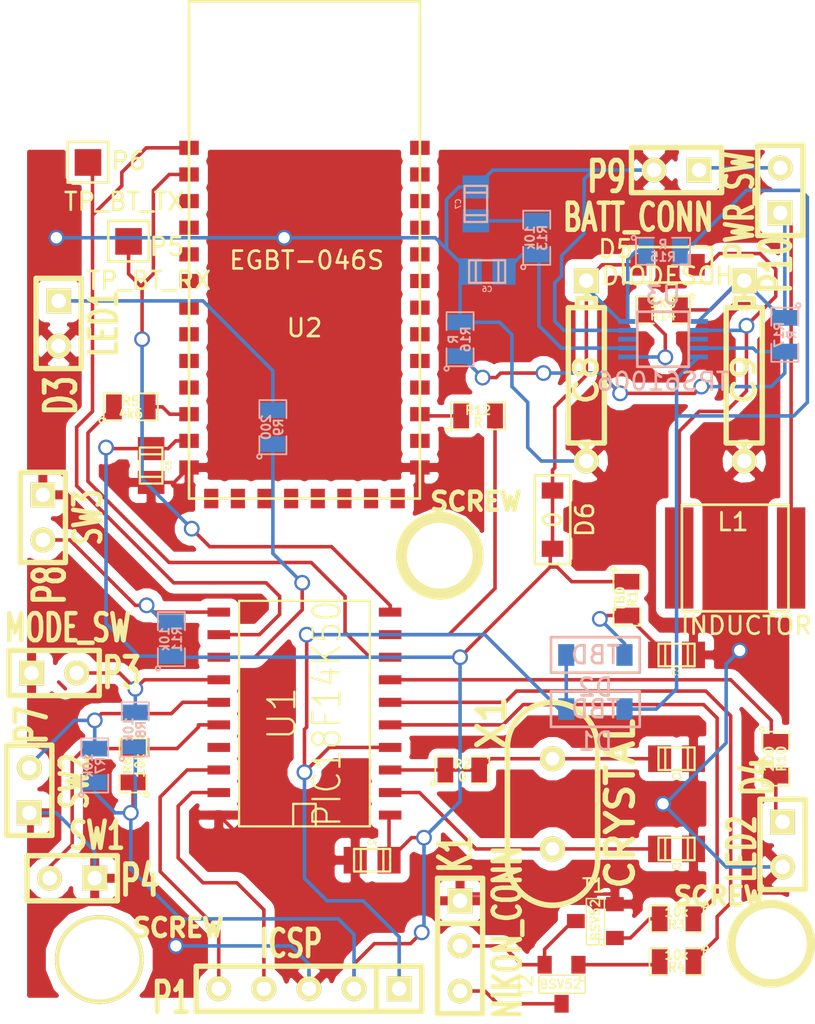
<source format=kicad_pcb>
(kicad_pcb (version 3) (host pcbnew "(2013-07-07 BZR 4022)-stable")

  (general
    (links 94)
    (no_connects 0)
    (area 180.162999 131.286 231.39527 207.695001)
    (thickness 1.6)
    (drawings 0)
    (tracks 390)
    (zones 0)
    (modules 52)
    (nets 37)
  )

  (page A3)
  (layers
    (15 F.Cu signal)
    (0 B.Cu signal)
    (16 B.Adhes user)
    (17 F.Adhes user)
    (18 B.Paste user)
    (19 F.Paste user)
    (20 B.SilkS user)
    (21 F.SilkS user)
    (22 B.Mask user)
    (23 F.Mask user)
    (24 Dwgs.User user)
    (25 Cmts.User user)
    (26 Eco1.User user)
    (27 Eco2.User user)
    (28 Edge.Cuts user)
  )

  (setup
    (last_trace_width 0.2)
    (trace_clearance 0.254)
    (zone_clearance 0.508)
    (zone_45_only no)
    (trace_min 0.18)
    (segment_width 0.2)
    (edge_width 0.1)
    (via_size 0.889)
    (via_drill 0.635)
    (via_min_size 0.889)
    (via_min_drill 0.508)
    (uvia_size 0.508)
    (uvia_drill 0.127)
    (uvias_allowed no)
    (uvia_min_size 0.508)
    (uvia_min_drill 0.127)
    (pcb_text_width 0.3)
    (pcb_text_size 1.5 1.5)
    (mod_edge_width 0.15)
    (mod_text_size 1 1)
    (mod_text_width 0.15)
    (pad_size 4.5 4.5)
    (pad_drill 4)
    (pad_to_mask_clearance 0)
    (aux_axis_origin 0 0)
    (visible_elements 7FFFFBFF)
    (pcbplotparams
      (layerselection 3178497)
      (usegerberextensions true)
      (excludeedgelayer true)
      (linewidth 0.150000)
      (plotframeref false)
      (viasonmask false)
      (mode 1)
      (useauxorigin false)
      (hpglpennumber 1)
      (hpglpenspeed 20)
      (hpglpendiameter 15)
      (hpglpenoverlay 2)
      (psnegative false)
      (psa4output false)
      (plotreference true)
      (plotvalue true)
      (plotothertext true)
      (plotinvisibletext false)
      (padsonsilk false)
      (subtractmaskfromsilk false)
      (outputformat 1)
      (mirror false)
      (drillshape 1)
      (scaleselection 1)
      (outputdirectory ""))
  )

  (net 0 "")
  (net 1 +3.3V)
  (net 2 /LOW_BATT_IND)
  (net 3 GND)
  (net 4 N-000001)
  (net 5 N-0000010)
  (net 6 N-0000011)
  (net 7 N-0000012)
  (net 8 N-0000013)
  (net 9 N-0000014)
  (net 10 N-0000015)
  (net 11 N-0000016)
  (net 12 N-0000017)
  (net 13 N-0000019)
  (net 14 N-000002)
  (net 15 N-0000020)
  (net 16 N-0000021)
  (net 17 N-0000022)
  (net 18 N-0000023)
  (net 19 N-0000024)
  (net 20 N-000003)
  (net 21 N-0000031)
  (net 22 N-0000032)
  (net 23 N-0000034)
  (net 24 N-0000035)
  (net 25 N-0000037)
  (net 26 N-0000038)
  (net 27 N-0000039)
  (net 28 N-000004)
  (net 29 N-0000040)
  (net 30 N-000005)
  (net 31 N-0000053)
  (net 32 N-000006)
  (net 33 N-0000064)
  (net 34 N-000007)
  (net 35 N-000008)
  (net 36 N-000009)

  (net_class Default "This is the default net class."
    (clearance 0.254)
    (trace_width 0.2)
    (via_dia 0.889)
    (via_drill 0.635)
    (uvia_dia 0.508)
    (uvia_drill 0.127)
    (add_net "")
    (add_net +3.3V)
    (add_net /LOW_BATT_IND)
    (add_net GND)
    (add_net N-000001)
    (add_net N-0000010)
    (add_net N-0000011)
    (add_net N-0000012)
    (add_net N-0000013)
    (add_net N-0000014)
    (add_net N-0000015)
    (add_net N-0000016)
    (add_net N-0000017)
    (add_net N-0000019)
    (add_net N-000002)
    (add_net N-0000020)
    (add_net N-0000021)
    (add_net N-0000022)
    (add_net N-0000023)
    (add_net N-0000024)
    (add_net N-000003)
    (add_net N-0000031)
    (add_net N-0000032)
    (add_net N-0000034)
    (add_net N-0000035)
    (add_net N-0000037)
    (add_net N-0000038)
    (add_net N-0000039)
    (add_net N-000004)
    (add_net N-0000040)
    (add_net N-000005)
    (add_net N-0000053)
    (add_net N-000006)
    (add_net N-0000064)
    (add_net N-000007)
    (add_net N-000008)
    (add_net N-000009)
  )

  (module VSSOP-10-DGS (layer B.Cu) (tedit 5585D7B4) (tstamp 558738D7)
    (at 220.853 152.273)
    (path /53E657F1)
    (fp_text reference U3 (at 0 -2.47) (layer B.SilkS)
      (effects (font (size 1 1) (thickness 0.15)) (justify mirror))
    )
    (fp_text value TPS61006 (at 0 2.38) (layer B.SilkS)
      (effects (font (size 1 1) (thickness 0.15)) (justify mirror))
    )
    (fp_line (start -1.45 1.55) (end -1.45 -1.55) (layer B.SilkS) (width 0.15))
    (fp_line (start -1.45 -1.55) (end 1.45 -1.55) (layer B.SilkS) (width 0.15))
    (fp_line (start 1.45 -1.55) (end 1.45 1.55) (layer B.SilkS) (width 0.15))
    (fp_line (start 1.45 1.55) (end -1.45 1.55) (layer B.SilkS) (width 0.15))
    (pad 1 smd rect (at -1.9875 1) (size 1.075 0.27)
      (layers B.Cu B.Paste B.Mask)
      (net 32 N-000006)
      (clearance 0.1)
    )
    (pad 2 smd rect (at -1.9875 0.5) (size 1.075 0.27)
      (layers B.Cu B.Paste B.Mask)
      (net 13 N-0000019)
      (clearance 0.1)
    )
    (pad 3 smd rect (at -1.9875 0) (size 1.075 0.27)
      (layers B.Cu B.Paste B.Mask)
      (clearance 0.1)
    )
    (pad 4 smd rect (at -1.9875 -0.5) (size 1.075 0.27)
      (layers B.Cu B.Paste B.Mask)
      (net 3 GND)
      (clearance 0.1)
    )
    (pad 5 smd rect (at -1.9875 -1) (size 1.075 0.27)
      (layers B.Cu B.Paste B.Mask)
      (net 1 +3.3V)
      (clearance 0.1)
    )
    (pad 6 smd rect (at 1.9875 -1) (size 1.075 0.27)
      (layers B.Cu B.Paste B.Mask)
      (net 9 N-0000014)
      (clearance 0.1)
    )
    (pad 7 smd rect (at 1.9875 -0.5) (size 1.075 0.27)
      (layers B.Cu B.Paste B.Mask)
      (net 33 N-0000064)
      (clearance 0.1)
    )
    (pad 8 smd rect (at 1.9875 0) (size 1.075 0.27)
      (layers B.Cu B.Paste B.Mask)
      (clearance 0.1)
    )
    (pad 9 smd rect (at 1.9875 0.5) (size 1.075 0.27)
      (layers B.Cu B.Paste B.Mask)
      (net 10 N-0000015)
      (clearance 0.1)
    )
    (pad 10 smd rect (at 1.9875 1) (size 1.075 0.27)
      (layers B.Cu B.Paste B.Mask)
      (net 2 /LOW_BATT_IND)
      (clearance 0.1)
    )
  )

  (module SOT23 (layer F.Cu) (tedit 5051A6D7) (tstamp 558735D3)
    (at 217.043 185.039 90)
    (tags SOT23)
    (path /53E55C03)
    (fp_text reference T1 (at 1.99898 -0.09906 180) (layer F.SilkS)
      (effects (font (size 0.762 0.762) (thickness 0.11938)))
    )
    (fp_text value BSV52 (at 0.0635 0 90) (layer F.SilkS)
      (effects (font (size 0.50038 0.50038) (thickness 0.09906)))
    )
    (fp_circle (center -1.17602 0.35052) (end -1.30048 0.44958) (layer F.SilkS) (width 0.07874))
    (fp_line (start 1.27 -0.508) (end 1.27 0.508) (layer F.SilkS) (width 0.07874))
    (fp_line (start -1.3335 -0.508) (end -1.3335 0.508) (layer F.SilkS) (width 0.07874))
    (fp_line (start 1.27 0.508) (end -1.3335 0.508) (layer F.SilkS) (width 0.07874))
    (fp_line (start -1.3335 -0.508) (end 1.27 -0.508) (layer F.SilkS) (width 0.07874))
    (pad 3 smd rect (at 0 -1.09982 90) (size 0.8001 1.00076)
      (layers F.Cu F.Paste F.Mask)
      (net 23 N-0000034)
    )
    (pad 2 smd rect (at 0.9525 1.09982 90) (size 0.8001 1.00076)
      (layers F.Cu F.Paste F.Mask)
      (net 3 GND)
    )
    (pad 1 smd rect (at -0.9525 1.09982 90) (size 0.8001 1.00076)
      (layers F.Cu F.Paste F.Mask)
      (net 24 N-0000035)
    )
    (model smd\SOT23_3.wrl
      (at (xyz 0 0 0))
      (scale (xyz 0.4 0.4 0.4))
      (rotate (xyz 0 0 180))
    )
  )

  (module SOT23 (layer F.Cu) (tedit 55888E78) (tstamp 558735DF)
    (at 215.138 188.595 180)
    (tags SOT23)
    (path /53E55C21)
    (fp_text reference T2 (at 1.99898 -0.09906 270) (layer F.SilkS)
      (effects (font (size 0.762 0.762) (thickness 0.11938)))
    )
    (fp_text value BSV52 (at 0.0635 0 180) (layer F.SilkS)
      (effects (font (size 0.50038 0.50038) (thickness 0.09906)))
    )
    (fp_circle (center -1.17602 0.35052) (end -1.30048 0.44958) (layer F.SilkS) (width 0.07874))
    (fp_line (start 1.27 -0.508) (end 1.27 0.508) (layer F.SilkS) (width 0.07874))
    (fp_line (start -1.3335 -0.508) (end -1.3335 0.508) (layer F.SilkS) (width 0.07874))
    (fp_line (start 1.27 0.508) (end -1.3335 0.508) (layer F.SilkS) (width 0.07874))
    (fp_line (start -1.3335 -0.508) (end 1.27 -0.508) (layer F.SilkS) (width 0.07874))
    (pad 3 smd rect (at 0 -1.09982 180) (size 0.8001 1.00076)
      (layers F.Cu F.Paste F.Mask)
      (net 12 N-0000017)
    )
    (pad 2 smd rect (at 0.9525 1.09982 180) (size 0.8001 1.00076)
      (layers F.Cu F.Paste F.Mask)
      (net 23 N-0000034)
    )
    (pad 1 smd rect (at -0.9525 1.09982 180) (size 0.8001 1.00076)
      (layers F.Cu F.Paste F.Mask)
      (net 18 N-0000023)
    )
    (model smd\SOT23_3.wrl
      (at (xyz 0 0 0))
      (scale (xyz 0.4 0.4 0.4))
      (rotate (xyz 0 0 180))
    )
  )

  (module SOD-123 (layer B.Cu) (tedit 5585C9A3) (tstamp 558735E9)
    (at 217.043 173.101 180)
    (path /55857A3F)
    (fp_text reference D1 (at -0.00254 -1.82118 180) (layer B.SilkS)
      (effects (font (size 1 1) (thickness 0.15)) (justify mirror))
    )
    (fp_text value TBD (at 0 0 180) (layer B.SilkS)
      (effects (font (size 1 1) (thickness 0.15)) (justify mirror))
    )
    (fp_line (start -2.5 1) (end 2.5 1) (layer B.SilkS) (width 0.15))
    (fp_line (start 2.5 1) (end 2.5 -1) (layer B.SilkS) (width 0.15))
    (fp_line (start 2.5 -1) (end -2.5 -1) (layer B.SilkS) (width 0.15))
    (fp_line (start -2.5 -1) (end -2.5 1) (layer B.SilkS) (width 0.15))
    (pad 1 smd rect (at -1.64 0 180) (size 0.91 1.22)
      (layers B.Cu B.Paste B.Mask)
      (net 2 /LOW_BATT_IND)
    )
    (pad 2 smd rect (at 1.64 0 180) (size 0.91 1.22)
      (layers B.Cu B.Paste B.Mask)
      (net 4 N-000001)
    )
  )

  (module SOD-123 (layer B.Cu) (tedit 5585C9A3) (tstamp 558735F3)
    (at 217.043 170.053 180)
    (path /53E64862)
    (fp_text reference D2 (at -0.00254 -1.82118 180) (layer B.SilkS)
      (effects (font (size 1 1) (thickness 0.15)) (justify mirror))
    )
    (fp_text value TBD (at 0 0 180) (layer B.SilkS)
      (effects (font (size 1 1) (thickness 0.15)) (justify mirror))
    )
    (fp_line (start -2.5 1) (end 2.5 1) (layer B.SilkS) (width 0.15))
    (fp_line (start 2.5 1) (end 2.5 -1) (layer B.SilkS) (width 0.15))
    (fp_line (start 2.5 -1) (end -2.5 -1) (layer B.SilkS) (width 0.15))
    (fp_line (start -2.5 -1) (end -2.5 1) (layer B.SilkS) (width 0.15))
    (pad 1 smd rect (at -1.64 0 180) (size 0.91 1.22)
      (layers B.Cu B.Paste B.Mask)
      (net 14 N-000002)
    )
    (pad 2 smd rect (at 1.64 0 180) (size 0.91 1.22)
      (layers B.Cu B.Paste B.Mask)
      (net 4 N-000001)
    )
  )

  (module SOD-123 (layer F.Cu) (tedit 55888DE1) (tstamp 558735FD)
    (at 221.107 148.082 180)
    (path /53E66689)
    (fp_text reference D5 (at 2.921 0.889 180) (layer F.SilkS)
      (effects (font (size 1 1) (thickness 0.15)))
    )
    (fp_text value DIODESCH (at 0 -0.635 180) (layer F.SilkS)
      (effects (font (size 1 1) (thickness 0.15)))
    )
    (fp_line (start -2.5 -1) (end 2.5 -1) (layer F.SilkS) (width 0.15))
    (fp_line (start 2.5 -1) (end 2.5 1) (layer F.SilkS) (width 0.15))
    (fp_line (start 2.5 1) (end -2.5 1) (layer F.SilkS) (width 0.15))
    (fp_line (start -2.5 1) (end -2.5 -1) (layer F.SilkS) (width 0.15))
    (pad 1 smd rect (at -1.64 0 180) (size 0.91 1.22)
      (layers F.Cu F.Paste F.Mask)
      (net 33 N-0000064)
    )
    (pad 2 smd rect (at 1.64 0 180) (size 0.91 1.22)
      (layers F.Cu F.Paste F.Mask)
      (net 1 +3.3V)
    )
  )

  (module SO20L (layer F.Cu) (tedit 55888EA3) (tstamp 55873924)
    (at 200.66 173.355 90)
    (descr "Cms SOJ 20 pins large")
    (tags "CMS SOJ")
    (path /53E55546)
    (attr smd)
    (fp_text reference U1 (at 0 -1.27 90) (layer F.SilkS)
      (effects (font (size 1.524 1.524) (thickness 0.127)))
    )
    (fp_text value PIC18F14K50 (at 0 1.27 90) (layer F.SilkS)
      (effects (font (size 1.524 1.27) (thickness 0.127)))
    )
    (fp_line (start 6.35 3.683) (end 6.35 -3.683) (layer F.SilkS) (width 0.127))
    (fp_line (start -6.35 -3.683) (end -6.35 3.683) (layer F.SilkS) (width 0.127))
    (fp_line (start 6.35 3.683) (end -6.35 3.683) (layer F.SilkS) (width 0.127))
    (fp_line (start -6.35 -3.683) (end 6.35 -3.683) (layer F.SilkS) (width 0.127))
    (fp_line (start -6.35 -0.635) (end -5.08 -0.635) (layer F.SilkS) (width 0.127))
    (fp_line (start -5.08 -0.635) (end -5.08 0.635) (layer F.SilkS) (width 0.127))
    (fp_line (start -5.08 0.635) (end -6.35 0.635) (layer F.SilkS) (width 0.127))
    (pad 11 smd rect (at 5.715 -4.826 90) (size 0.508 1.27)
      (layers F.Cu F.Paste F.Mask)
      (net 16 N-0000021)
    )
    (pad 12 smd rect (at 4.445 -4.826 90) (size 0.508 1.27)
      (layers F.Cu F.Paste F.Mask)
      (net 25 N-0000037)
    )
    (pad 13 smd rect (at 3.175 -4.826 90) (size 0.508 1.27)
      (layers F.Cu F.Paste F.Mask)
      (net 5 N-0000010)
    )
    (pad 14 smd rect (at 1.905 -4.826 90) (size 0.508 1.27)
      (layers F.Cu F.Paste F.Mask)
      (net 17 N-0000022)
    )
    (pad 15 smd rect (at 0.635 -4.826 90) (size 0.508 1.27)
      (layers F.Cu F.Paste F.Mask)
      (net 34 N-000007)
    )
    (pad 16 smd rect (at -0.635 -4.826 90) (size 0.508 1.27)
      (layers F.Cu F.Paste F.Mask)
      (net 35 N-000008)
    )
    (pad 17 smd rect (at -1.905 -4.826 90) (size 0.508 1.27)
      (layers F.Cu F.Paste F.Mask)
    )
    (pad 18 smd rect (at -3.175 -4.826 90) (size 0.508 1.27)
      (layers F.Cu F.Paste F.Mask)
      (net 28 N-000004)
    )
    (pad 19 smd rect (at -4.445 -4.826 90) (size 0.508 1.27)
      (layers F.Cu F.Paste F.Mask)
      (net 36 N-000009)
    )
    (pad 20 smd rect (at -5.715 -4.826 90) (size 0.508 1.27)
      (layers F.Cu F.Paste F.Mask)
      (net 3 GND)
    )
    (pad 1 smd rect (at -5.715 4.826 90) (size 0.508 1.27)
      (layers F.Cu F.Paste F.Mask)
      (net 1 +3.3V)
    )
    (pad 2 smd rect (at -4.445 4.826 90) (size 0.508 1.27)
      (layers F.Cu F.Paste F.Mask)
      (net 22 N-0000032)
    )
    (pad 3 smd rect (at -3.175 4.826 90) (size 0.508 1.27)
      (layers F.Cu F.Paste F.Mask)
      (net 21 N-0000031)
    )
    (pad 4 smd rect (at -1.905 4.826 90) (size 0.508 1.27)
      (layers F.Cu F.Paste F.Mask)
      (net 4 N-000001)
    )
    (pad 5 smd rect (at -0.635 4.826 90) (size 0.508 1.27)
      (layers F.Cu F.Paste F.Mask)
      (net 19 N-0000024)
    )
    (pad 6 smd rect (at 0.635 4.826 90) (size 0.508 1.27)
      (layers F.Cu F.Paste F.Mask)
      (net 29 N-0000040)
    )
    (pad 7 smd rect (at 1.905 4.826 90) (size 0.508 1.27)
      (layers F.Cu F.Paste F.Mask)
      (net 11 N-0000016)
    )
    (pad 8 smd rect (at 3.175 4.826 90) (size 0.508 1.27)
      (layers F.Cu F.Paste F.Mask)
      (net 27 N-0000039)
    )
    (pad 9 smd rect (at 4.445 4.826 90) (size 0.508 1.27)
      (layers F.Cu F.Paste F.Mask)
      (net 7 N-0000012)
    )
    (pad 10 smd rect (at 5.715 4.826 90) (size 0.508 1.27)
      (layers F.Cu F.Paste F.Mask)
      (net 26 N-0000038)
    )
    (model smd/cms_so20.wrl
      (at (xyz 0 0 0))
      (scale (xyz 0.5 0.6 0.5))
      (rotate (xyz 0 0 0))
    )
  )

  (module SMD_CONN1 (layer F.Cu) (tedit 55888E88) (tstamp 55873625)
    (at 188.468 139.319)
    (path /55856C6A)
    (fp_text reference P6 (at 2.286 2.921) (layer F.SilkS)
      (effects (font (size 1 1) (thickness 0.15)))
    )
    (fp_text value TP_BT_TX (at 2.032 5.207) (layer F.SilkS)
      (effects (font (size 1 1) (thickness 0.15)))
    )
    (fp_line (start 1.143 1.8415) (end 1.143 4.1275) (layer F.SilkS) (width 0.15))
    (fp_line (start -1.143 4.1275) (end -1.143 1.8415) (layer F.SilkS) (width 0.15))
    (fp_line (start -1.143 1.8415) (end 1.143 1.8415) (layer F.SilkS) (width 0.15))
    (fp_line (start -1.143 4.1275) (end 1.143 4.1275) (layer F.SilkS) (width 0.15))
    (pad 1 smd rect (at 0 3) (size 1.5 1.5)
      (layers F.Cu F.Paste F.Mask)
      (net 25 N-0000037)
    )
  )

  (module SMD_CONN1 (layer F.Cu) (tedit 55888E8B) (tstamp 5587362E)
    (at 190.754 143.764)
    (path /55856C5B)
    (fp_text reference P5 (at 2.159 3.302) (layer F.SilkS)
      (effects (font (size 1 1) (thickness 0.15)))
    )
    (fp_text value TP_BT_RX (at 1.143 5.207) (layer F.SilkS)
      (effects (font (size 1 1) (thickness 0.15)))
    )
    (fp_line (start 1.143 1.8415) (end 1.143 4.1275) (layer F.SilkS) (width 0.15))
    (fp_line (start -1.143 4.1275) (end -1.143 1.8415) (layer F.SilkS) (width 0.15))
    (fp_line (start -1.143 1.8415) (end 1.143 1.8415) (layer F.SilkS) (width 0.15))
    (fp_line (start -1.143 4.1275) (end 1.143 4.1275) (layer F.SilkS) (width 0.15))
    (pad 1 smd rect (at 0 3) (size 1.5 1.5)
      (layers F.Cu F.Paste F.Mask)
      (net 26 N-0000038)
    )
  )

  (module SM0805 (layer B.Cu) (tedit 5091495C) (tstamp 5587363B)
    (at 193.167 169.164 90)
    (path /557E033F)
    (attr smd)
    (fp_text reference R11 (at 0 0.3175 90) (layer B.SilkS)
      (effects (font (size 0.50038 0.50038) (thickness 0.10922)) (justify mirror))
    )
    (fp_text value 10k (at 0 -0.381 90) (layer B.SilkS)
      (effects (font (size 0.50038 0.50038) (thickness 0.10922)) (justify mirror))
    )
    (fp_circle (center -1.651 -0.762) (end -1.651 -0.635) (layer B.SilkS) (width 0.09906))
    (fp_line (start -0.508 -0.762) (end -1.524 -0.762) (layer B.SilkS) (width 0.09906))
    (fp_line (start -1.524 -0.762) (end -1.524 0.762) (layer B.SilkS) (width 0.09906))
    (fp_line (start -1.524 0.762) (end -0.508 0.762) (layer B.SilkS) (width 0.09906))
    (fp_line (start 0.508 0.762) (end 1.524 0.762) (layer B.SilkS) (width 0.09906))
    (fp_line (start 1.524 0.762) (end 1.524 -0.762) (layer B.SilkS) (width 0.09906))
    (fp_line (start 1.524 -0.762) (end 0.508 -0.762) (layer B.SilkS) (width 0.09906))
    (pad 1 smd rect (at -0.9525 0 90) (size 0.889 1.397)
      (layers B.Cu B.Paste B.Mask)
      (net 1 +3.3V)
    )
    (pad 2 smd rect (at 0.9525 0 90) (size 0.889 1.397)
      (layers B.Cu B.Paste B.Mask)
      (net 16 N-0000021)
    )
    (model smd/chip_cms.wrl
      (at (xyz 0 0 0))
      (scale (xyz 0.1 0.1 0.1))
      (rotate (xyz 0 0 0))
    )
  )

  (module SM0805 (layer F.Cu) (tedit 5091495C) (tstamp 55873648)
    (at 220.853 150.622 180)
    (path /53E658DF)
    (attr smd)
    (fp_text reference R14 (at 0 -0.3175 180) (layer F.SilkS)
      (effects (font (size 0.50038 0.50038) (thickness 0.10922)))
    )
    (fp_text value 1K8 (at 0 0.381 180) (layer F.SilkS)
      (effects (font (size 0.50038 0.50038) (thickness 0.10922)))
    )
    (fp_circle (center -1.651 0.762) (end -1.651 0.635) (layer F.SilkS) (width 0.09906))
    (fp_line (start -0.508 0.762) (end -1.524 0.762) (layer F.SilkS) (width 0.09906))
    (fp_line (start -1.524 0.762) (end -1.524 -0.762) (layer F.SilkS) (width 0.09906))
    (fp_line (start -1.524 -0.762) (end -0.508 -0.762) (layer F.SilkS) (width 0.09906))
    (fp_line (start 0.508 -0.762) (end 1.524 -0.762) (layer F.SilkS) (width 0.09906))
    (fp_line (start 1.524 -0.762) (end 1.524 0.762) (layer F.SilkS) (width 0.09906))
    (fp_line (start 1.524 0.762) (end 0.508 0.762) (layer F.SilkS) (width 0.09906))
    (pad 1 smd rect (at -0.9525 0 180) (size 0.889 1.397)
      (layers F.Cu F.Paste F.Mask)
      (net 9 N-0000014)
    )
    (pad 2 smd rect (at 0.9525 0 180) (size 0.889 1.397)
      (layers F.Cu F.Paste F.Mask)
      (net 32 N-000006)
    )
    (model smd/chip_cms.wrl
      (at (xyz 0 0 0))
      (scale (xyz 0.1 0.1 0.1))
      (rotate (xyz 0 0 0))
    )
  )

  (module SM0805 (layer B.Cu) (tedit 5091495C) (tstamp 55873655)
    (at 213.741 146.558 90)
    (path /53E660D5)
    (attr smd)
    (fp_text reference R13 (at 0 0.3175 90) (layer B.SilkS)
      (effects (font (size 0.50038 0.50038) (thickness 0.10922)) (justify mirror))
    )
    (fp_text value 10k (at 0 -0.381 90) (layer B.SilkS)
      (effects (font (size 0.50038 0.50038) (thickness 0.10922)) (justify mirror))
    )
    (fp_circle (center -1.651 -0.762) (end -1.651 -0.635) (layer B.SilkS) (width 0.09906))
    (fp_line (start -0.508 -0.762) (end -1.524 -0.762) (layer B.SilkS) (width 0.09906))
    (fp_line (start -1.524 -0.762) (end -1.524 0.762) (layer B.SilkS) (width 0.09906))
    (fp_line (start -1.524 0.762) (end -0.508 0.762) (layer B.SilkS) (width 0.09906))
    (fp_line (start 0.508 0.762) (end 1.524 0.762) (layer B.SilkS) (width 0.09906))
    (fp_line (start 1.524 0.762) (end 1.524 -0.762) (layer B.SilkS) (width 0.09906))
    (fp_line (start 1.524 -0.762) (end 0.508 -0.762) (layer B.SilkS) (width 0.09906))
    (pad 1 smd rect (at -0.9525 0 90) (size 0.889 1.397)
      (layers B.Cu B.Paste B.Mask)
      (net 13 N-0000019)
    )
    (pad 2 smd rect (at 0.9525 0 90) (size 0.889 1.397)
      (layers B.Cu B.Paste B.Mask)
      (net 30 N-000005)
    )
    (model smd/chip_cms.wrl
      (at (xyz 0 0 0))
      (scale (xyz 0.1 0.1 0.1))
      (rotate (xyz 0 0 0))
    )
  )

  (module SM0805 (layer B.Cu) (tedit 5091495C) (tstamp 55873662)
    (at 220.853 147.32)
    (path /53E666A7)
    (attr smd)
    (fp_text reference R15 (at 0 0.3175) (layer B.SilkS)
      (effects (font (size 0.50038 0.50038) (thickness 0.10922)) (justify mirror))
    )
    (fp_text value R (at 0 -0.381) (layer B.SilkS)
      (effects (font (size 0.50038 0.50038) (thickness 0.10922)) (justify mirror))
    )
    (fp_circle (center -1.651 -0.762) (end -1.651 -0.635) (layer B.SilkS) (width 0.09906))
    (fp_line (start -0.508 -0.762) (end -1.524 -0.762) (layer B.SilkS) (width 0.09906))
    (fp_line (start -1.524 -0.762) (end -1.524 0.762) (layer B.SilkS) (width 0.09906))
    (fp_line (start -1.524 0.762) (end -0.508 0.762) (layer B.SilkS) (width 0.09906))
    (fp_line (start 0.508 0.762) (end 1.524 0.762) (layer B.SilkS) (width 0.09906))
    (fp_line (start 1.524 0.762) (end 1.524 -0.762) (layer B.SilkS) (width 0.09906))
    (fp_line (start 1.524 -0.762) (end 0.508 -0.762) (layer B.SilkS) (width 0.09906))
    (pad 1 smd rect (at -0.9525 0) (size 0.889 1.397)
      (layers B.Cu B.Paste B.Mask)
      (net 1 +3.3V)
    )
    (pad 2 smd rect (at 0.9525 0) (size 0.889 1.397)
      (layers B.Cu B.Paste B.Mask)
      (net 2 /LOW_BATT_IND)
    )
    (model smd/chip_cms.wrl
      (at (xyz 0 0 0))
      (scale (xyz 0.1 0.1 0.1))
      (rotate (xyz 0 0 0))
    )
  )

  (module SM0805 (layer B.Cu) (tedit 5091495C) (tstamp 5587366F)
    (at 191.135 174.244 90)
    (path /557DEC6B)
    (attr smd)
    (fp_text reference R8 (at 0 0.3175 90) (layer B.SilkS)
      (effects (font (size 0.50038 0.50038) (thickness 0.10922)) (justify mirror))
    )
    (fp_text value 10k (at 0 -0.381 90) (layer B.SilkS)
      (effects (font (size 0.50038 0.50038) (thickness 0.10922)) (justify mirror))
    )
    (fp_circle (center -1.651 -0.762) (end -1.651 -0.635) (layer B.SilkS) (width 0.09906))
    (fp_line (start -0.508 -0.762) (end -1.524 -0.762) (layer B.SilkS) (width 0.09906))
    (fp_line (start -1.524 -0.762) (end -1.524 0.762) (layer B.SilkS) (width 0.09906))
    (fp_line (start -1.524 0.762) (end -0.508 0.762) (layer B.SilkS) (width 0.09906))
    (fp_line (start 0.508 0.762) (end 1.524 0.762) (layer B.SilkS) (width 0.09906))
    (fp_line (start 1.524 0.762) (end 1.524 -0.762) (layer B.SilkS) (width 0.09906))
    (fp_line (start 1.524 -0.762) (end 0.508 -0.762) (layer B.SilkS) (width 0.09906))
    (pad 1 smd rect (at -0.9525 0 90) (size 0.889 1.397)
      (layers B.Cu B.Paste B.Mask)
      (net 1 +3.3V)
    )
    (pad 2 smd rect (at 0.9525 0 90) (size 0.889 1.397)
      (layers B.Cu B.Paste B.Mask)
      (net 17 N-0000022)
    )
    (model smd/chip_cms.wrl
      (at (xyz 0 0 0))
      (scale (xyz 0.1 0.1 0.1))
      (rotate (xyz 0 0 0))
    )
  )

  (module SM0805 (layer F.Cu) (tedit 5091495C) (tstamp 5587367C)
    (at 209.55 176.53)
    (path /53E64E52)
    (attr smd)
    (fp_text reference R2 (at 0 -0.3175) (layer F.SilkS)
      (effects (font (size 0.50038 0.50038) (thickness 0.10922)))
    )
    (fp_text value 0 (at 0 0.381) (layer F.SilkS)
      (effects (font (size 0.50038 0.50038) (thickness 0.10922)))
    )
    (fp_circle (center -1.651 0.762) (end -1.651 0.635) (layer F.SilkS) (width 0.09906))
    (fp_line (start -0.508 0.762) (end -1.524 0.762) (layer F.SilkS) (width 0.09906))
    (fp_line (start -1.524 0.762) (end -1.524 -0.762) (layer F.SilkS) (width 0.09906))
    (fp_line (start -1.524 -0.762) (end -0.508 -0.762) (layer F.SilkS) (width 0.09906))
    (fp_line (start 0.508 -0.762) (end 1.524 -0.762) (layer F.SilkS) (width 0.09906))
    (fp_line (start 1.524 -0.762) (end 1.524 0.762) (layer F.SilkS) (width 0.09906))
    (fp_line (start 1.524 0.762) (end 0.508 0.762) (layer F.SilkS) (width 0.09906))
    (pad 1 smd rect (at -0.9525 0) (size 0.889 1.397)
      (layers F.Cu F.Paste F.Mask)
      (net 21 N-0000031)
    )
    (pad 2 smd rect (at 0.9525 0) (size 0.889 1.397)
      (layers F.Cu F.Paste F.Mask)
      (net 21 N-0000031)
    )
    (model smd/chip_cms.wrl
      (at (xyz 0 0 0))
      (scale (xyz 0.1 0.1 0.1))
      (rotate (xyz 0 0 0))
    )
  )

  (module SM0805 (layer F.Cu) (tedit 5091495C) (tstamp 55873689)
    (at 227.203 175.895 270)
    (path /557E052C)
    (attr smd)
    (fp_text reference R10 (at 0 -0.3175 270) (layer F.SilkS)
      (effects (font (size 0.50038 0.50038) (thickness 0.10922)))
    )
    (fp_text value 200 (at 0 0.381 270) (layer F.SilkS)
      (effects (font (size 0.50038 0.50038) (thickness 0.10922)))
    )
    (fp_circle (center -1.651 0.762) (end -1.651 0.635) (layer F.SilkS) (width 0.09906))
    (fp_line (start -0.508 0.762) (end -1.524 0.762) (layer F.SilkS) (width 0.09906))
    (fp_line (start -1.524 0.762) (end -1.524 -0.762) (layer F.SilkS) (width 0.09906))
    (fp_line (start -1.524 -0.762) (end -0.508 -0.762) (layer F.SilkS) (width 0.09906))
    (fp_line (start 0.508 -0.762) (end 1.524 -0.762) (layer F.SilkS) (width 0.09906))
    (fp_line (start 1.524 -0.762) (end 1.524 0.762) (layer F.SilkS) (width 0.09906))
    (fp_line (start 1.524 0.762) (end 0.508 0.762) (layer F.SilkS) (width 0.09906))
    (pad 1 smd rect (at -0.9525 0 270) (size 0.889 1.397)
      (layers F.Cu F.Paste F.Mask)
      (net 11 N-0000016)
    )
    (pad 2 smd rect (at 0.9525 0 270) (size 0.889 1.397)
      (layers F.Cu F.Paste F.Mask)
      (net 15 N-0000020)
    )
    (model smd/chip_cms.wrl
      (at (xyz 0 0 0))
      (scale (xyz 0.1 0.1 0.1))
      (rotate (xyz 0 0 0))
    )
  )

  (module SM0805 (layer B.Cu) (tedit 5091495C) (tstamp 55873696)
    (at 209.423 152.273 90)
    (path /5585745E)
    (attr smd)
    (fp_text reference R16 (at 0 0.3175 90) (layer B.SilkS)
      (effects (font (size 0.50038 0.50038) (thickness 0.10922)) (justify mirror))
    )
    (fp_text value R (at 0 -0.381 90) (layer B.SilkS)
      (effects (font (size 0.50038 0.50038) (thickness 0.10922)) (justify mirror))
    )
    (fp_circle (center -1.651 -0.762) (end -1.651 -0.635) (layer B.SilkS) (width 0.09906))
    (fp_line (start -0.508 -0.762) (end -1.524 -0.762) (layer B.SilkS) (width 0.09906))
    (fp_line (start -1.524 -0.762) (end -1.524 0.762) (layer B.SilkS) (width 0.09906))
    (fp_line (start -1.524 0.762) (end -0.508 0.762) (layer B.SilkS) (width 0.09906))
    (fp_line (start 0.508 0.762) (end 1.524 0.762) (layer B.SilkS) (width 0.09906))
    (fp_line (start 1.524 0.762) (end 1.524 -0.762) (layer B.SilkS) (width 0.09906))
    (fp_line (start 1.524 -0.762) (end 0.508 -0.762) (layer B.SilkS) (width 0.09906))
    (pad 1 smd rect (at -0.9525 0 90) (size 0.889 1.397)
      (layers B.Cu B.Paste B.Mask)
      (net 10 N-0000015)
    )
    (pad 2 smd rect (at 0.9525 0 90) (size 0.889 1.397)
      (layers B.Cu B.Paste B.Mask)
      (net 3 GND)
    )
    (model smd/chip_cms.wrl
      (at (xyz 0 0 0))
      (scale (xyz 0.1 0.1 0.1))
      (rotate (xyz 0 0 0))
    )
  )

  (module SM0805 (layer B.Cu) (tedit 5091495C) (tstamp 558736A3)
    (at 227.711 152.019 270)
    (path /5585766C)
    (attr smd)
    (fp_text reference R17 (at 0 0.3175 270) (layer B.SilkS)
      (effects (font (size 0.50038 0.50038) (thickness 0.10922)) (justify mirror))
    )
    (fp_text value R (at 0 -0.381 270) (layer B.SilkS)
      (effects (font (size 0.50038 0.50038) (thickness 0.10922)) (justify mirror))
    )
    (fp_circle (center -1.651 -0.762) (end -1.651 -0.635) (layer B.SilkS) (width 0.09906))
    (fp_line (start -0.508 -0.762) (end -1.524 -0.762) (layer B.SilkS) (width 0.09906))
    (fp_line (start -1.524 -0.762) (end -1.524 0.762) (layer B.SilkS) (width 0.09906))
    (fp_line (start -1.524 0.762) (end -0.508 0.762) (layer B.SilkS) (width 0.09906))
    (fp_line (start 0.508 0.762) (end 1.524 0.762) (layer B.SilkS) (width 0.09906))
    (fp_line (start 1.524 0.762) (end 1.524 -0.762) (layer B.SilkS) (width 0.09906))
    (fp_line (start 1.524 -0.762) (end 0.508 -0.762) (layer B.SilkS) (width 0.09906))
    (pad 1 smd rect (at -0.9525 0 270) (size 0.889 1.397)
      (layers B.Cu B.Paste B.Mask)
      (net 9 N-0000014)
    )
    (pad 2 smd rect (at 0.9525 0 270) (size 0.889 1.397)
      (layers B.Cu B.Paste B.Mask)
      (net 10 N-0000015)
    )
    (model smd/chip_cms.wrl
      (at (xyz 0 0 0))
      (scale (xyz 0.1 0.1 0.1))
      (rotate (xyz 0 0 0))
    )
  )

  (module SM0805 (layer F.Cu) (tedit 5091495C) (tstamp 558736B0)
    (at 218.821 166.878 270)
    (path /53E64844)
    (attr smd)
    (fp_text reference R1 (at 0 -0.3175 270) (layer F.SilkS)
      (effects (font (size 0.50038 0.50038) (thickness 0.10922)))
    )
    (fp_text value TBD (at 0 0.381 270) (layer F.SilkS)
      (effects (font (size 0.50038 0.50038) (thickness 0.10922)))
    )
    (fp_circle (center -1.651 0.762) (end -1.651 0.635) (layer F.SilkS) (width 0.09906))
    (fp_line (start -0.508 0.762) (end -1.524 0.762) (layer F.SilkS) (width 0.09906))
    (fp_line (start -1.524 0.762) (end -1.524 -0.762) (layer F.SilkS) (width 0.09906))
    (fp_line (start -1.524 -0.762) (end -0.508 -0.762) (layer F.SilkS) (width 0.09906))
    (fp_line (start 0.508 -0.762) (end 1.524 -0.762) (layer F.SilkS) (width 0.09906))
    (fp_line (start 1.524 -0.762) (end 1.524 0.762) (layer F.SilkS) (width 0.09906))
    (fp_line (start 1.524 0.762) (end 0.508 0.762) (layer F.SilkS) (width 0.09906))
    (pad 1 smd rect (at -0.9525 0 270) (size 0.889 1.397)
      (layers F.Cu F.Paste F.Mask)
      (net 1 +3.3V)
    )
    (pad 2 smd rect (at 0.9525 0 270) (size 0.889 1.397)
      (layers F.Cu F.Paste F.Mask)
      (net 14 N-000002)
    )
    (model smd/chip_cms.wrl
      (at (xyz 0 0 0))
      (scale (xyz 0.1 0.1 0.1))
      (rotate (xyz 0 0 0))
    )
  )

  (module SM0805 (layer F.Cu) (tedit 5091495C) (tstamp 558736BD)
    (at 221.615 184.912 180)
    (path /53E611E5)
    (attr smd)
    (fp_text reference R3 (at 0 -0.3175 180) (layer F.SilkS)
      (effects (font (size 0.50038 0.50038) (thickness 0.10922)))
    )
    (fp_text value 10k (at 0 0.381 180) (layer F.SilkS)
      (effects (font (size 0.50038 0.50038) (thickness 0.10922)))
    )
    (fp_circle (center -1.651 0.762) (end -1.651 0.635) (layer F.SilkS) (width 0.09906))
    (fp_line (start -0.508 0.762) (end -1.524 0.762) (layer F.SilkS) (width 0.09906))
    (fp_line (start -1.524 0.762) (end -1.524 -0.762) (layer F.SilkS) (width 0.09906))
    (fp_line (start -1.524 -0.762) (end -0.508 -0.762) (layer F.SilkS) (width 0.09906))
    (fp_line (start 0.508 -0.762) (end 1.524 -0.762) (layer F.SilkS) (width 0.09906))
    (fp_line (start 1.524 -0.762) (end 1.524 0.762) (layer F.SilkS) (width 0.09906))
    (fp_line (start 1.524 0.762) (end 0.508 0.762) (layer F.SilkS) (width 0.09906))
    (pad 1 smd rect (at -0.9525 0 180) (size 0.889 1.397)
      (layers F.Cu F.Paste F.Mask)
      (net 19 N-0000024)
    )
    (pad 2 smd rect (at 0.9525 0 180) (size 0.889 1.397)
      (layers F.Cu F.Paste F.Mask)
      (net 24 N-0000035)
    )
    (model smd/chip_cms.wrl
      (at (xyz 0 0 0))
      (scale (xyz 0.1 0.1 0.1))
      (rotate (xyz 0 0 0))
    )
  )

  (module SM0805 (layer F.Cu) (tedit 5091495C) (tstamp 558736CA)
    (at 221.615 187.325 180)
    (path /53E611F4)
    (attr smd)
    (fp_text reference R4 (at 0 -0.3175 180) (layer F.SilkS)
      (effects (font (size 0.50038 0.50038) (thickness 0.10922)))
    )
    (fp_text value 10k (at 0 0.381 180) (layer F.SilkS)
      (effects (font (size 0.50038 0.50038) (thickness 0.10922)))
    )
    (fp_circle (center -1.651 0.762) (end -1.651 0.635) (layer F.SilkS) (width 0.09906))
    (fp_line (start -0.508 0.762) (end -1.524 0.762) (layer F.SilkS) (width 0.09906))
    (fp_line (start -1.524 0.762) (end -1.524 -0.762) (layer F.SilkS) (width 0.09906))
    (fp_line (start -1.524 -0.762) (end -0.508 -0.762) (layer F.SilkS) (width 0.09906))
    (fp_line (start 0.508 -0.762) (end 1.524 -0.762) (layer F.SilkS) (width 0.09906))
    (fp_line (start 1.524 -0.762) (end 1.524 0.762) (layer F.SilkS) (width 0.09906))
    (fp_line (start 1.524 0.762) (end 0.508 0.762) (layer F.SilkS) (width 0.09906))
    (pad 1 smd rect (at -0.9525 0 180) (size 0.889 1.397)
      (layers F.Cu F.Paste F.Mask)
      (net 29 N-0000040)
    )
    (pad 2 smd rect (at 0.9525 0 180) (size 0.889 1.397)
      (layers F.Cu F.Paste F.Mask)
      (net 18 N-0000023)
    )
    (model smd/chip_cms.wrl
      (at (xyz 0 0 0))
      (scale (xyz 0.1 0.1 0.1))
      (rotate (xyz 0 0 0))
    )
  )

  (module SM0805 (layer F.Cu) (tedit 5091495C) (tstamp 558736D7)
    (at 190.881 156.083)
    (path /53E6123F)
    (attr smd)
    (fp_text reference R5 (at 0 -0.3175) (layer F.SilkS)
      (effects (font (size 0.50038 0.50038) (thickness 0.10922)))
    )
    (fp_text value 4k6 (at 0 0.381) (layer F.SilkS)
      (effects (font (size 0.50038 0.50038) (thickness 0.10922)))
    )
    (fp_circle (center -1.651 0.762) (end -1.651 0.635) (layer F.SilkS) (width 0.09906))
    (fp_line (start -0.508 0.762) (end -1.524 0.762) (layer F.SilkS) (width 0.09906))
    (fp_line (start -1.524 0.762) (end -1.524 -0.762) (layer F.SilkS) (width 0.09906))
    (fp_line (start -1.524 -0.762) (end -0.508 -0.762) (layer F.SilkS) (width 0.09906))
    (fp_line (start 0.508 -0.762) (end 1.524 -0.762) (layer F.SilkS) (width 0.09906))
    (fp_line (start 1.524 -0.762) (end 1.524 0.762) (layer F.SilkS) (width 0.09906))
    (fp_line (start 1.524 0.762) (end 0.508 0.762) (layer F.SilkS) (width 0.09906))
    (pad 1 smd rect (at -0.9525 0) (size 0.889 1.397)
      (layers F.Cu F.Paste F.Mask)
      (net 27 N-0000039)
    )
    (pad 2 smd rect (at 0.9525 0) (size 0.889 1.397)
      (layers F.Cu F.Paste F.Mask)
      (net 31 N-0000053)
    )
    (model smd/chip_cms.wrl
      (at (xyz 0 0 0))
      (scale (xyz 0.1 0.1 0.1))
      (rotate (xyz 0 0 0))
    )
  )

  (module SM0805 (layer F.Cu) (tedit 5091495C) (tstamp 558736E4)
    (at 191.008 176.276 90)
    (path /53E6300A)
    (attr smd)
    (fp_text reference R6 (at 0 -0.3175 90) (layer F.SilkS)
      (effects (font (size 0.50038 0.50038) (thickness 0.10922)))
    )
    (fp_text value 10k (at 0 0.381 90) (layer F.SilkS)
      (effects (font (size 0.50038 0.50038) (thickness 0.10922)))
    )
    (fp_circle (center -1.651 0.762) (end -1.651 0.635) (layer F.SilkS) (width 0.09906))
    (fp_line (start -0.508 0.762) (end -1.524 0.762) (layer F.SilkS) (width 0.09906))
    (fp_line (start -1.524 0.762) (end -1.524 -0.762) (layer F.SilkS) (width 0.09906))
    (fp_line (start -1.524 -0.762) (end -0.508 -0.762) (layer F.SilkS) (width 0.09906))
    (fp_line (start 0.508 -0.762) (end 1.524 -0.762) (layer F.SilkS) (width 0.09906))
    (fp_line (start 1.524 -0.762) (end 1.524 0.762) (layer F.SilkS) (width 0.09906))
    (fp_line (start 1.524 0.762) (end 0.508 0.762) (layer F.SilkS) (width 0.09906))
    (pad 1 smd rect (at -0.9525 0 90) (size 0.889 1.397)
      (layers F.Cu F.Paste F.Mask)
      (net 1 +3.3V)
    )
    (pad 2 smd rect (at 0.9525 0 90) (size 0.889 1.397)
      (layers F.Cu F.Paste F.Mask)
      (net 35 N-000008)
    )
    (model smd/chip_cms.wrl
      (at (xyz 0 0 0))
      (scale (xyz 0.1 0.1 0.1))
      (rotate (xyz 0 0 0))
    )
  )

  (module SM0805 (layer B.Cu) (tedit 5091495C) (tstamp 558736F1)
    (at 188.849 176.276 90)
    (path /53E63178)
    (attr smd)
    (fp_text reference R7 (at 0 0.3175 90) (layer B.SilkS)
      (effects (font (size 0.50038 0.50038) (thickness 0.10922)) (justify mirror))
    )
    (fp_text value 10k (at 0 -0.381 90) (layer B.SilkS)
      (effects (font (size 0.50038 0.50038) (thickness 0.10922)) (justify mirror))
    )
    (fp_circle (center -1.651 -0.762) (end -1.651 -0.635) (layer B.SilkS) (width 0.09906))
    (fp_line (start -0.508 -0.762) (end -1.524 -0.762) (layer B.SilkS) (width 0.09906))
    (fp_line (start -1.524 -0.762) (end -1.524 0.762) (layer B.SilkS) (width 0.09906))
    (fp_line (start -1.524 0.762) (end -0.508 0.762) (layer B.SilkS) (width 0.09906))
    (fp_line (start 0.508 0.762) (end 1.524 0.762) (layer B.SilkS) (width 0.09906))
    (fp_line (start 1.524 0.762) (end 1.524 -0.762) (layer B.SilkS) (width 0.09906))
    (fp_line (start 1.524 -0.762) (end 0.508 -0.762) (layer B.SilkS) (width 0.09906))
    (pad 1 smd rect (at -0.9525 0 90) (size 0.889 1.397)
      (layers B.Cu B.Paste B.Mask)
      (net 1 +3.3V)
    )
    (pad 2 smd rect (at 0.9525 0 90) (size 0.889 1.397)
      (layers B.Cu B.Paste B.Mask)
      (net 34 N-000007)
    )
    (model smd/chip_cms.wrl
      (at (xyz 0 0 0))
      (scale (xyz 0.1 0.1 0.1))
      (rotate (xyz 0 0 0))
    )
  )

  (module SM0805 (layer F.Cu) (tedit 5091495C) (tstamp 558736FE)
    (at 210.439 156.591)
    (path /53E63546)
    (attr smd)
    (fp_text reference R12 (at 0 -0.3175) (layer F.SilkS)
      (effects (font (size 0.50038 0.50038) (thickness 0.10922)))
    )
    (fp_text value R (at 0 0.381) (layer F.SilkS)
      (effects (font (size 0.50038 0.50038) (thickness 0.10922)))
    )
    (fp_circle (center -1.651 0.762) (end -1.651 0.635) (layer F.SilkS) (width 0.09906))
    (fp_line (start -0.508 0.762) (end -1.524 0.762) (layer F.SilkS) (width 0.09906))
    (fp_line (start -1.524 0.762) (end -1.524 -0.762) (layer F.SilkS) (width 0.09906))
    (fp_line (start -1.524 -0.762) (end -0.508 -0.762) (layer F.SilkS) (width 0.09906))
    (fp_line (start 0.508 -0.762) (end 1.524 -0.762) (layer F.SilkS) (width 0.09906))
    (fp_line (start 1.524 -0.762) (end 1.524 0.762) (layer F.SilkS) (width 0.09906))
    (fp_line (start 1.524 0.762) (end 0.508 0.762) (layer F.SilkS) (width 0.09906))
    (pad 1 smd rect (at -0.9525 0) (size 0.889 1.397)
      (layers F.Cu F.Paste F.Mask)
      (net 8 N-0000013)
    )
    (pad 2 smd rect (at 0.9525 0) (size 0.889 1.397)
      (layers F.Cu F.Paste F.Mask)
      (net 7 N-0000012)
    )
    (model smd/chip_cms.wrl
      (at (xyz 0 0 0))
      (scale (xyz 0.1 0.1 0.1))
      (rotate (xyz 0 0 0))
    )
  )

  (module SM0805 (layer B.Cu) (tedit 5091495C) (tstamp 5587370B)
    (at 198.882 157.226 90)
    (path /53E640FF)
    (attr smd)
    (fp_text reference R9 (at 0 0.3175 90) (layer B.SilkS)
      (effects (font (size 0.50038 0.50038) (thickness 0.10922)) (justify mirror))
    )
    (fp_text value 200 (at 0 -0.381 90) (layer B.SilkS)
      (effects (font (size 0.50038 0.50038) (thickness 0.10922)) (justify mirror))
    )
    (fp_circle (center -1.651 -0.762) (end -1.651 -0.635) (layer B.SilkS) (width 0.09906))
    (fp_line (start -0.508 -0.762) (end -1.524 -0.762) (layer B.SilkS) (width 0.09906))
    (fp_line (start -1.524 -0.762) (end -1.524 0.762) (layer B.SilkS) (width 0.09906))
    (fp_line (start -1.524 0.762) (end -0.508 0.762) (layer B.SilkS) (width 0.09906))
    (fp_line (start 0.508 0.762) (end 1.524 0.762) (layer B.SilkS) (width 0.09906))
    (fp_line (start 1.524 0.762) (end 1.524 -0.762) (layer B.SilkS) (width 0.09906))
    (fp_line (start 1.524 -0.762) (end 0.508 -0.762) (layer B.SilkS) (width 0.09906))
    (pad 1 smd rect (at -0.9525 0 90) (size 0.889 1.397)
      (layers B.Cu B.Paste B.Mask)
      (net 5 N-0000010)
    )
    (pad 2 smd rect (at 0.9525 0 90) (size 0.889 1.397)
      (layers B.Cu B.Paste B.Mask)
      (net 6 N-0000011)
    )
    (model smd/chip_cms.wrl
      (at (xyz 0 0 0))
      (scale (xyz 0.1 0.1 0.1))
      (rotate (xyz 0 0 0))
    )
  )

  (module SIL-5 (layer F.Cu) (tedit 55888E49) (tstamp 558738F3)
    (at 199.644 188.849 180)
    (descr "Connecteur 5 pins")
    (tags "CONN DEV")
    (path /53E645F6)
    (fp_text reference P1 (at 6.477 -0.508 180) (layer F.SilkS)
      (effects (font (size 1.72974 1.08712) (thickness 0.3048)))
    )
    (fp_text value ICSP (at -0.254 2.54 180) (layer F.SilkS)
      (effects (font (size 1.524 1.016) (thickness 0.254)))
    )
    (fp_line (start -7.62 1.27) (end -7.62 -1.27) (layer F.SilkS) (width 0.3048))
    (fp_line (start -7.62 -1.27) (end 5.08 -1.27) (layer F.SilkS) (width 0.3048))
    (fp_line (start 5.08 -1.27) (end 5.08 1.27) (layer F.SilkS) (width 0.3048))
    (fp_line (start 5.08 1.27) (end -7.62 1.27) (layer F.SilkS) (width 0.3048))
    (fp_line (start -5.08 1.27) (end -5.08 -1.27) (layer F.SilkS) (width 0.3048))
    (pad 1 thru_hole rect (at -6.35 0 180) (size 1.397 1.397) (drill 0.8128)
      (layers *.Cu *.Mask F.SilkS)
      (net 4 N-000001)
    )
    (pad 2 thru_hole circle (at -3.81 0 180) (size 1.397 1.397) (drill 0.8128)
      (layers *.Cu *.Mask F.SilkS)
      (net 1 +3.3V)
    )
    (pad 3 thru_hole circle (at -1.27 0 180) (size 1.397 1.397) (drill 0.8128)
      (layers *.Cu *.Mask F.SilkS)
      (net 3 GND)
    )
    (pad 4 thru_hole circle (at 1.27 0 180) (size 1.397 1.397) (drill 0.8128)
      (layers *.Cu *.Mask F.SilkS)
      (net 36 N-000009)
    )
    (pad 5 thru_hole circle (at 3.81 0 180) (size 1.397 1.397) (drill 0.8128)
      (layers *.Cu *.Mask F.SilkS)
      (net 28 N-000004)
    )
  )

  (module SIL-3 (layer F.Cu) (tedit 55888E51) (tstamp 55873725)
    (at 209.423 186.436 270)
    (descr "Connecteur 3 pins")
    (tags "CONN DEV")
    (path /55858A83)
    (fp_text reference K1 (at -5.207 0.254 270) (layer F.SilkS)
      (effects (font (size 1.7907 1.07696) (thickness 0.3048)))
    )
    (fp_text value NIKON_CONN (at -0.762 -2.667 270) (layer F.SilkS)
      (effects (font (size 1.524 1.016) (thickness 0.254)))
    )
    (fp_line (start -3.81 1.27) (end -3.81 -1.27) (layer F.SilkS) (width 0.3048))
    (fp_line (start -3.81 -1.27) (end 3.81 -1.27) (layer F.SilkS) (width 0.3048))
    (fp_line (start 3.81 -1.27) (end 3.81 1.27) (layer F.SilkS) (width 0.3048))
    (fp_line (start 3.81 1.27) (end -3.81 1.27) (layer F.SilkS) (width 0.3048))
    (fp_line (start -1.27 -1.27) (end -1.27 1.27) (layer F.SilkS) (width 0.3048))
    (pad 1 thru_hole rect (at -2.54 0 270) (size 1.397 1.397) (drill 0.8128)
      (layers *.Cu *.Mask F.SilkS)
      (net 3 GND)
    )
    (pad 2 thru_hole circle (at 0 0 270) (size 1.397 1.397) (drill 0.8128)
      (layers *.Cu *.Mask F.SilkS)
      (net 23 N-0000034)
    )
    (pad 3 thru_hole circle (at 2.54 0 270) (size 1.397 1.397) (drill 0.8128)
      (layers *.Cu *.Mask F.SilkS)
      (net 12 N-0000017)
    )
  )

  (module SIL-2 (layer F.Cu) (tedit 55888E84) (tstamp 5587372F)
    (at 185.928 162.306 270)
    (descr "Connecteurs 2 pins")
    (tags "CONN DEV")
    (path /557E0193)
    (fp_text reference P8 (at 3.81 -0.381 270) (layer F.SilkS)
      (effects (font (size 1.72974 1.08712) (thickness 0.3048)))
    )
    (fp_text value SW3 (at 0 -2.54 270) (layer F.SilkS)
      (effects (font (size 1.524 1.016) (thickness 0.254)))
    )
    (fp_line (start -2.54 1.27) (end -2.54 -1.27) (layer F.SilkS) (width 0.3048))
    (fp_line (start -2.54 -1.27) (end 2.54 -1.27) (layer F.SilkS) (width 0.3048))
    (fp_line (start 2.54 -1.27) (end 2.54 1.27) (layer F.SilkS) (width 0.3048))
    (fp_line (start 2.54 1.27) (end -2.54 1.27) (layer F.SilkS) (width 0.3048))
    (pad 1 thru_hole rect (at -1.27 0 270) (size 1.397 1.397) (drill 0.8128)
      (layers *.Cu *.Mask F.SilkS)
      (net 3 GND)
    )
    (pad 2 thru_hole circle (at 1.27 0 270) (size 1.397 1.397) (drill 0.8128)
      (layers *.Cu *.Mask F.SilkS)
      (net 16 N-0000021)
    )
  )

  (module SIL-2 (layer F.Cu) (tedit 55888E67) (tstamp 55873739)
    (at 186.817 151.384 270)
    (descr "Connecteurs 2 pins")
    (tags "CONN DEV")
    (path /53E64118)
    (fp_text reference D3 (at 4.064 -0.127 270) (layer F.SilkS)
      (effects (font (size 1.72974 1.08712) (thickness 0.3048)))
    )
    (fp_text value LED1 (at 0 -2.54 270) (layer F.SilkS)
      (effects (font (size 1.524 1.016) (thickness 0.254)))
    )
    (fp_line (start -2.54 1.27) (end -2.54 -1.27) (layer F.SilkS) (width 0.3048))
    (fp_line (start -2.54 -1.27) (end 2.54 -1.27) (layer F.SilkS) (width 0.3048))
    (fp_line (start 2.54 -1.27) (end 2.54 1.27) (layer F.SilkS) (width 0.3048))
    (fp_line (start 2.54 1.27) (end -2.54 1.27) (layer F.SilkS) (width 0.3048))
    (pad 1 thru_hole rect (at -1.27 0 270) (size 1.397 1.397) (drill 0.8128)
      (layers *.Cu *.Mask F.SilkS)
      (net 6 N-0000011)
    )
    (pad 2 thru_hole circle (at 1.27 0 270) (size 1.397 1.397) (drill 0.8128)
      (layers *.Cu *.Mask F.SilkS)
      (net 3 GND)
    )
  )

  (module SIL-2 (layer F.Cu) (tedit 55888FDF) (tstamp 55873743)
    (at 227.584 180.721 270)
    (descr "Connecteurs 2 pins")
    (tags "CONN DEV")
    (path /557E054A)
    (fp_text reference D4 (at -3.81 1.397 270) (layer F.SilkS)
      (effects (font (size 1.72974 1.08712) (thickness 0.3048)))
    )
    (fp_text value LED2 (at 0.254 2.286 270) (layer F.SilkS)
      (effects (font (size 1.524 1.016) (thickness 0.254)))
    )
    (fp_line (start -2.54 1.27) (end -2.54 -1.27) (layer F.SilkS) (width 0.3048))
    (fp_line (start -2.54 -1.27) (end 2.54 -1.27) (layer F.SilkS) (width 0.3048))
    (fp_line (start 2.54 -1.27) (end 2.54 1.27) (layer F.SilkS) (width 0.3048))
    (fp_line (start 2.54 1.27) (end -2.54 1.27) (layer F.SilkS) (width 0.3048))
    (pad 1 thru_hole rect (at -1.27 0 270) (size 1.397 1.397) (drill 0.8128)
      (layers *.Cu *.Mask F.SilkS)
      (net 15 N-0000020)
    )
    (pad 2 thru_hole circle (at 1.27 0 270) (size 1.397 1.397) (drill 0.8128)
      (layers *.Cu *.Mask F.SilkS)
      (net 3 GND)
    )
  )

  (module SIL-2 (layer F.Cu) (tedit 55888E21) (tstamp 5587374D)
    (at 221.615 142.748 180)
    (descr "Connecteurs 2 pins")
    (tags "CONN DEV")
    (path /53E62EA9)
    (fp_text reference P9 (at 3.937 -0.381 180) (layer F.SilkS)
      (effects (font (size 1.72974 1.08712) (thickness 0.3048)))
    )
    (fp_text value BATT_CONN (at 2.159 -2.667 180) (layer F.SilkS)
      (effects (font (size 1.524 1.016) (thickness 0.254)))
    )
    (fp_line (start -2.54 1.27) (end -2.54 -1.27) (layer F.SilkS) (width 0.3048))
    (fp_line (start -2.54 -1.27) (end 2.54 -1.27) (layer F.SilkS) (width 0.3048))
    (fp_line (start 2.54 -1.27) (end 2.54 1.27) (layer F.SilkS) (width 0.3048))
    (fp_line (start 2.54 1.27) (end -2.54 1.27) (layer F.SilkS) (width 0.3048))
    (pad 1 thru_hole rect (at -1.27 0 180) (size 1.397 1.397) (drill 0.8128)
      (layers *.Cu *.Mask F.SilkS)
      (net 20 N-000003)
    )
    (pad 2 thru_hole circle (at 1.27 0 180) (size 1.397 1.397) (drill 0.8128)
      (layers *.Cu *.Mask F.SilkS)
      (net 3 GND)
    )
  )

  (module SIL-2 (layer F.Cu) (tedit 55888F8D) (tstamp 55873757)
    (at 185.166 177.673 90)
    (descr "Connecteurs 2 pins")
    (tags "CONN DEV")
    (path /53E62EB8)
    (fp_text reference P7 (at 3.683 0.127 90) (layer F.SilkS)
      (effects (font (size 1.72974 1.08712) (thickness 0.3048)))
    )
    (fp_text value SW2 (at 0.508 2.54 90) (layer F.SilkS)
      (effects (font (size 1.524 1.016) (thickness 0.254)))
    )
    (fp_line (start -2.54 1.27) (end -2.54 -1.27) (layer F.SilkS) (width 0.3048))
    (fp_line (start -2.54 -1.27) (end 2.54 -1.27) (layer F.SilkS) (width 0.3048))
    (fp_line (start 2.54 -1.27) (end 2.54 1.27) (layer F.SilkS) (width 0.3048))
    (fp_line (start 2.54 1.27) (end -2.54 1.27) (layer F.SilkS) (width 0.3048))
    (pad 1 thru_hole rect (at -1.27 0 90) (size 1.397 1.397) (drill 0.8128)
      (layers *.Cu *.Mask F.SilkS)
      (net 3 GND)
    )
    (pad 2 thru_hole circle (at 1.27 0 90) (size 1.397 1.397) (drill 0.8128)
      (layers *.Cu *.Mask F.SilkS)
      (net 34 N-000007)
    )
  )

  (module SIL-2 (layer F.Cu) (tedit 55888E5B) (tstamp 55873761)
    (at 186.563 171.069)
    (descr "Connecteurs 2 pins")
    (tags "CONN DEV")
    (path /557DEB94)
    (fp_text reference P3 (at 3.81 0) (layer F.SilkS)
      (effects (font (size 1.72974 1.08712) (thickness 0.3048)))
    )
    (fp_text value MODE_SW (at 0.762 -2.54) (layer F.SilkS)
      (effects (font (size 1.524 1.016) (thickness 0.254)))
    )
    (fp_line (start -2.54 1.27) (end -2.54 -1.27) (layer F.SilkS) (width 0.3048))
    (fp_line (start -2.54 -1.27) (end 2.54 -1.27) (layer F.SilkS) (width 0.3048))
    (fp_line (start 2.54 -1.27) (end 2.54 1.27) (layer F.SilkS) (width 0.3048))
    (fp_line (start 2.54 1.27) (end -2.54 1.27) (layer F.SilkS) (width 0.3048))
    (pad 1 thru_hole rect (at -1.27 0) (size 1.397 1.397) (drill 0.8128)
      (layers *.Cu *.Mask F.SilkS)
      (net 3 GND)
    )
    (pad 2 thru_hole circle (at 1.27 0) (size 1.397 1.397) (drill 0.8128)
      (layers *.Cu *.Mask F.SilkS)
      (net 17 N-0000022)
    )
  )

  (module SIL-2 (layer F.Cu) (tedit 55888E27) (tstamp 5587376B)
    (at 227.457 143.891 90)
    (descr "Connecteurs 2 pins")
    (tags "CONN DEV")
    (path /557DE603)
    (fp_text reference P10 (at -4.191 -0.254 90) (layer F.SilkS)
      (effects (font (size 1.72974 1.08712) (thickness 0.3048)))
    )
    (fp_text value PWR_SW (at -0.889 -2.286 90) (layer F.SilkS)
      (effects (font (size 1.524 1.016) (thickness 0.254)))
    )
    (fp_line (start -2.54 1.27) (end -2.54 -1.27) (layer F.SilkS) (width 0.3048))
    (fp_line (start -2.54 -1.27) (end 2.54 -1.27) (layer F.SilkS) (width 0.3048))
    (fp_line (start 2.54 -1.27) (end 2.54 1.27) (layer F.SilkS) (width 0.3048))
    (fp_line (start 2.54 1.27) (end -2.54 1.27) (layer F.SilkS) (width 0.3048))
    (pad 1 thru_hole rect (at -1.27 0 90) (size 1.397 1.397) (drill 0.8128)
      (layers *.Cu *.Mask F.SilkS)
      (net 9 N-0000014)
    )
    (pad 2 thru_hole circle (at 1.27 0 90) (size 1.397 1.397) (drill 0.8128)
      (layers *.Cu *.Mask F.SilkS)
      (net 20 N-000003)
    )
  )

  (module SIL-2 (layer F.Cu) (tedit 55888F75) (tstamp 55873775)
    (at 187.579 182.626 180)
    (descr "Connecteurs 2 pins")
    (tags "CONN DEV")
    (path /53E62EC7)
    (fp_text reference P4 (at -3.81 -0.127 180) (layer F.SilkS)
      (effects (font (size 1.72974 1.08712) (thickness 0.3048)))
    )
    (fp_text value SW1 (at -1.397 2.413 180) (layer F.SilkS)
      (effects (font (size 1.524 1.016) (thickness 0.254)))
    )
    (fp_line (start -2.54 1.27) (end -2.54 -1.27) (layer F.SilkS) (width 0.3048))
    (fp_line (start -2.54 -1.27) (end 2.54 -1.27) (layer F.SilkS) (width 0.3048))
    (fp_line (start 2.54 -1.27) (end 2.54 1.27) (layer F.SilkS) (width 0.3048))
    (fp_line (start 2.54 1.27) (end -2.54 1.27) (layer F.SilkS) (width 0.3048))
    (pad 1 thru_hole rect (at -1.27 0 180) (size 1.397 1.397) (drill 0.8128)
      (layers *.Cu *.Mask F.SilkS)
      (net 3 GND)
    )
    (pad 2 thru_hole circle (at 1.27 0 180) (size 1.397 1.397) (drill 0.8128)
      (layers *.Cu *.Mask F.SilkS)
      (net 35 N-000008)
    )
  )

  (module NR60xx (layer F.Cu) (tedit 55888E32) (tstamp 5587392F)
    (at 224.917 164.592 180)
    (path /53E6667A)
    (fp_text reference L1 (at 0.127 2.032 180) (layer F.SilkS)
      (effects (font (size 1 1) (thickness 0.15)))
    )
    (fp_text value INDUCTOR (at -0.635 -3.81 180) (layer F.SilkS)
      (effects (font (size 1 1) (thickness 0.15)))
    )
    (fp_line (start -3 -3) (end 3 -3) (layer F.SilkS) (width 0.15))
    (fp_line (start 3 -3) (end 3 3) (layer F.SilkS) (width 0.15))
    (fp_line (start 3 3) (end -3 3) (layer F.SilkS) (width 0.15))
    (fp_line (start -3 3) (end -3 -3) (layer F.SilkS) (width 0.15))
    (pad 1 smd rect (at -3.15 0 180) (size 1.6 5.7)
      (layers F.Cu F.Paste F.Mask)
      (net 9 N-0000014)
    )
    (pad 2 smd rect (at 3.15 0 180) (size 1.6 5.7)
      (layers F.Cu F.Paste F.Mask)
      (net 33 N-0000064)
    )
  )

  (module HC-49V (layer F.Cu) (tedit 55888D6B) (tstamp 558738E4)
    (at 214.63 178.435 90)
    (descr "Quartz boitier HC-49 Vertical")
    (tags "QUARTZ DEV")
    (path /53E64C34)
    (autoplace_cost180 10)
    (fp_text reference X1 (at 4.572 -3.429 90) (layer F.SilkS)
      (effects (font (size 1.524 1.524) (thickness 0.3048)))
    )
    (fp_text value CRYSTAL (at 0 3.81 90) (layer F.SilkS)
      (effects (font (size 1.524 1.524) (thickness 0.3048)))
    )
    (fp_line (start -3.175 2.54) (end 3.175 2.54) (layer F.SilkS) (width 0.3175))
    (fp_line (start -3.175 -2.54) (end 3.175 -2.54) (layer F.SilkS) (width 0.3175))
    (fp_arc (start 3.175 0) (end 3.175 -2.54) (angle 90) (layer F.SilkS) (width 0.3175))
    (fp_arc (start 3.175 0) (end 5.715 0) (angle 90) (layer F.SilkS) (width 0.3175))
    (fp_arc (start -3.175 0) (end -5.715 0) (angle 90) (layer F.SilkS) (width 0.3175))
    (fp_arc (start -3.175 0) (end -3.175 2.54) (angle 90) (layer F.SilkS) (width 0.3175))
    (pad 1 thru_hole circle (at -2.54 0 90) (size 1.4224 1.4224) (drill 0.762)
      (layers *.Cu *.Mask F.SilkS)
      (net 22 N-0000032)
    )
    (pad 2 thru_hole circle (at 2.54 0 90) (size 1.4224 1.4224) (drill 0.762)
      (layers *.Cu *.Mask F.SilkS)
      (net 21 N-0000031)
    )
    (model discret/xtal/crystal_hc18u_vertical.wrl
      (at (xyz 0 0 0))
      (scale (xyz 1 1 0.2))
      (rotate (xyz 0 0 0))
    )
  )

  (module EGBT-046S (layer F.Cu) (tedit 55888E6E) (tstamp 5587395A)
    (at 200.66 150.495)
    (path /53E611AE)
    (fp_text reference U2 (at 0 1.143) (layer F.SilkS)
      (effects (font (size 1 1) (thickness 0.15)))
    )
    (fp_text value EGBT-046S (at 0.127 -2.667) (layer F.SilkS)
      (effects (font (size 1 1) (thickness 0.15)))
    )
    (fp_line (start -6.5 -17.25) (end 6.5 -17.25) (layer F.SilkS) (width 0.15))
    (fp_line (start 6.5 -17.25) (end 6.5 10.75) (layer F.SilkS) (width 0.15))
    (fp_line (start 6.5 10.75) (end -6.5 10.75) (layer F.SilkS) (width 0.15))
    (fp_line (start -6.5 -17.25) (end -6.5 10.75) (layer F.SilkS) (width 0.15))
    (pad 1 smd rect (at -6.5 -9) (size 1.1 0.8)
      (layers F.Cu F.Paste F.Mask)
      (net 25 N-0000037)
    )
    (pad 2 smd rect (at -6.5 -7.5) (size 1.1 0.8)
      (layers F.Cu F.Paste F.Mask)
      (net 26 N-0000038)
    )
    (pad 3 smd rect (at -6.5 -6) (size 1.1 0.8)
      (layers F.Cu F.Paste F.Mask)
    )
    (pad 4 smd rect (at -6.5 -4.5) (size 1.1 0.8)
      (layers F.Cu F.Paste F.Mask)
    )
    (pad 5 smd rect (at -6.5 -3) (size 1.1 0.8)
      (layers F.Cu F.Paste F.Mask)
    )
    (pad 6 smd rect (at -6.5 -1.5) (size 1.1 0.8)
      (layers F.Cu F.Paste F.Mask)
    )
    (pad 7 smd rect (at -6.5 0) (size 1.1 0.8)
      (layers F.Cu F.Paste F.Mask)
    )
    (pad 8 smd rect (at -6.5 1.5) (size 1.1 0.8)
      (layers F.Cu F.Paste F.Mask)
    )
    (pad 9 smd rect (at -6.5 3) (size 1.1 0.8)
      (layers F.Cu F.Paste F.Mask)
    )
    (pad 10 smd rect (at -6.5 4.5) (size 1.1 0.8)
      (layers F.Cu F.Paste F.Mask)
    )
    (pad 11 smd rect (at -6.5 6) (size 1.1 0.8)
      (layers F.Cu F.Paste F.Mask)
      (net 31 N-0000053)
    )
    (pad 12 smd rect (at -6.5 7.5) (size 1.1 0.8)
      (layers F.Cu F.Paste F.Mask)
      (net 1 +3.3V)
    )
    (pad 13 smd rect (at -6.5 9) (size 1.1 0.8)
      (layers F.Cu F.Paste F.Mask)
      (net 3 GND)
    )
    (pad 14 smd rect (at -5.25 10.75) (size 0.8 1.1)
      (layers F.Cu F.Paste F.Mask)
    )
    (pad 15 smd rect (at -3.75 10.75) (size 0.8 1.1)
      (layers F.Cu F.Paste F.Mask)
    )
    (pad 16 smd rect (at -2.25 10.75) (size 0.8 1.1)
      (layers F.Cu F.Paste F.Mask)
    )
    (pad 17 smd rect (at -0.75 10.75) (size 0.8 1.1)
      (layers F.Cu F.Paste F.Mask)
    )
    (pad 18 smd rect (at 0.75 10.75) (size 0.8 1.1)
      (layers F.Cu F.Paste F.Mask)
    )
    (pad 19 smd rect (at 2.25 10.75) (size 0.8 1.1)
      (layers F.Cu F.Paste F.Mask)
    )
    (pad 20 smd rect (at 3.75 10.75) (size 0.8 1.1)
      (layers F.Cu F.Paste F.Mask)
    )
    (pad 21 smd rect (at 5.25 10.75) (size 0.8 1.1)
      (layers F.Cu F.Paste F.Mask)
    )
    (pad 22 smd rect (at 6.5 9) (size 1.1 0.8)
      (layers F.Cu F.Paste F.Mask)
      (net 3 GND)
    )
    (pad 23 smd rect (at 6.5 7.5) (size 1.1 0.8)
      (layers F.Cu F.Paste F.Mask)
    )
    (pad 24 smd rect (at 6.5 6) (size 1.1 0.8)
      (layers F.Cu F.Paste F.Mask)
      (net 8 N-0000013)
    )
    (pad 25 smd rect (at 6.5 4.5) (size 1.1 0.8)
      (layers F.Cu F.Paste F.Mask)
    )
    (pad 26 smd rect (at 6.5 3) (size 1.1 0.8)
      (layers F.Cu F.Paste F.Mask)
    )
    (pad 27 smd rect (at 6.5 1.5) (size 1.1 0.8)
      (layers F.Cu F.Paste F.Mask)
    )
    (pad 28 smd rect (at 6.5 0) (size 1.1 0.8)
      (layers F.Cu F.Paste F.Mask)
    )
    (pad 29 smd rect (at 6.5 -1.5) (size 1.1 0.8)
      (layers F.Cu F.Paste F.Mask)
    )
    (pad 30 smd rect (at 6.5 -3) (size 1.1 0.8)
      (layers F.Cu F.Paste F.Mask)
    )
    (pad 31 smd rect (at 6.5 -4.5) (size 1.1 0.8)
      (layers F.Cu F.Paste F.Mask)
    )
    (pad 32 smd rect (at 6.5 -6) (size 1.1 0.8)
      (layers F.Cu F.Paste F.Mask)
    )
    (pad 33 smd rect (at 6.5 -7.5) (size 1.1 0.8)
      (layers F.Cu F.Paste F.Mask)
    )
    (pad 34 smd rect (at 6.5 -9) (size 1.1 0.8)
      (layers F.Cu F.Paste F.Mask)
    )
  )

  (module CP4 (layer F.Cu) (tedit 55888E13) (tstamp 55873904)
    (at 216.535 154.051 270)
    (descr "Condensateur polarise")
    (tags CP)
    (path /53E6666B)
    (fp_text reference C8 (at 0.508 0 270) (layer F.SilkS)
      (effects (font (size 1.27 1.397) (thickness 0.254)))
    )
    (fp_text value CP1 (at 1.905 0 270) (layer F.SilkS) hide
      (effects (font (size 1.27 1.143) (thickness 0.254)))
    )
    (fp_line (start 5.08 0) (end 4.064 0) (layer F.SilkS) (width 0.3048))
    (fp_line (start 4.064 0) (end 4.064 1.016) (layer F.SilkS) (width 0.3048))
    (fp_line (start 4.064 1.016) (end -3.556 1.016) (layer F.SilkS) (width 0.3048))
    (fp_line (start -3.556 1.016) (end -3.556 -1.016) (layer F.SilkS) (width 0.3048))
    (fp_line (start -3.556 -1.016) (end 4.064 -1.016) (layer F.SilkS) (width 0.3048))
    (fp_line (start 4.064 -1.016) (end 4.064 0) (layer F.SilkS) (width 0.3048))
    (fp_line (start -5.08 0) (end -4.064 0) (layer F.SilkS) (width 0.3048))
    (fp_line (start -3.556 0.508) (end -4.064 0.508) (layer F.SilkS) (width 0.3048))
    (fp_line (start -4.064 0.508) (end -4.064 -0.508) (layer F.SilkS) (width 0.3048))
    (fp_line (start -4.064 -0.508) (end -3.556 -0.508) (layer F.SilkS) (width 0.3048))
    (pad 1 thru_hole rect (at -5.08 0 270) (size 1.397 1.397) (drill 0.8128)
      (layers *.Cu *.Mask F.SilkS)
      (net 1 +3.3V)
    )
    (pad 2 thru_hole circle (at 5.08 0 270) (size 1.397 1.397) (drill 0.8128)
      (layers *.Cu *.Mask F.SilkS)
      (net 3 GND)
    )
    (model discret/c_pol.wrl
      (at (xyz 0 0 0))
      (scale (xyz 0.4 0.4 0.4))
      (rotate (xyz 0 0 0))
    )
  )

  (module CP4 (layer F.Cu) (tedit 200000) (tstamp 558737D5)
    (at 225.425 154.051 270)
    (descr "Condensateur polarise")
    (tags CP)
    (path /53E6665C)
    (fp_text reference C9 (at 0.508 0 270) (layer F.SilkS)
      (effects (font (size 1.27 1.397) (thickness 0.254)))
    )
    (fp_text value CP1 (at 0.508 0 270) (layer F.SilkS) hide
      (effects (font (size 1.27 1.143) (thickness 0.254)))
    )
    (fp_line (start 5.08 0) (end 4.064 0) (layer F.SilkS) (width 0.3048))
    (fp_line (start 4.064 0) (end 4.064 1.016) (layer F.SilkS) (width 0.3048))
    (fp_line (start 4.064 1.016) (end -3.556 1.016) (layer F.SilkS) (width 0.3048))
    (fp_line (start -3.556 1.016) (end -3.556 -1.016) (layer F.SilkS) (width 0.3048))
    (fp_line (start -3.556 -1.016) (end 4.064 -1.016) (layer F.SilkS) (width 0.3048))
    (fp_line (start 4.064 -1.016) (end 4.064 0) (layer F.SilkS) (width 0.3048))
    (fp_line (start -5.08 0) (end -4.064 0) (layer F.SilkS) (width 0.3048))
    (fp_line (start -3.556 0.508) (end -4.064 0.508) (layer F.SilkS) (width 0.3048))
    (fp_line (start -4.064 0.508) (end -4.064 -0.508) (layer F.SilkS) (width 0.3048))
    (fp_line (start -4.064 -0.508) (end -3.556 -0.508) (layer F.SilkS) (width 0.3048))
    (pad 1 thru_hole rect (at -5.08 0 270) (size 1.397 1.397) (drill 0.8128)
      (layers *.Cu *.Mask F.SilkS)
      (net 9 N-0000014)
    )
    (pad 2 thru_hole circle (at 5.08 0 270) (size 1.397 1.397) (drill 0.8128)
      (layers *.Cu *.Mask F.SilkS)
      (net 3 GND)
    )
    (model discret/c_pol.wrl
      (at (xyz 0 0 0))
      (scale (xyz 0.4 0.4 0.4))
      (rotate (xyz 0 0 0))
    )
  )

  (module c_0805 (layer F.Cu) (tedit 49047394) (tstamp 558737E1)
    (at 221.615 180.975 180)
    (descr "SMT capacitor, 0805")
    (path /53E64C43)
    (fp_text reference C2 (at 0 -0.9906 180) (layer F.SilkS)
      (effects (font (size 0.29972 0.29972) (thickness 0.06096)))
    )
    (fp_text value 15pF (at 0 0.9906 180) (layer F.SilkS) hide
      (effects (font (size 0.29972 0.29972) (thickness 0.06096)))
    )
    (fp_line (start 0.635 -0.635) (end 0.635 0.635) (layer F.SilkS) (width 0.127))
    (fp_line (start -0.635 -0.635) (end -0.635 0.6096) (layer F.SilkS) (width 0.127))
    (fp_line (start -1.016 -0.635) (end 1.016 -0.635) (layer F.SilkS) (width 0.127))
    (fp_line (start 1.016 -0.635) (end 1.016 0.635) (layer F.SilkS) (width 0.127))
    (fp_line (start 1.016 0.635) (end -1.016 0.635) (layer F.SilkS) (width 0.127))
    (fp_line (start -1.016 0.635) (end -1.016 -0.635) (layer F.SilkS) (width 0.127))
    (pad 1 smd rect (at 0.9525 0 180) (size 1.30048 1.4986)
      (layers F.Cu F.Paste F.Mask)
      (net 22 N-0000032)
    )
    (pad 2 smd rect (at -0.9525 0 180) (size 1.30048 1.4986)
      (layers F.Cu F.Paste F.Mask)
      (net 3 GND)
    )
    (model smd/capacitors/c_0805.wrl
      (at (xyz 0 0 0))
      (scale (xyz 1 1 1))
      (rotate (xyz 0 0 0))
    )
  )

  (module c_0805 (layer B.Cu) (tedit 49047394) (tstamp 558737ED)
    (at 210.312 144.653 270)
    (descr "SMT capacitor, 0805")
    (path /53E66102)
    (fp_text reference C7 (at 0 0.9906 270) (layer B.SilkS)
      (effects (font (size 0.29972 0.29972) (thickness 0.06096)) (justify mirror))
    )
    (fp_text value 33nF (at 0 -0.9906 270) (layer B.SilkS) hide
      (effects (font (size 0.29972 0.29972) (thickness 0.06096)) (justify mirror))
    )
    (fp_line (start 0.635 0.635) (end 0.635 -0.635) (layer B.SilkS) (width 0.127))
    (fp_line (start -0.635 0.635) (end -0.635 -0.6096) (layer B.SilkS) (width 0.127))
    (fp_line (start -1.016 0.635) (end 1.016 0.635) (layer B.SilkS) (width 0.127))
    (fp_line (start 1.016 0.635) (end 1.016 -0.635) (layer B.SilkS) (width 0.127))
    (fp_line (start 1.016 -0.635) (end -1.016 -0.635) (layer B.SilkS) (width 0.127))
    (fp_line (start -1.016 -0.635) (end -1.016 0.635) (layer B.SilkS) (width 0.127))
    (pad 1 smd rect (at 0.9525 0 270) (size 1.30048 1.4986)
      (layers B.Cu B.Paste B.Mask)
      (net 30 N-000005)
    )
    (pad 2 smd rect (at -0.9525 0 270) (size 1.30048 1.4986)
      (layers B.Cu B.Paste B.Mask)
      (net 3 GND)
    )
    (model smd/capacitors/c_0805.wrl
      (at (xyz 0 0 0))
      (scale (xyz 1 1 1))
      (rotate (xyz 0 0 0))
    )
  )

  (module c_0805 (layer F.Cu) (tedit 49047394) (tstamp 558737F9)
    (at 192.024 159.385 270)
    (descr "SMT capacitor, 0805")
    (path /53E62D4E)
    (fp_text reference C5 (at 0 -0.9906 270) (layer F.SilkS)
      (effects (font (size 0.29972 0.29972) (thickness 0.06096)))
    )
    (fp_text value 0.1uF (at 0 0.9906 270) (layer F.SilkS) hide
      (effects (font (size 0.29972 0.29972) (thickness 0.06096)))
    )
    (fp_line (start 0.635 -0.635) (end 0.635 0.635) (layer F.SilkS) (width 0.127))
    (fp_line (start -0.635 -0.635) (end -0.635 0.6096) (layer F.SilkS) (width 0.127))
    (fp_line (start -1.016 -0.635) (end 1.016 -0.635) (layer F.SilkS) (width 0.127))
    (fp_line (start 1.016 -0.635) (end 1.016 0.635) (layer F.SilkS) (width 0.127))
    (fp_line (start 1.016 0.635) (end -1.016 0.635) (layer F.SilkS) (width 0.127))
    (fp_line (start -1.016 0.635) (end -1.016 -0.635) (layer F.SilkS) (width 0.127))
    (pad 1 smd rect (at 0.9525 0 270) (size 1.30048 1.4986)
      (layers F.Cu F.Paste F.Mask)
      (net 3 GND)
    )
    (pad 2 smd rect (at -0.9525 0 270) (size 1.30048 1.4986)
      (layers F.Cu F.Paste F.Mask)
      (net 1 +3.3V)
    )
    (model smd/capacitors/c_0805.wrl
      (at (xyz 0 0 0))
      (scale (xyz 1 1 1))
      (rotate (xyz 0 0 0))
    )
  )

  (module c_0805 (layer F.Cu) (tedit 49047394) (tstamp 55873805)
    (at 204.47 181.61)
    (descr "SMT capacitor, 0805")
    (path /53E62B16)
    (fp_text reference C4 (at 0 -0.9906) (layer F.SilkS)
      (effects (font (size 0.29972 0.29972) (thickness 0.06096)))
    )
    (fp_text value 0.1uF (at 0 0.9906) (layer F.SilkS) hide
      (effects (font (size 0.29972 0.29972) (thickness 0.06096)))
    )
    (fp_line (start 0.635 -0.635) (end 0.635 0.635) (layer F.SilkS) (width 0.127))
    (fp_line (start -0.635 -0.635) (end -0.635 0.6096) (layer F.SilkS) (width 0.127))
    (fp_line (start -1.016 -0.635) (end 1.016 -0.635) (layer F.SilkS) (width 0.127))
    (fp_line (start 1.016 -0.635) (end 1.016 0.635) (layer F.SilkS) (width 0.127))
    (fp_line (start 1.016 0.635) (end -1.016 0.635) (layer F.SilkS) (width 0.127))
    (fp_line (start -1.016 0.635) (end -1.016 -0.635) (layer F.SilkS) (width 0.127))
    (pad 1 smd rect (at 0.9525 0) (size 1.30048 1.4986)
      (layers F.Cu F.Paste F.Mask)
      (net 1 +3.3V)
    )
    (pad 2 smd rect (at -0.9525 0) (size 1.30048 1.4986)
      (layers F.Cu F.Paste F.Mask)
      (net 3 GND)
    )
    (model smd/capacitors/c_0805.wrl
      (at (xyz 0 0 0))
      (scale (xyz 1 1 1))
      (rotate (xyz 0 0 0))
    )
  )

  (module c_0805 (layer F.Cu) (tedit 49047394) (tstamp 55873811)
    (at 221.615 175.895 180)
    (descr "SMT capacitor, 0805")
    (path /53E64C52)
    (fp_text reference C3 (at 0 -0.9906 180) (layer F.SilkS)
      (effects (font (size 0.29972 0.29972) (thickness 0.06096)))
    )
    (fp_text value 15pF (at 0 0.9906 180) (layer F.SilkS) hide
      (effects (font (size 0.29972 0.29972) (thickness 0.06096)))
    )
    (fp_line (start 0.635 -0.635) (end 0.635 0.635) (layer F.SilkS) (width 0.127))
    (fp_line (start -0.635 -0.635) (end -0.635 0.6096) (layer F.SilkS) (width 0.127))
    (fp_line (start -1.016 -0.635) (end 1.016 -0.635) (layer F.SilkS) (width 0.127))
    (fp_line (start 1.016 -0.635) (end 1.016 0.635) (layer F.SilkS) (width 0.127))
    (fp_line (start 1.016 0.635) (end -1.016 0.635) (layer F.SilkS) (width 0.127))
    (fp_line (start -1.016 0.635) (end -1.016 -0.635) (layer F.SilkS) (width 0.127))
    (pad 1 smd rect (at 0.9525 0 180) (size 1.30048 1.4986)
      (layers F.Cu F.Paste F.Mask)
      (net 21 N-0000031)
    )
    (pad 2 smd rect (at -0.9525 0 180) (size 1.30048 1.4986)
      (layers F.Cu F.Paste F.Mask)
      (net 3 GND)
    )
    (model smd/capacitors/c_0805.wrl
      (at (xyz 0 0 0))
      (scale (xyz 1 1 1))
      (rotate (xyz 0 0 0))
    )
  )

  (module c_0805 (layer F.Cu) (tedit 49047394) (tstamp 5587381D)
    (at 221.615 170.053 180)
    (descr "SMT capacitor, 0805")
    (path /53E64853)
    (fp_text reference C1 (at 0 -0.9906 180) (layer F.SilkS)
      (effects (font (size 0.29972 0.29972) (thickness 0.06096)))
    )
    (fp_text value TBD (at 0 0.9906 180) (layer F.SilkS) hide
      (effects (font (size 0.29972 0.29972) (thickness 0.06096)))
    )
    (fp_line (start 0.635 -0.635) (end 0.635 0.635) (layer F.SilkS) (width 0.127))
    (fp_line (start -0.635 -0.635) (end -0.635 0.6096) (layer F.SilkS) (width 0.127))
    (fp_line (start -1.016 -0.635) (end 1.016 -0.635) (layer F.SilkS) (width 0.127))
    (fp_line (start 1.016 -0.635) (end 1.016 0.635) (layer F.SilkS) (width 0.127))
    (fp_line (start 1.016 0.635) (end -1.016 0.635) (layer F.SilkS) (width 0.127))
    (fp_line (start -1.016 0.635) (end -1.016 -0.635) (layer F.SilkS) (width 0.127))
    (pad 1 smd rect (at 0.9525 0 180) (size 1.30048 1.4986)
      (layers F.Cu F.Paste F.Mask)
      (net 14 N-000002)
    )
    (pad 2 smd rect (at -0.9525 0 180) (size 1.30048 1.4986)
      (layers F.Cu F.Paste F.Mask)
      (net 3 GND)
    )
    (model smd/capacitors/c_0805.wrl
      (at (xyz 0 0 0))
      (scale (xyz 1 1 1))
      (rotate (xyz 0 0 0))
    )
  )

  (module c_0805 (layer B.Cu) (tedit 49047394) (tstamp 55873829)
    (at 210.947 148.463)
    (descr "SMT capacitor, 0805")
    (path /53E66111)
    (fp_text reference C6 (at 0 0.9906) (layer B.SilkS)
      (effects (font (size 0.29972 0.29972) (thickness 0.06096)) (justify mirror))
    )
    (fp_text value 100pF (at 0 -0.9906) (layer B.SilkS) hide
      (effects (font (size 0.29972 0.29972) (thickness 0.06096)) (justify mirror))
    )
    (fp_line (start 0.635 0.635) (end 0.635 -0.635) (layer B.SilkS) (width 0.127))
    (fp_line (start -0.635 0.635) (end -0.635 -0.6096) (layer B.SilkS) (width 0.127))
    (fp_line (start -1.016 0.635) (end 1.016 0.635) (layer B.SilkS) (width 0.127))
    (fp_line (start 1.016 0.635) (end 1.016 -0.635) (layer B.SilkS) (width 0.127))
    (fp_line (start 1.016 -0.635) (end -1.016 -0.635) (layer B.SilkS) (width 0.127))
    (fp_line (start -1.016 -0.635) (end -1.016 0.635) (layer B.SilkS) (width 0.127))
    (pad 1 smd rect (at 0.9525 0) (size 1.30048 1.4986)
      (layers B.Cu B.Paste B.Mask)
      (net 13 N-0000019)
    )
    (pad 2 smd rect (at -0.9525 0) (size 1.30048 1.4986)
      (layers B.Cu B.Paste B.Mask)
      (net 3 GND)
    )
    (model smd/capacitors/c_0805.wrl
      (at (xyz 0 0 0))
      (scale (xyz 1 1 1))
      (rotate (xyz 0 0 0))
    )
  )

  (module SOD-123 (layer F.Cu) (tedit 5585C9A3) (tstamp 55886650)
    (at 214.63 162.433 90)
    (path /55886569)
    (fp_text reference D6 (at -0.00254 1.82118 90) (layer F.SilkS)
      (effects (font (size 1 1) (thickness 0.15)))
    )
    (fp_text value 0 (at 0 0 90) (layer F.SilkS)
      (effects (font (size 1 1) (thickness 0.15)))
    )
    (fp_line (start -2.5 -1) (end 2.5 -1) (layer F.SilkS) (width 0.15))
    (fp_line (start 2.5 -1) (end 2.5 1) (layer F.SilkS) (width 0.15))
    (fp_line (start 2.5 1) (end -2.5 1) (layer F.SilkS) (width 0.15))
    (fp_line (start -2.5 1) (end -2.5 -1) (layer F.SilkS) (width 0.15))
    (pad 1 smd rect (at -1.64 0 90) (size 0.91 1.22)
      (layers F.Cu F.Paste F.Mask)
      (net 1 +3.3V)
    )
    (pad 2 smd rect (at 1.64 0 90) (size 0.91 1.22)
      (layers F.Cu F.Paste F.Mask)
      (net 1 +3.3V)
    )
  )

  (module 1pin (layer F.Cu) (tedit 5588906C) (tstamp 5588EF7A)
    (at 208.28 164.465)
    (descr "module 1 pin (ou trou mecanique de percage)")
    (tags DEV)
    (path 1pin)
    (fp_text reference SCREW (at 2.032 -3.048) (layer F.SilkS)
      (effects (font (size 1.016 1.016) (thickness 0.254)))
    )
    (fp_text value P*** (at 0 2.794) (layer F.SilkS) hide
      (effects (font (size 1.016 1.016) (thickness 0.254)))
    )
    (fp_circle (center 0 0) (end 0 -2.286) (layer F.SilkS) (width 0.381))
    (pad 1 thru_hole circle (at 0 0) (size 4.2 4.2) (drill 3.7)
      (layers *.Cu *.Mask F.SilkS)
    )
  )

  (module 1pin (layer F.Cu) (tedit 558890D0) (tstamp 5588F033)
    (at 189.103 187.198)
    (descr "module 1 pin (ou trou mecanique de percage)")
    (tags DEV)
    (path 1pin)
    (fp_text reference SCREW (at 4.445 -1.778) (layer F.SilkS)
      (effects (font (size 1.016 1.016) (thickness 0.254)))
    )
    (fp_text value P*** (at 0 2.794) (layer F.SilkS) hide
      (effects (font (size 1.016 1.016) (thickness 0.254)))
    )
    (fp_circle (center 0 0) (end 0 -2.286) (layer F.SilkS) (width 0.381))
    (pad 1 thru_hole circle (at 0 0) (size 5 5) (drill 4.5)
      (layers *.Cu *.Mask F.SilkS)
    )
  )

  (module 1pin (layer F.Cu) (tedit 558890E7) (tstamp 5588EFD7)
    (at 226.949 186.309)
    (descr "module 1 pin (ou trou mecanique de percage)")
    (tags DEV)
    (path 1pin)
    (fp_text reference SCREW (at -2.921 -2.667) (layer F.SilkS)
      (effects (font (size 1.016 1.016) (thickness 0.254)))
    )
    (fp_text value P*** (at 0 2.794) (layer F.SilkS) hide
      (effects (font (size 1.016 1.016) (thickness 0.254)))
    )
    (fp_circle (center 0 0) (end 0 -2.286) (layer F.SilkS) (width 0.381))
    (pad 1 thru_hole circle (at 0 0) (size 4.5 4.5) (drill 4)
      (layers *.Cu *.Mask F.SilkS)
    )
  )

  (segment (start 187.198 171.958) (end 186.817 171.577) (width 0.2) (layer F.Cu) (net 0) (tstamp 558889C5))
  (segment (start 203.454 187.325) (end 203.454 185.801) (width 0.2) (layer B.Cu) (net 1))
  (segment (start 190.881 182.118) (end 190.881 181.864) (width 0.2) (layer B.Cu) (net 1) (tstamp 5588F0A9))
  (segment (start 193.675 184.912) (end 190.881 182.118) (width 0.2) (layer B.Cu) (net 1) (tstamp 5588F0A7))
  (segment (start 202.565 184.912) (end 193.675 184.912) (width 0.2) (layer B.Cu) (net 1) (tstamp 5588F0A5))
  (segment (start 203.454 185.801) (end 202.565 184.912) (width 0.2) (layer B.Cu) (net 1) (tstamp 5588F0A4))
  (segment (start 214.63 160.793) (end 214.63 159.639) (width 0.2) (layer F.Cu) (net 1))
  (segment (start 216.535 154.305) (end 216.535 148.971) (width 0.2) (layer F.Cu) (net 1))
  (segment (start 214.757 156.083) (end 214.757 159.512) (width 0.2) (layer F.Cu) (net 1) (tstamp 5588611C))
  (segment (start 216.535 154.305) (end 214.757 156.083) (width 0.2) (layer F.Cu) (net 1) (tstamp 55886115))
  (segment (start 214.63 159.639) (end 214.757 159.512) (width 0.2) (layer F.Cu) (net 1) (tstamp 5588F0A0))
  (segment (start 214.63 164.073) (end 214.63 160.793) (width 0.2) (layer F.Cu) (net 1))
  (segment (start 218.821 165.9255) (end 215.7095 165.9255) (width 0.2) (layer F.Cu) (net 1))
  (segment (start 214.884 165.1) (end 214.503 165.1) (width 0.2) (layer F.Cu) (net 1) (tstamp 5588F09C))
  (segment (start 215.7095 165.9255) (end 214.884 165.1) (width 0.2) (layer F.Cu) (net 1) (tstamp 5588F09B))
  (segment (start 213.995 165.608) (end 214.503 165.1) (width 0.2) (layer F.Cu) (net 1))
  (via (at 209.423 170.18) (size 0.889) (layers F.Cu B.Cu) (net 1))
  (segment (start 209.423 170.18) (end 213.995 165.608) (width 0.2) (layer F.Cu) (net 1) (tstamp 5588F095))
  (segment (start 214.503 164.2) (end 214.63 164.073) (width 0.2) (layer F.Cu) (net 1) (tstamp 5588F099))
  (segment (start 214.503 165.1) (end 214.503 164.2) (width 0.2) (layer F.Cu) (net 1) (tstamp 5588F098))
  (segment (start 218.7575 165.862) (end 218.821 165.9255) (width 0.2) (layer F.Cu) (net 1) (tstamp 5588F08A))
  (segment (start 193.167 170.1165) (end 191.3255 170.1165) (width 0.2) (layer B.Cu) (net 1))
  (via (at 189.484 158.369) (size 0.889) (layers F.Cu B.Cu) (net 1))
  (segment (start 189.484 158.369) (end 189.5475 158.4325) (width 0.2) (layer F.Cu) (net 1) (tstamp 5588623D))
  (segment (start 189.5475 158.4325) (end 192.024 158.4325) (width 0.2) (layer F.Cu) (net 1) (tstamp 5588623E))
  (segment (start 189.484 168.275) (end 189.484 158.369) (width 0.2) (layer B.Cu) (net 1) (tstamp 55888B0F))
  (segment (start 191.3255 170.1165) (end 189.484 168.275) (width 0.2) (layer B.Cu) (net 1) (tstamp 55888B09))
  (segment (start 194.564 170.18) (end 193.2305 170.18) (width 0.2) (layer B.Cu) (net 1))
  (segment (start 193.2305 170.18) (end 193.167 170.1165) (width 0.2) (layer B.Cu) (net 1) (tstamp 55888B06))
  (segment (start 209.423 170.18) (end 194.564 170.18) (width 0.2) (layer B.Cu) (net 1))
  (segment (start 194.564 170.18) (end 194.437 170.18) (width 0.2) (layer B.Cu) (net 1) (tstamp 55888B04))
  (segment (start 191.135 175.1965) (end 191.135 178.689) (width 0.2) (layer B.Cu) (net 1))
  (segment (start 191.135 178.689) (end 190.881 178.943) (width 0.2) (layer B.Cu) (net 1) (tstamp 558889AE))
  (segment (start 188.849 177.2285) (end 188.849 177.8) (width 0.2) (layer B.Cu) (net 1))
  (segment (start 189.992 178.943) (end 190.881 178.943) (width 0.2) (layer B.Cu) (net 1) (tstamp 55888953))
  (segment (start 188.849 177.8) (end 189.992 178.943) (width 0.2) (layer B.Cu) (net 1) (tstamp 55888952))
  (segment (start 190.881 181.737) (end 190.881 178.943) (width 0.2) (layer B.Cu) (net 1))
  (segment (start 190.881 181.864) (end 190.881 181.737) (width 0.2) (layer B.Cu) (net 1) (tstamp 5588F0AB))
  (segment (start 203.454 188.849) (end 203.454 187.325) (width 0.2) (layer B.Cu) (net 1))
  (segment (start 191.008 178.816) (end 191.008 177.2285) (width 0.2) (layer F.Cu) (net 1) (tstamp 558888BE))
  (segment (start 190.881 178.943) (end 191.008 178.816) (width 0.2) (layer F.Cu) (net 1) (tstamp 558888BD))
  (via (at 190.881 178.943) (size 0.889) (layers F.Cu B.Cu) (net 1))
  (segment (start 207.391 180.34) (end 207.391 185.547) (width 0.2) (layer B.Cu) (net 1))
  (segment (start 203.454 187.452) (end 203.454 188.849) (width 0.2) (layer F.Cu) (net 1) (tstamp 558887D2))
  (segment (start 204.597 186.309) (end 203.454 187.452) (width 0.2) (layer F.Cu) (net 1) (tstamp 558887D0))
  (segment (start 206.629 186.309) (end 204.597 186.309) (width 0.2) (layer F.Cu) (net 1) (tstamp 558887CF))
  (segment (start 207.264 185.674) (end 206.629 186.309) (width 0.2) (layer F.Cu) (net 1) (tstamp 558887CE))
  (via (at 207.264 185.674) (size 0.889) (layers F.Cu B.Cu) (net 1))
  (segment (start 207.391 185.547) (end 207.264 185.674) (width 0.2) (layer B.Cu) (net 1) (tstamp 558887C1))
  (segment (start 207.391 180.34) (end 206.6925 180.34) (width 0.2) (layer F.Cu) (net 1))
  (segment (start 206.6925 180.34) (end 205.4225 181.61) (width 0.2) (layer F.Cu) (net 1) (tstamp 5588620E))
  (segment (start 192.024 158.4325) (end 192.9765 158.4325) (width 0.2) (layer F.Cu) (net 1))
  (segment (start 193.414 157.995) (end 194.16 157.995) (width 0.2) (layer F.Cu) (net 1) (tstamp 55886202))
  (segment (start 192.9765 158.4325) (end 193.414 157.995) (width 0.2) (layer F.Cu) (net 1) (tstamp 55886201))
  (segment (start 207.391 180.34) (end 207.137 180.086) (width 0.2) (layer F.Cu) (net 1) (tstamp 55886174))
  (via (at 207.391 180.34) (size 0.889) (layers F.Cu B.Cu) (net 1))
  (segment (start 209.423 178.308) (end 207.391 180.34) (width 0.2) (layer B.Cu) (net 1) (tstamp 55886169))
  (segment (start 209.423 170.18) (end 209.423 178.308) (width 0.2) (layer B.Cu) (net 1) (tstamp 55886168))
  (segment (start 219.467 148.082) (end 217.424 148.082) (width 0.2) (layer F.Cu) (net 1))
  (segment (start 217.424 148.082) (end 216.535 148.971) (width 0.2) (layer F.Cu) (net 1) (tstamp 55885F96))
  (segment (start 218.8655 151.273) (end 218.456 151.273) (width 0.2) (layer B.Cu) (net 1))
  (segment (start 216.535 149.352) (end 216.535 148.971) (width 0.2) (layer B.Cu) (net 1) (tstamp 55885EFC))
  (segment (start 218.456 151.273) (end 216.535 149.352) (width 0.2) (layer B.Cu) (net 1) (tstamp 55885EFA))
  (segment (start 219.9005 147.32) (end 219.329 147.32) (width 0.2) (layer B.Cu) (net 1))
  (segment (start 218.8655 147.7835) (end 218.8655 151.273) (width 0.2) (layer B.Cu) (net 1) (tstamp 55885DB2))
  (segment (start 219.329 147.32) (end 218.8655 147.7835) (width 0.2) (layer B.Cu) (net 1) (tstamp 55885DAA))
  (segment (start 205.4225 181.61) (end 205.4225 180.086) (width 0.2) (layer F.Cu) (net 1))
  (segment (start 205.4225 179.1335) (end 205.486 179.07) (width 0.2) (layer F.Cu) (net 1) (tstamp 55873D07))
  (segment (start 205.4225 180.086) (end 205.4225 179.1335) (width 0.2) (layer F.Cu) (net 1) (tstamp 55886178))
  (segment (start 221.615 155.321) (end 221.615 154.4985) (width 0.2) (layer B.Cu) (net 2))
  (segment (start 221.615 156.591) (end 221.615 155.321) (width 0.2) (layer B.Cu) (net 2) (tstamp 55888B9B))
  (segment (start 221.615 154.4985) (end 222.8405 153.273) (width 0.2) (layer B.Cu) (net 2) (tstamp 55888BDA))
  (segment (start 221.615 156.591) (end 228.219 156.591) (width 0.2) (layer B.Cu) (net 2))
  (segment (start 228.981 155.829) (end 228.981 154.178) (width 0.2) (layer B.Cu) (net 2) (tstamp 55888BA2))
  (segment (start 228.219 156.591) (end 228.981 155.829) (width 0.2) (layer B.Cu) (net 2) (tstamp 55888B9D))
  (segment (start 221.8055 147.32) (end 222.123 147.32) (width 0.2) (layer B.Cu) (net 2))
  (segment (start 222.123 147.32) (end 225.552 143.891) (width 0.2) (layer B.Cu) (net 2) (tstamp 5588876A))
  (segment (start 225.552 143.891) (end 228.6 143.891) (width 0.2) (layer B.Cu) (net 2) (tstamp 55888770))
  (segment (start 228.6 143.891) (end 228.981 144.272) (width 0.2) (layer B.Cu) (net 2) (tstamp 55888776))
  (segment (start 228.981 144.272) (end 228.981 154.178) (width 0.2) (layer B.Cu) (net 2) (tstamp 5588877A))
  (segment (start 218.683 173.101) (end 220.472 173.101) (width 0.2) (layer B.Cu) (net 2))
  (segment (start 221.615 171.958) (end 221.615 156.591) (width 0.2) (layer B.Cu) (net 2) (tstamp 55888743))
  (segment (start 220.472 173.101) (end 221.615 171.958) (width 0.2) (layer B.Cu) (net 2) (tstamp 5588873B))
  (segment (start 200.914 188.849) (end 200.914 187.452) (width 0.2) (layer B.Cu) (net 3))
  (via (at 193.421 186.436) (size 0.889) (layers F.Cu B.Cu) (net 3))
  (segment (start 199.898 186.436) (end 193.421 186.436) (width 0.2) (layer B.Cu) (net 3) (tstamp 5588F0AE))
  (segment (start 200.914 187.452) (end 199.898 186.436) (width 0.2) (layer B.Cu) (net 3) (tstamp 5588F0AD))
  (segment (start 199.517 146.558) (end 208.026 146.558) (width 0.2) (layer B.Cu) (net 3))
  (segment (start 208.026 146.558) (end 208.661 147.193) (width 0.2) (layer B.Cu) (net 3) (tstamp 5588F0A2))
  (segment (start 220.853 178.435) (end 220.98 178.435) (width 0.2) (layer B.Cu) (net 3))
  (segment (start 224.409 181.991) (end 220.853 178.435) (width 0.2) (layer B.Cu) (net 3) (tstamp 5588F07B))
  (via (at 220.853 178.435) (size 0.889) (layers F.Cu B.Cu) (net 3))
  (segment (start 227.584 181.991) (end 224.409 181.991) (width 0.2) (layer B.Cu) (net 3))
  (via (at 225.171 169.799) (size 0.889) (layers F.Cu B.Cu) (net 3))
  (segment (start 224.409 170.561) (end 225.171 169.799) (width 0.2) (layer B.Cu) (net 3) (tstamp 5588F083))
  (segment (start 224.409 175.006) (end 224.409 170.561) (width 0.2) (layer B.Cu) (net 3) (tstamp 5588F081))
  (segment (start 220.98 178.435) (end 224.409 175.006) (width 0.2) (layer B.Cu) (net 3) (tstamp 5588F080))
  (segment (start 201.549 159.495) (end 201.549 148.59) (width 0.2) (layer F.Cu) (net 3))
  (via (at 186.69 146.558) (size 0.889) (layers F.Cu B.Cu) (net 3))
  (segment (start 199.517 146.558) (end 186.69 146.558) (width 0.2) (layer B.Cu) (net 3) (tstamp 5588F076))
  (via (at 199.517 146.558) (size 0.889) (layers F.Cu B.Cu) (net 3))
  (segment (start 201.549 148.59) (end 199.517 146.558) (width 0.2) (layer F.Cu) (net 3) (tstamp 5588F073))
  (segment (start 188.849 182.626) (end 188.849 181.102) (width 0.2) (layer B.Cu) (net 3))
  (segment (start 186.69 178.943) (end 185.166 178.943) (width 0.2) (layer B.Cu) (net 3) (tstamp 5588F06B))
  (segment (start 188.849 181.102) (end 186.69 178.943) (width 0.2) (layer B.Cu) (net 3) (tstamp 5588F06A))
  (segment (start 218.8655 151.773) (end 215.273 151.773) (width 0.2) (layer B.Cu) (net 3))
  (segment (start 216.408 143.256) (end 216.916 142.748) (width 0.2) (layer B.Cu) (net 3) (tstamp 55888C76))
  (segment (start 216.408 146.304) (end 216.408 143.256) (width 0.2) (layer B.Cu) (net 3) (tstamp 55888C70))
  (segment (start 215.138 147.574) (end 216.408 146.304) (width 0.2) (layer B.Cu) (net 3) (tstamp 55888C6E))
  (segment (start 215.138 148.717) (end 215.138 147.574) (width 0.2) (layer B.Cu) (net 3) (tstamp 55888C6C))
  (segment (start 214.757 149.098) (end 215.138 148.717) (width 0.2) (layer B.Cu) (net 3) (tstamp 55888C6A))
  (segment (start 214.757 151.257) (end 214.757 149.098) (width 0.2) (layer B.Cu) (net 3) (tstamp 55888C69))
  (segment (start 215.273 151.773) (end 214.757 151.257) (width 0.2) (layer B.Cu) (net 3) (tstamp 55888C62))
  (segment (start 212.344 154.94) (end 212.344 152.019) (width 0.2) (layer B.Cu) (net 3))
  (segment (start 211.6455 151.3205) (end 210.7565 151.3205) (width 0.2) (layer B.Cu) (net 3) (tstamp 55888C01))
  (segment (start 212.344 152.019) (end 211.6455 151.3205) (width 0.2) (layer B.Cu) (net 3) (tstamp 55888BFD))
  (segment (start 194.16 159.495) (end 201.549 159.495) (width 0.2) (layer F.Cu) (net 3))
  (segment (start 201.549 159.495) (end 207.16 159.495) (width 0.2) (layer F.Cu) (net 3) (tstamp 5588F071))
  (segment (start 192.024 160.3375) (end 193.3175 160.3375) (width 0.2) (layer F.Cu) (net 3))
  (segment (start 193.3175 160.3375) (end 194.16 159.495) (width 0.2) (layer F.Cu) (net 3) (tstamp 55886204))
  (segment (start 209.423 151.3205) (end 210.7565 151.3205) (width 0.2) (layer B.Cu) (net 3))
  (segment (start 213.995 159.131) (end 216.535 159.131) (width 0.2) (layer B.Cu) (net 3) (tstamp 55885F1D))
  (segment (start 213.233 158.369) (end 213.995 159.131) (width 0.2) (layer B.Cu) (net 3) (tstamp 55885F1C))
  (segment (start 213.233 155.829) (end 213.233 158.369) (width 0.2) (layer B.Cu) (net 3) (tstamp 55885F18))
  (segment (start 212.344 154.94) (end 213.233 155.829) (width 0.2) (layer B.Cu) (net 3) (tstamp 55885F17))
  (segment (start 220.345 142.748) (end 216.916 142.748) (width 0.2) (layer B.Cu) (net 3))
  (segment (start 216.916 142.748) (end 211.2645 142.748) (width 0.2) (layer B.Cu) (net 3) (tstamp 55888C7C))
  (segment (start 211.2645 142.748) (end 210.312 143.7005) (width 0.2) (layer B.Cu) (net 3) (tstamp 55885DC7))
  (segment (start 209.423 151.3205) (end 209.423 149.0345) (width 0.2) (layer B.Cu) (net 3))
  (segment (start 209.423 149.0345) (end 209.9945 148.463) (width 0.2) (layer B.Cu) (net 3) (tstamp 55885D79))
  (segment (start 209.9945 148.463) (end 209.931 148.463) (width 0.2) (layer B.Cu) (net 3) (tstamp 55885D7B))
  (segment (start 209.931 148.463) (end 208.661 147.193) (width 0.2) (layer B.Cu) (net 3) (tstamp 55885D84))
  (segment (start 208.661 147.193) (end 208.661 144.399) (width 0.2) (layer B.Cu) (net 3) (tstamp 55885D87))
  (segment (start 209.3595 143.7005) (end 210.312 143.7005) (width 0.2) (layer B.Cu) (net 3) (tstamp 55885D8C))
  (segment (start 208.661 144.399) (end 209.3595 143.7005) (width 0.2) (layer B.Cu) (net 3) (tstamp 55885D8B))
  (segment (start 209.423 183.896) (end 204.978 183.896) (width 0.2) (layer F.Cu) (net 3))
  (segment (start 203.5175 182.4355) (end 203.5175 181.61) (width 0.2) (layer F.Cu) (net 3) (tstamp 55874249))
  (segment (start 204.978 183.896) (end 203.5175 182.4355) (width 0.2) (layer F.Cu) (net 3) (tstamp 55874248))
  (segment (start 218.14282 184.0865) (end 218.14282 183.72582) (width 0.2) (layer F.Cu) (net 3))
  (segment (start 209.804 183.515) (end 209.423 183.896) (width 0.2) (layer F.Cu) (net 3) (tstamp 55874245))
  (segment (start 217.932 183.515) (end 209.804 183.515) (width 0.2) (layer F.Cu) (net 3) (tstamp 55874243))
  (segment (start 218.14282 183.72582) (end 217.932 183.515) (width 0.2) (layer F.Cu) (net 3) (tstamp 5587423E))
  (segment (start 203.5175 181.61) (end 198.374 181.61) (width 0.2) (layer F.Cu) (net 3))
  (segment (start 198.374 181.61) (end 195.834 179.07) (width 0.2) (layer F.Cu) (net 3) (tstamp 55873D09))
  (segment (start 222.5675 180.975) (end 222.5675 175.895) (width 0.2) (layer F.Cu) (net 3))
  (segment (start 215.403 173.101) (end 215.011 173.101) (width 0.2) (layer B.Cu) (net 4))
  (segment (start 200.66 174.244) (end 200.66 176.657) (width 0.2) (layer F.Cu) (net 4) (tstamp 55888730))
  (segment (start 200.787 174.117) (end 200.66 174.244) (width 0.2) (layer F.Cu) (net 4) (tstamp 5588872E))
  (segment (start 200.787 168.91) (end 200.787 174.117) (width 0.2) (layer F.Cu) (net 4) (tstamp 5588872D))
  (via (at 200.787 168.91) (size 0.889) (layers F.Cu B.Cu) (net 4))
  (segment (start 210.82 168.91) (end 200.787 168.91) (width 0.2) (layer B.Cu) (net 4) (tstamp 55888723))
  (segment (start 215.011 173.101) (end 210.82 168.91) (width 0.2) (layer B.Cu) (net 4) (tstamp 55888721))
  (segment (start 215.403 170.053) (end 215.403 173.101) (width 0.2) (layer B.Cu) (net 4))
  (segment (start 200.66 182.499) (end 200.66 182.626) (width 0.2) (layer B.Cu) (net 4))
  (segment (start 200.66 176.657) (end 200.66 182.499) (width 0.2) (layer B.Cu) (net 4) (tstamp 55873E85))
  (via (at 200.66 176.657) (size 0.889) (layers F.Cu B.Cu) (net 4))
  (segment (start 203.962 183.896) (end 205.994 185.928) (width 0.2) (layer B.Cu) (net 4) (tstamp 55874276))
  (segment (start 205.994 185.928) (end 205.994 188.849) (width 0.2) (layer B.Cu) (net 4) (tstamp 55874278))
  (segment (start 201.93 183.896) (end 203.962 183.896) (width 0.2) (layer B.Cu) (net 4) (tstamp 55874285))
  (segment (start 200.66 182.626) (end 201.93 183.896) (width 0.2) (layer B.Cu) (net 4) (tstamp 55874283))
  (segment (start 202.057 175.26) (end 200.66 176.657) (width 0.2) (layer F.Cu) (net 4) (tstamp 55873E81))
  (segment (start 205.486 175.26) (end 202.057 175.26) (width 0.2) (layer F.Cu) (net 4))
  (segment (start 198.882 158.1785) (end 198.882 164.338) (width 0.2) (layer B.Cu) (net 5))
  (segment (start 197.866 170.18) (end 195.834 170.18) (width 0.2) (layer F.Cu) (net 5) (tstamp 55888A85))
  (segment (start 200.533 167.513) (end 197.866 170.18) (width 0.2) (layer F.Cu) (net 5) (tstamp 55888A81))
  (segment (start 200.533 167.386) (end 200.533 167.513) (width 0.2) (layer F.Cu) (net 5) (tstamp 55888A80))
  (segment (start 200.533 165.989) (end 200.533 167.386) (width 0.2) (layer F.Cu) (net 5) (tstamp 55888A7F))
  (via (at 200.533 165.989) (size 0.889) (layers F.Cu B.Cu) (net 5))
  (segment (start 198.882 164.338) (end 200.533 165.989) (width 0.2) (layer B.Cu) (net 5) (tstamp 55888A46))
  (segment (start 198.882 156.2735) (end 198.882 154.051) (width 0.2) (layer B.Cu) (net 6))
  (segment (start 194.945 150.114) (end 186.817 150.114) (width 0.2) (layer B.Cu) (net 6) (tstamp 55888A43))
  (segment (start 198.882 154.051) (end 194.945 150.114) (width 0.2) (layer B.Cu) (net 6) (tstamp 55888A40))
  (segment (start 211.3915 156.591) (end 211.3915 166.3065) (width 0.2) (layer F.Cu) (net 7))
  (segment (start 208.788 168.91) (end 205.486 168.91) (width 0.2) (layer F.Cu) (net 7) (tstamp 55873FE6))
  (segment (start 211.3915 166.3065) (end 208.788 168.91) (width 0.2) (layer F.Cu) (net 7) (tstamp 55873FE4))
  (segment (start 209.4865 156.591) (end 207.256 156.591) (width 0.2) (layer F.Cu) (net 8))
  (segment (start 207.256 156.591) (end 207.16 156.495) (width 0.2) (layer F.Cu) (net 8) (tstamp 55873FE2))
  (segment (start 228.067 164.592) (end 228.067 145.771) (width 0.2) (layer F.Cu) (net 9))
  (segment (start 228.067 145.771) (end 227.457 145.161) (width 0.2) (layer F.Cu) (net 9) (tstamp 55885FB9))
  (segment (start 225.425 148.971) (end 225.171 148.971) (width 0.2) (layer F.Cu) (net 9))
  (segment (start 223.52 150.622) (end 221.8055 150.622) (width 0.2) (layer F.Cu) (net 9) (tstamp 55885EBF))
  (segment (start 225.171 148.971) (end 223.52 150.622) (width 0.2) (layer F.Cu) (net 9) (tstamp 55885EB8))
  (segment (start 225.425 148.971) (end 225.1425 148.971) (width 0.2) (layer B.Cu) (net 9))
  (segment (start 225.1425 148.971) (end 222.8405 151.273) (width 0.2) (layer B.Cu) (net 9) (tstamp 55885EB2))
  (segment (start 227.711 151.0665) (end 227.5205 151.0665) (width 0.2) (layer B.Cu) (net 9))
  (segment (start 227.5205 151.0665) (end 225.425 148.971) (width 0.2) (layer B.Cu) (net 9) (tstamp 55885EA7))
  (segment (start 227.711 151.0665) (end 227.711 145.415) (width 0.2) (layer B.Cu) (net 9))
  (segment (start 227.711 145.415) (end 227.457 145.161) (width 0.2) (layer B.Cu) (net 9) (tstamp 55885DB9))
  (segment (start 214.376 154.178) (end 214.122 154.178) (width 0.2) (layer B.Cu) (net 10))
  (segment (start 227.711 154.178) (end 226.949 154.94) (width 0.2) (layer B.Cu) (net 10) (tstamp 55888BE2))
  (segment (start 226.949 154.94) (end 223.012 154.94) (width 0.2) (layer B.Cu) (net 10) (tstamp 55888BE5))
  (via (at 223.012 154.94) (size 0.889) (layers F.Cu B.Cu) (net 10))
  (segment (start 223.012 154.94) (end 222.631 155.321) (width 0.2) (layer F.Cu) (net 10) (tstamp 55888BEA))
  (segment (start 222.631 155.321) (end 218.44 155.321) (width 0.2) (layer F.Cu) (net 10) (tstamp 55888BEB))
  (via (at 218.44 155.321) (size 0.889) (layers F.Cu B.Cu) (net 10))
  (segment (start 218.44 155.321) (end 217.297 154.178) (width 0.2) (layer B.Cu) (net 10) (tstamp 55888BED))
  (segment (start 217.297 154.178) (end 214.376 154.178) (width 0.2) (layer B.Cu) (net 10) (tstamp 55888BEE))
  (segment (start 227.711 152.9715) (end 227.711 154.178) (width 0.2) (layer B.Cu) (net 10))
  (segment (start 209.4865 153.2255) (end 209.423 153.2255) (width 0.2) (layer B.Cu) (net 10) (tstamp 55888C10))
  (segment (start 210.693 154.432) (end 209.4865 153.2255) (width 0.2) (layer B.Cu) (net 10) (tstamp 55888C0F))
  (via (at 210.693 154.432) (size 0.889) (layers F.Cu B.Cu) (net 10))
  (segment (start 211.455 154.432) (end 210.693 154.432) (width 0.2) (layer F.Cu) (net 10) (tstamp 55888C0B))
  (segment (start 211.709 154.178) (end 211.455 154.432) (width 0.2) (layer F.Cu) (net 10) (tstamp 55888C08))
  (segment (start 214.122 154.178) (end 211.709 154.178) (width 0.2) (layer F.Cu) (net 10) (tstamp 55888C07))
  (via (at 214.122 154.178) (size 0.889) (layers F.Cu B.Cu) (net 10))
  (segment (start 227.711 152.9715) (end 226.1235 152.9715) (width 0.2) (layer B.Cu) (net 10))
  (segment (start 225.925 152.773) (end 222.8405 152.773) (width 0.2) (layer B.Cu) (net 10) (tstamp 55885DDC))
  (segment (start 226.1235 152.9715) (end 225.925 152.773) (width 0.2) (layer B.Cu) (net 10) (tstamp 55885DD8))
  (segment (start 226.949 173.736) (end 226.949 174.6885) (width 0.2) (layer F.Cu) (net 11))
  (segment (start 224.663 171.45) (end 226.949 173.736) (width 0.2) (layer F.Cu) (net 11) (tstamp 55873F3E))
  (segment (start 205.486 171.45) (end 224.663 171.45) (width 0.2) (layer F.Cu) (net 11))
  (segment (start 226.949 174.6885) (end 227.203 174.9425) (width 0.2) (layer F.Cu) (net 11) (tstamp 558886E6))
  (segment (start 209.423 188.976) (end 210.82 188.976) (width 0.2) (layer F.Cu) (net 12))
  (segment (start 211.53882 189.69482) (end 215.138 189.69482) (width 0.2) (layer F.Cu) (net 12) (tstamp 5587423C))
  (segment (start 210.82 188.976) (end 211.53882 189.69482) (width 0.2) (layer F.Cu) (net 12) (tstamp 5587423A))
  (segment (start 214.122 151.765) (end 213.868 151.511) (width 0.2) (layer B.Cu) (net 13))
  (segment (start 214.122 151.765) (end 215.13 152.773) (width 0.2) (layer B.Cu) (net 13) (tstamp 55885D98))
  (segment (start 218.8655 152.773) (end 215.13 152.773) (width 0.2) (layer B.Cu) (net 13) (tstamp 55885D9F))
  (segment (start 213.868 147.6375) (end 213.741 147.5105) (width 0.2) (layer B.Cu) (net 13) (tstamp 55888C60))
  (segment (start 213.868 151.511) (end 213.868 147.6375) (width 0.2) (layer B.Cu) (net 13) (tstamp 55888C5F))
  (segment (start 211.8995 148.463) (end 211.963 148.463) (width 0.2) (layer B.Cu) (net 13))
  (segment (start 212.9155 147.5105) (end 213.741 147.5105) (width 0.2) (layer B.Cu) (net 13) (tstamp 55888C5A))
  (segment (start 211.963 148.463) (end 212.9155 147.5105) (width 0.2) (layer B.Cu) (net 13) (tstamp 55888C59))
  (segment (start 218.821 167.8305) (end 217.4875 167.8305) (width 0.2) (layer F.Cu) (net 14))
  (segment (start 218.683 169.407) (end 218.683 170.053) (width 0.2) (layer B.Cu) (net 14) (tstamp 55888703))
  (segment (start 217.297 168.021) (end 218.683 169.407) (width 0.2) (layer B.Cu) (net 14) (tstamp 55888702))
  (via (at 217.297 168.021) (size 0.889) (layers F.Cu B.Cu) (net 14))
  (segment (start 217.4875 167.8305) (end 217.297 168.021) (width 0.2) (layer F.Cu) (net 14) (tstamp 558886FE))
  (segment (start 220.6625 170.053) (end 220.6625 169.672) (width 0.2) (layer F.Cu) (net 14))
  (segment (start 220.6625 169.672) (end 218.821 167.8305) (width 0.2) (layer F.Cu) (net 14) (tstamp 558886F3))
  (segment (start 227.203 176.8475) (end 227.203 179.07) (width 0.2) (layer F.Cu) (net 15))
  (segment (start 227.203 179.07) (end 227.584 179.451) (width 0.2) (layer F.Cu) (net 15) (tstamp 558886E9))
  (segment (start 191.77 167.259) (end 191.135 167.259) (width 0.2) (layer F.Cu) (net 16))
  (segment (start 187.452 163.576) (end 185.928 163.576) (width 0.2) (layer F.Cu) (net 16) (tstamp 55888B2C))
  (segment (start 191.135 167.259) (end 187.452 163.576) (width 0.2) (layer F.Cu) (net 16) (tstamp 55888B2A))
  (segment (start 193.167 168.2115) (end 192.7225 168.2115) (width 0.2) (layer B.Cu) (net 16))
  (segment (start 192.151 167.64) (end 195.834 167.64) (width 0.2) (layer F.Cu) (net 16) (tstamp 55888AC5))
  (segment (start 191.77 167.259) (end 192.151 167.64) (width 0.2) (layer F.Cu) (net 16) (tstamp 55888AC4))
  (via (at 191.77 167.259) (size 0.889) (layers F.Cu B.Cu) (net 16))
  (segment (start 192.7225 168.2115) (end 191.77 167.259) (width 0.2) (layer B.Cu) (net 16) (tstamp 55888AC0))
  (segment (start 187.833 171.069) (end 190.246 171.069) (width 0.2) (layer F.Cu) (net 17))
  (segment (start 190.246 171.069) (end 191.135 171.958) (width 0.2) (layer F.Cu) (net 17) (tstamp 55888A0B))
  (segment (start 191.135 173.2915) (end 191.135 171.958) (width 0.2) (layer B.Cu) (net 17))
  (segment (start 191.643 171.45) (end 195.834 171.45) (width 0.2) (layer F.Cu) (net 17) (tstamp 558889B7))
  (segment (start 191.135 171.958) (end 191.643 171.45) (width 0.2) (layer F.Cu) (net 17) (tstamp 558889B6))
  (via (at 191.135 171.958) (size 0.889) (layers F.Cu B.Cu) (net 17))
  (segment (start 216.0905 187.49518) (end 220.49232 187.49518) (width 0.2) (layer F.Cu) (net 18))
  (segment (start 220.49232 187.49518) (end 220.6625 187.325) (width 0.2) (layer F.Cu) (net 18) (tstamp 5587422E))
  (segment (start 223.139 172.847) (end 223.901 173.609) (width 0.2) (layer F.Cu) (net 19))
  (segment (start 223.139 172.847) (end 212.979 172.847) (width 0.2) (layer F.Cu) (net 19) (tstamp 55873E33))
  (segment (start 212.979 172.847) (end 211.836 173.99) (width 0.2) (layer F.Cu) (net 19) (tstamp 55873E35))
  (segment (start 205.486 173.99) (end 211.836 173.99) (width 0.2) (layer F.Cu) (net 19) (tstamp 55873E37))
  (segment (start 223.901 183.5785) (end 222.5675 184.912) (width 0.2) (layer F.Cu) (net 19) (tstamp 55874219))
  (segment (start 223.901 173.609) (end 223.901 183.5785) (width 0.2) (layer F.Cu) (net 19) (tstamp 55874218))
  (segment (start 227.457 142.621) (end 223.012 142.621) (width 0.2) (layer B.Cu) (net 20))
  (segment (start 223.012 142.621) (end 222.885 142.748) (width 0.2) (layer B.Cu) (net 20) (tstamp 55885DC4))
  (segment (start 208.5975 176.53) (end 210.5025 176.53) (width 0.2) (layer F.Cu) (net 21))
  (segment (start 205.486 176.53) (end 208.5975 176.53) (width 0.2) (layer F.Cu) (net 21))
  (segment (start 214.63 175.895) (end 211.1375 175.895) (width 0.2) (layer F.Cu) (net 21))
  (segment (start 211.1375 175.895) (end 210.5025 176.53) (width 0.2) (layer F.Cu) (net 21) (tstamp 55873D03))
  (segment (start 220.6625 175.895) (end 214.63 175.895) (width 0.2) (layer F.Cu) (net 21))
  (segment (start 220.6625 180.975) (end 214.63 180.975) (width 0.2) (layer F.Cu) (net 22))
  (segment (start 205.486 177.8) (end 207.137 177.8) (width 0.2) (layer F.Cu) (net 22))
  (segment (start 210.312 180.975) (end 214.63 180.975) (width 0.2) (layer F.Cu) (net 22) (tstamp 55873CF9))
  (segment (start 207.137 177.8) (end 210.312 180.975) (width 0.2) (layer F.Cu) (net 22) (tstamp 55873CF8))
  (segment (start 214.1855 187.49518) (end 212.89518 187.49518) (width 0.2) (layer F.Cu) (net 23))
  (segment (start 211.836 186.436) (end 209.423 186.436) (width 0.2) (layer F.Cu) (net 23) (tstamp 55874237))
  (segment (start 212.89518 187.49518) (end 211.836 186.436) (width 0.2) (layer F.Cu) (net 23) (tstamp 55874234))
  (segment (start 215.94318 185.039) (end 215.773 185.039) (width 0.2) (layer F.Cu) (net 23))
  (segment (start 214.1855 186.6265) (end 214.1855 187.49518) (width 0.2) (layer F.Cu) (net 23) (tstamp 55874231))
  (segment (start 215.773 185.039) (end 214.1855 186.6265) (width 0.2) (layer F.Cu) (net 23) (tstamp 55874230))
  (segment (start 220.6625 184.912) (end 220.091 184.912) (width 0.2) (layer F.Cu) (net 24))
  (segment (start 219.0115 185.9915) (end 218.14282 185.9915) (width 0.2) (layer F.Cu) (net 24) (tstamp 55874229))
  (segment (start 220.091 184.912) (end 219.0115 185.9915) (width 0.2) (layer F.Cu) (net 24) (tstamp 55874228))
  (segment (start 193.294 165.989) (end 187.833 160.528) (width 0.2) (layer F.Cu) (net 25))
  (segment (start 195.834 168.91) (end 198.12 168.91) (width 0.2) (layer F.Cu) (net 25))
  (segment (start 195.326 165.989) (end 193.294 165.989) (width 0.2) (layer F.Cu) (net 25) (tstamp 55874065))
  (segment (start 198.501 165.989) (end 195.326 165.989) (width 0.2) (layer F.Cu) (net 25) (tstamp 55874064))
  (segment (start 199.263 166.751) (end 198.501 165.989) (width 0.2) (layer F.Cu) (net 25) (tstamp 55874063))
  (segment (start 199.263 167.767) (end 199.263 166.751) (width 0.2) (layer F.Cu) (net 25) (tstamp 55874061))
  (segment (start 198.12 168.91) (end 199.263 167.767) (width 0.2) (layer F.Cu) (net 25) (tstamp 5587405F))
  (segment (start 188.722 156.337) (end 188.722 154.559) (width 0.2) (layer F.Cu) (net 25) (tstamp 55886264))
  (segment (start 187.833 157.226) (end 188.722 156.337) (width 0.2) (layer F.Cu) (net 25) (tstamp 55886261))
  (segment (start 187.833 160.528) (end 187.833 157.226) (width 0.2) (layer F.Cu) (net 25) (tstamp 5588625C))
  (segment (start 188.722 145.669) (end 188.722 145.288) (width 0.2) (layer F.Cu) (net 25))
  (segment (start 191.753 141.495) (end 194.16 141.495) (width 0.2) (layer F.Cu) (net 25) (tstamp 55886053))
  (segment (start 190.373 142.875) (end 191.753 141.495) (width 0.2) (layer F.Cu) (net 25) (tstamp 55886052))
  (segment (start 190.373 143.637) (end 190.373 142.875) (width 0.2) (layer F.Cu) (net 25) (tstamp 55886050))
  (segment (start 188.722 145.288) (end 190.373 143.637) (width 0.2) (layer F.Cu) (net 25) (tstamp 5588604F))
  (segment (start 188.722 150.368) (end 188.722 145.669) (width 0.2) (layer F.Cu) (net 25))
  (segment (start 188.722 145.669) (end 188.722 142.573) (width 0.2) (layer F.Cu) (net 25) (tstamp 5588604D))
  (segment (start 188.722 154.813) (end 188.722 154.559) (width 0.2) (layer F.Cu) (net 25) (tstamp 55886244))
  (segment (start 188.722 154.559) (end 188.722 153.67) (width 0.2) (layer F.Cu) (net 25) (tstamp 55886269))
  (segment (start 188.722 153.67) (end 188.722 150.368) (width 0.2) (layer F.Cu) (net 25) (tstamp 5587406E))
  (segment (start 188.722 142.573) (end 188.468 142.319) (width 0.2) (layer F.Cu) (net 25) (tstamp 55886049))
  (segment (start 194.16 141.201) (end 194.16 141.495) (width 0.2) (layer F.Cu) (net 25) (tstamp 55874081))
  (segment (start 205.486 167.64) (end 205.486 167.259) (width 0.2) (layer F.Cu) (net 26))
  (segment (start 205.486 167.259) (end 202.184 163.957) (width 0.2) (layer F.Cu) (net 26) (tstamp 5588906C))
  (segment (start 195.58 163.957) (end 195.326 163.957) (width 0.2) (layer F.Cu) (net 26))
  (via (at 191.516 152.273) (size 0.889) (layers F.Cu B.Cu) (net 26))
  (segment (start 191.516 160.147) (end 191.516 152.273) (width 0.2) (layer B.Cu) (net 26) (tstamp 5587400D))
  (segment (start 202.184 163.957) (end 195.58 163.957) (width 0.2) (layer F.Cu) (net 26) (tstamp 5588906E))
  (segment (start 191.516 152.273) (end 191.516 149.352) (width 0.2) (layer F.Cu) (net 26))
  (segment (start 194.31 162.941) (end 191.516 160.147) (width 0.2) (layer B.Cu) (net 26) (tstamp 558861EE))
  (via (at 194.31 162.941) (size 0.889) (layers F.Cu B.Cu) (net 26))
  (segment (start 195.326 163.957) (end 194.31 162.941) (width 0.2) (layer F.Cu) (net 26) (tstamp 558861E9))
  (segment (start 191.516 149.352) (end 191.516 149.225) (width 0.2) (layer F.Cu) (net 26))
  (segment (start 193.047 142.995) (end 194.16 142.995) (width 0.2) (layer F.Cu) (net 26) (tstamp 5588601F))
  (segment (start 192.151 143.891) (end 193.047 142.995) (width 0.2) (layer F.Cu) (net 26) (tstamp 5588601B))
  (segment (start 192.151 148.59) (end 192.151 143.891) (width 0.2) (layer F.Cu) (net 26) (tstamp 55886017))
  (segment (start 191.516 149.225) (end 192.151 148.59) (width 0.2) (layer F.Cu) (net 26) (tstamp 55886016))
  (segment (start 190.754 148.59) (end 190.754 146.764) (width 0.2) (layer F.Cu) (net 26) (tstamp 55886011))
  (segment (start 191.516 149.352) (end 190.754 148.59) (width 0.2) (layer F.Cu) (net 26) (tstamp 5588600F))
  (segment (start 193.548 164.846) (end 193.04 164.846) (width 0.2) (layer F.Cu) (net 27))
  (segment (start 188.468 157.5435) (end 189.9285 156.083) (width 0.2) (layer F.Cu) (net 27) (tstamp 55886256))
  (segment (start 188.468 160.274) (end 188.468 157.5435) (width 0.2) (layer F.Cu) (net 27) (tstamp 55886252))
  (segment (start 193.04 164.846) (end 188.468 160.274) (width 0.2) (layer F.Cu) (net 27) (tstamp 5588624A))
  (segment (start 205.486 170.18) (end 204.343 170.18) (width 0.2) (layer F.Cu) (net 27))
  (segment (start 201.041 164.846) (end 193.548 164.846) (width 0.2) (layer F.Cu) (net 27) (tstamp 55874055))
  (segment (start 193.548 164.846) (end 193.421 164.846) (width 0.2) (layer F.Cu) (net 27) (tstamp 55886248))
  (segment (start 202.946 166.751) (end 201.041 164.846) (width 0.2) (layer F.Cu) (net 27) (tstamp 55874053))
  (segment (start 202.946 168.783) (end 202.946 166.751) (width 0.2) (layer F.Cu) (net 27) (tstamp 55874051))
  (segment (start 204.343 170.18) (end 202.946 168.783) (width 0.2) (layer F.Cu) (net 27) (tstamp 5587404E))
  (segment (start 195.834 188.849) (end 195.834 185.547) (width 0.2) (layer F.Cu) (net 28))
  (segment (start 194.056 176.53) (end 195.834 176.53) (width 0.2) (layer F.Cu) (net 28) (tstamp 558887FC))
  (segment (start 192.532 178.054) (end 194.056 176.53) (width 0.2) (layer F.Cu) (net 28) (tstamp 558887FA))
  (segment (start 192.532 182.245) (end 192.532 178.054) (width 0.2) (layer F.Cu) (net 28) (tstamp 558887F8))
  (segment (start 195.834 185.547) (end 192.532 182.245) (width 0.2) (layer F.Cu) (net 28) (tstamp 558887F3))
  (segment (start 224.663 183.134) (end 224.663 184.023) (width 0.2) (layer F.Cu) (net 29))
  (segment (start 223.901 185.9915) (end 222.5675 187.325) (width 0.2) (layer F.Cu) (net 29) (tstamp 5588EFE6))
  (segment (start 223.901 184.785) (end 223.901 185.9915) (width 0.2) (layer F.Cu) (net 29) (tstamp 5588EFE5))
  (segment (start 224.663 184.023) (end 223.901 184.785) (width 0.2) (layer F.Cu) (net 29) (tstamp 5588EFE4))
  (segment (start 223.139 172.085) (end 223.266 172.085) (width 0.2) (layer F.Cu) (net 29))
  (segment (start 211.963 172.72) (end 212.598 172.085) (width 0.2) (layer F.Cu) (net 29) (tstamp 55873E3A))
  (segment (start 212.598 172.085) (end 223.139 172.085) (width 0.2) (layer F.Cu) (net 29) (tstamp 55873E3B))
  (segment (start 205.486 172.72) (end 211.963 172.72) (width 0.2) (layer F.Cu) (net 29))
  (segment (start 224.663 173.482) (end 224.663 183.134) (width 0.2) (layer F.Cu) (net 29) (tstamp 55874223))
  (segment (start 224.663 183.134) (end 224.663 183.261) (width 0.2) (layer F.Cu) (net 29) (tstamp 5588EFE2))
  (segment (start 223.266 172.085) (end 224.663 173.482) (width 0.2) (layer F.Cu) (net 29) (tstamp 55874222))
  (segment (start 213.741 145.6055) (end 210.312 145.6055) (width 0.2) (layer B.Cu) (net 30))
  (segment (start 191.8335 156.083) (end 192.659 156.083) (width 0.2) (layer F.Cu) (net 31))
  (segment (start 193.071 156.495) (end 194.16 156.495) (width 0.2) (layer F.Cu) (net 31) (tstamp 55873F98))
  (segment (start 192.659 156.083) (end 193.071 156.495) (width 0.2) (layer F.Cu) (net 31) (tstamp 55873F95))
  (segment (start 219.9005 150.622) (end 219.9005 150.9395) (width 0.2) (layer F.Cu) (net 32))
  (segment (start 220.964 153.273) (end 218.8655 153.273) (width 0.2) (layer B.Cu) (net 32) (tstamp 55885E24))
  (segment (start 220.98 153.289) (end 220.964 153.273) (width 0.2) (layer B.Cu) (net 32) (tstamp 55885E23))
  (via (at 220.98 153.289) (size 0.889) (layers F.Cu B.Cu) (net 32))
  (segment (start 220.98 152.019) (end 220.98 153.289) (width 0.2) (layer F.Cu) (net 32) (tstamp 55885E1E))
  (segment (start 219.9005 150.9395) (end 220.98 152.019) (width 0.2) (layer F.Cu) (net 32) (tstamp 55885E1C))
  (segment (start 221.767 157.48) (end 221.767 157.455) (width 0.2) (layer F.Cu) (net 33))
  (segment (start 221.767 157.455) (end 222.885 156.337) (width 0.2) (layer F.Cu) (net 33) (tstamp 55888BB1))
  (segment (start 225.552 155.194) (end 225.552 151.511) (width 0.2) (layer F.Cu) (net 33) (tstamp 55888BC5))
  (segment (start 224.409 156.337) (end 225.552 155.194) (width 0.2) (layer F.Cu) (net 33) (tstamp 55888BC3))
  (segment (start 222.885 156.337) (end 224.409 156.337) (width 0.2) (layer F.Cu) (net 33) (tstamp 55888BBC))
  (segment (start 221.767 157.48) (end 221.767 164.592) (width 0.2) (layer F.Cu) (net 33) (tstamp 55888BAF))
  (segment (start 222.8405 151.773) (end 225.29 151.773) (width 0.2) (layer B.Cu) (net 33))
  (segment (start 223.393 148.082) (end 222.747 148.082) (width 0.2) (layer F.Cu) (net 33) (tstamp 55885F92))
  (segment (start 224.028 147.447) (end 223.393 148.082) (width 0.2) (layer F.Cu) (net 33) (tstamp 55885F90))
  (segment (start 226.314 147.447) (end 224.028 147.447) (width 0.2) (layer F.Cu) (net 33) (tstamp 55885F8F))
  (segment (start 227.203 148.336) (end 226.314 147.447) (width 0.2) (layer F.Cu) (net 33) (tstamp 55885F8E))
  (segment (start 227.203 149.86) (end 227.203 148.336) (width 0.2) (layer F.Cu) (net 33) (tstamp 55885F8D))
  (segment (start 225.552 151.511) (end 227.203 149.86) (width 0.2) (layer F.Cu) (net 33) (tstamp 55885F8C))
  (via (at 225.552 151.511) (size 0.889) (layers F.Cu B.Cu) (net 33))
  (segment (start 225.29 151.773) (end 225.552 151.511) (width 0.2) (layer B.Cu) (net 33) (tstamp 55885F85))
  (segment (start 185.166 176.403) (end 185.166 176.276) (width 0.2) (layer B.Cu) (net 34))
  (segment (start 187.706 173.736) (end 188.849 173.736) (width 0.2) (layer B.Cu) (net 34) (tstamp 55888977))
  (segment (start 185.166 176.276) (end 187.706 173.736) (width 0.2) (layer B.Cu) (net 34) (tstamp 55888975))
  (segment (start 188.849 175.3235) (end 188.849 173.736) (width 0.2) (layer B.Cu) (net 34))
  (segment (start 193.802 172.72) (end 195.834 172.72) (width 0.2) (layer F.Cu) (net 34) (tstamp 5588895B))
  (segment (start 193.167 173.355) (end 193.802 172.72) (width 0.2) (layer F.Cu) (net 34) (tstamp 5588895A))
  (segment (start 189.23 173.355) (end 193.167 173.355) (width 0.2) (layer F.Cu) (net 34) (tstamp 55888959))
  (segment (start 188.849 173.736) (end 189.23 173.355) (width 0.2) (layer F.Cu) (net 34) (tstamp 55888958))
  (via (at 188.849 173.736) (size 0.889) (layers F.Cu B.Cu) (net 34))
  (segment (start 187.579 180.467) (end 187.579 180.721) (width 0.2) (layer F.Cu) (net 35))
  (segment (start 188.2775 175.3235) (end 187.579 176.022) (width 0.2) (layer F.Cu) (net 35) (tstamp 5588891B))
  (segment (start 187.579 176.022) (end 187.579 180.467) (width 0.2) (layer F.Cu) (net 35) (tstamp 5588891E))
  (segment (start 191.008 175.3235) (end 188.2775 175.3235) (width 0.2) (layer F.Cu) (net 35))
  (segment (start 186.309 181.991) (end 186.309 182.626) (width 0.2) (layer F.Cu) (net 35) (tstamp 5588EFAD))
  (segment (start 187.579 180.721) (end 186.309 181.991) (width 0.2) (layer F.Cu) (net 35) (tstamp 5588EFAC))
  (segment (start 194.691 173.99) (end 194.691 174.117) (width 0.2) (layer F.Cu) (net 35))
  (segment (start 195.834 173.99) (end 194.691 173.99) (width 0.2) (layer F.Cu) (net 35) (tstamp 5588887D))
  (segment (start 193.4845 175.3235) (end 191.008 175.3235) (width 0.2) (layer F.Cu) (net 35) (tstamp 558888CB))
  (segment (start 194.691 174.117) (end 193.4845 175.3235) (width 0.2) (layer F.Cu) (net 35) (tstamp 558888CA))
  (segment (start 198.374 188.849) (end 198.374 184.404) (width 0.2) (layer F.Cu) (net 36))
  (segment (start 194.31 177.8) (end 195.834 177.8) (width 0.2) (layer F.Cu) (net 36) (tstamp 558887EE))
  (segment (start 193.548 178.562) (end 194.31 177.8) (width 0.2) (layer F.Cu) (net 36) (tstamp 558887ED))
  (segment (start 193.548 181.483) (end 193.548 178.562) (width 0.2) (layer F.Cu) (net 36) (tstamp 558887EB))
  (segment (start 194.945 182.88) (end 193.548 181.483) (width 0.2) (layer F.Cu) (net 36) (tstamp 558887E9))
  (segment (start 196.85 182.88) (end 194.945 182.88) (width 0.2) (layer F.Cu) (net 36) (tstamp 558887E7))
  (segment (start 198.374 184.404) (end 196.85 182.88) (width 0.2) (layer F.Cu) (net 36) (tstamp 558887E3))

  (zone (net 3) (net_name GND) (layer F.Cu) (tstamp 5588F05F) (hatch edge 0.508)
    (connect_pads (clearance 0.508))
    (min_thickness 0.254)
    (fill (arc_segments 16) (thermal_gap 0.508) (thermal_bridge_width 0.508))
    (polygon
      (pts
        (xy 227.965 189.357) (xy 185.039 189.357) (xy 185.039 141.605) (xy 227.965 141.605)
      )
    )
    (filled_polygon
      (pts
        (xy 194.681973 169.544881) (xy 194.660987 169.565832) (xy 194.564111 169.799136) (xy 194.56389 170.051755) (xy 194.56389 170.559755)
        (xy 194.628035 170.715) (xy 191.643 170.715) (xy 191.408393 170.761666) (xy 191.361727 170.770949) (xy 191.200681 170.878556)
        (xy 191.09491 170.878464) (xy 190.765723 170.549277) (xy 190.527272 170.389949) (xy 190.246 170.334) (xy 188.972152 170.334)
        (xy 188.964145 170.31462) (xy 188.589353 169.939174) (xy 188.099413 169.735733) (xy 187.568914 169.73527) (xy 187.07862 169.937855)
        (xy 186.703174 170.312647) (xy 186.626609 170.497034) (xy 186.62661 170.496255) (xy 186.626389 170.243636) (xy 186.529513 170.010332)
        (xy 186.350729 169.831859) (xy 186.117255 169.73539) (xy 185.57875 169.7355) (xy 185.42 169.89425) (xy 185.42 170.942)
        (xy 185.44 170.942) (xy 185.44 171.196) (xy 185.42 171.196) (xy 185.42 172.24375) (xy 185.57875 172.4025)
        (xy 186.117255 172.40261) (xy 186.350729 172.306141) (xy 186.428779 172.228226) (xy 186.678276 172.477723) (xy 186.916728 172.637051)
        (xy 187.198 172.692999) (xy 187.479272 172.637051) (xy 187.717723 172.477723) (xy 187.768023 172.402442) (xy 188.097086 172.40273)
        (xy 188.58738 172.200145) (xy 188.962826 171.825353) (xy 188.971692 171.804) (xy 189.941553 171.804) (xy 190.055534 171.91798)
        (xy 190.055313 172.171784) (xy 190.219311 172.568689) (xy 190.270532 172.62) (xy 189.23 172.62) (xy 189.045648 172.65667)
        (xy 189.045646 172.65667) (xy 188.635216 172.656313) (xy 188.238311 172.820311) (xy 187.934378 173.123714) (xy 187.769687 173.520332)
        (xy 187.769313 173.949784) (xy 187.933311 174.346689) (xy 188.191731 174.60556) (xy 187.996228 174.644449) (xy 187.757776 174.803777)
        (xy 187.059277 175.502277) (xy 186.899949 175.740728) (xy 186.844 176.022) (xy 186.844 180.416553) (xy 186.49961 180.760943)
        (xy 186.49961 179.767255) (xy 186.4995 179.22875) (xy 186.34075 179.07) (xy 185.293 179.07) (xy 185.293 180.11775)
        (xy 185.45175 180.2765) (xy 185.738745 180.27661) (xy 185.991364 180.276389) (xy 186.224668 180.179513) (xy 186.403141 180.000729)
        (xy 186.49961 179.767255) (xy 186.49961 180.760943) (xy 185.914326 181.346227) (xy 185.55462 181.494855) (xy 185.179174 181.869647)
        (xy 185.166 181.901373) (xy 185.166 178.796) (xy 185.293 178.796) (xy 185.293 178.816) (xy 186.34075 178.816)
        (xy 186.4995 178.65725) (xy 186.49961 178.118745) (xy 186.403141 177.885271) (xy 186.224668 177.706487) (xy 185.991364 177.609611)
        (xy 185.738745 177.60939) (xy 185.738272 177.60939) (xy 185.92038 177.534145) (xy 186.295826 177.159353) (xy 186.499267 176.669413)
        (xy 186.49973 176.138914) (xy 186.297145 175.64862) (xy 185.922353 175.273174) (xy 185.432413 175.069733) (xy 185.166 175.0695)
        (xy 185.166 172.24375) (xy 185.166 171.196) (xy 185.166 170.942) (xy 185.166 169.89425) (xy 185.166 164.700169)
        (xy 185.171647 164.705826) (xy 185.661587 164.909267) (xy 186.192086 164.90973) (xy 186.68238 164.707145) (xy 187.057826 164.332353)
        (xy 187.066692 164.311) (xy 187.147553 164.311) (xy 190.615276 167.778723) (xy 190.615277 167.778723) (xy 190.853727 167.938051)
        (xy 190.853728 167.938051) (xy 190.900393 167.947333) (xy 190.939606 167.955133) (xy 191.157714 168.173622) (xy 191.554332 168.338313)
        (xy 191.968376 168.338673) (xy 191.968378 168.338673) (xy 192.151 168.375) (xy 194.628113 168.375) (xy 194.564111 168.529136)
        (xy 194.56389 168.781755) (xy 194.56389 169.289755) (xy 194.660359 169.523229) (xy 194.681973 169.544881)
      )
    )
    (filled_polygon
      (pts
        (xy 195.099 187.709847) (xy 195.07962 187.717855) (xy 194.704174 188.092647) (xy 194.500733 188.582587) (xy 194.50027 189.113086)
        (xy 194.548577 189.23) (xy 191.504883 189.23) (xy 191.759174 188.976153) (xy 192.237454 187.824326) (xy 192.238543 186.577146)
        (xy 191.762273 185.424485) (xy 190.881153 184.541826) (xy 190.18261 184.251765) (xy 190.18261 183.198745) (xy 190.18261 182.053255)
        (xy 190.182389 181.800636) (xy 190.085513 181.567332) (xy 189.906729 181.388859) (xy 189.673255 181.29239) (xy 189.13475 181.2925)
        (xy 188.976 181.45125) (xy 188.976 182.499) (xy 190.02375 182.499) (xy 190.1825 182.34025) (xy 190.18261 182.053255)
        (xy 190.18261 183.198745) (xy 190.1825 182.91175) (xy 190.02375 182.753) (xy 188.976 182.753) (xy 188.976 183.80075)
        (xy 189.13475 183.9595) (xy 189.673255 183.95961) (xy 189.906729 183.863141) (xy 190.085513 183.684668) (xy 190.182389 183.451364)
        (xy 190.18261 183.198745) (xy 190.18261 184.251765) (xy 189.729326 184.063546) (xy 188.482146 184.062457) (xy 187.329485 184.538727)
        (xy 186.446826 185.419847) (xy 185.968546 186.571674) (xy 185.967457 187.818854) (xy 186.443727 188.971515) (xy 186.701761 189.23)
        (xy 185.166 189.23) (xy 185.166 183.351688) (xy 185.177855 183.38038) (xy 185.552647 183.755826) (xy 186.042587 183.959267)
        (xy 186.573086 183.95973) (xy 187.06338 183.757145) (xy 187.438826 183.382353) (xy 187.51539 183.197965) (xy 187.51539 183.198745)
        (xy 187.515611 183.451364) (xy 187.612487 183.684668) (xy 187.791271 183.863141) (xy 188.024745 183.95961) (xy 188.56325 183.9595)
        (xy 188.722 183.80075) (xy 188.722 182.753) (xy 188.702 182.753) (xy 188.702 182.499) (xy 188.722 182.499)
        (xy 188.722 181.45125) (xy 188.56325 181.2925) (xy 188.047052 181.292394) (xy 188.098723 181.240724) (xy 188.098723 181.240723)
        (xy 188.258051 181.002272) (xy 188.313999 180.721) (xy 188.314 180.721) (xy 188.314 180.467) (xy 188.314 176.326446)
        (xy 188.581946 176.0585) (xy 189.74246 176.0585) (xy 189.770859 176.127229) (xy 189.919473 176.276102) (xy 189.771487 176.423832)
        (xy 189.674611 176.657136) (xy 189.67439 176.909755) (xy 189.67439 177.798755) (xy 189.770859 178.032229) (xy 189.949332 178.211013)
        (xy 190.046055 178.251175) (xy 189.966378 178.330714) (xy 189.801687 178.727332) (xy 189.801313 179.156784) (xy 189.965311 179.553689)
        (xy 190.268714 179.857622) (xy 190.665332 180.022313) (xy 191.094784 180.022687) (xy 191.491689 179.858689) (xy 191.795622 179.555286)
        (xy 191.797 179.551967) (xy 191.797 182.245) (xy 191.852949 182.526272) (xy 192.012277 182.764723) (xy 195.099 185.851446)
        (xy 195.099 187.709847)
      )
    )
    (filled_polygon
      (pts
        (xy 198.528 167.462553) (xy 197.815553 168.175) (xy 197.039886 168.175) (xy 197.103889 168.020864) (xy 197.10411 167.768245)
        (xy 197.10411 167.260245) (xy 197.007641 167.026771) (xy 196.829168 166.847987) (xy 196.595864 166.751111) (xy 196.343245 166.75089)
        (xy 195.073245 166.75089) (xy 194.839771 166.847359) (xy 194.782029 166.905) (xy 192.79175 166.905) (xy 192.685689 166.648311)
        (xy 192.382286 166.344378) (xy 191.985668 166.179687) (xy 191.556216 166.179313) (xy 191.229681 166.314234) (xy 187.971723 163.056277)
        (xy 187.733272 162.896949) (xy 187.452 162.841) (xy 187.067152 162.841) (xy 187.059145 162.82162) (xy 186.684353 162.446174)
        (xy 186.499965 162.369609) (xy 186.500745 162.36961) (xy 186.753364 162.369389) (xy 186.986668 162.272513) (xy 187.165141 162.093729)
        (xy 187.26161 161.860255) (xy 187.2615 161.32175) (xy 187.10275 161.163) (xy 186.055 161.163) (xy 186.055 161.183)
        (xy 185.801 161.183) (xy 185.801 161.163) (xy 185.781 161.163) (xy 185.781 160.909) (xy 185.801 160.909)
        (xy 185.801 159.86125) (xy 185.64225 159.7025) (xy 185.355255 159.70239) (xy 185.166 159.702555) (xy 185.166 141.732)
        (xy 187.08289 141.732) (xy 187.08289 143.194755) (xy 187.179359 143.428229) (xy 187.357832 143.607013) (xy 187.591136 143.703889)
        (xy 187.843755 143.70411) (xy 187.987 143.70411) (xy 187.987 145.288) (xy 187.987 145.669) (xy 187.987 148.989013)
        (xy 187.875668 148.877487) (xy 187.642364 148.780611) (xy 187.389745 148.78039) (xy 185.992745 148.78039) (xy 185.759271 148.876859)
        (xy 185.580487 149.055332) (xy 185.483611 149.288636) (xy 185.48339 149.541255) (xy 185.48339 150.938255) (xy 185.579859 151.171729)
        (xy 185.758332 151.350513) (xy 185.991636 151.447389) (xy 186.21248 151.447582) (xy 186.124072 151.484202) (xy 186.062419 151.719814)
        (xy 186.817 152.474395) (xy 187.571581 151.719814) (xy 187.509928 151.484202) (xy 187.405963 151.44761) (xy 187.641255 151.44761)
        (xy 187.874729 151.351141) (xy 187.987 151.239065) (xy 187.987 151.961559) (xy 187.986798 151.961072) (xy 187.751186 151.899419)
        (xy 186.996605 152.654) (xy 187.751186 153.408581) (xy 187.986798 153.346928) (xy 187.987 153.346354) (xy 187.987 153.67)
        (xy 187.987 154.559) (xy 187.987 154.813) (xy 187.987 156.032553) (xy 187.571581 156.447972) (xy 187.571581 153.588186)
        (xy 186.817 152.833605) (xy 186.637395 153.01321) (xy 186.637395 152.654) (xy 185.882814 151.899419) (xy 185.647202 151.961072)
        (xy 185.471076 152.46148) (xy 185.499854 152.991198) (xy 185.647202 153.346928) (xy 185.882814 153.408581) (xy 186.637395 152.654)
        (xy 186.637395 153.01321) (xy 186.062419 153.588186) (xy 186.124072 153.823798) (xy 186.62448 153.999924) (xy 187.154198 153.971146)
        (xy 187.509928 153.823798) (xy 187.571581 153.588186) (xy 187.571581 156.447972) (xy 187.313277 156.706277) (xy 187.153949 156.944728)
        (xy 187.098 157.226) (xy 187.098 159.911013) (xy 186.986668 159.799487) (xy 186.753364 159.702611) (xy 186.500745 159.70239)
        (xy 186.21375 159.7025) (xy 186.055 159.86125) (xy 186.055 160.909) (xy 187.10275 160.909) (xy 187.173387 160.838362)
        (xy 187.313277 161.047723) (xy 192.774276 166.508723) (xy 192.774277 166.508723) (xy 193.012728 166.668051) (xy 193.294 166.724)
        (xy 195.326 166.724) (xy 198.196553 166.724) (xy 198.528 167.055446) (xy 198.528 167.462553)
      )
    )
    (filled_polygon
      (pts
        (xy 210.6565 163.054581) (xy 210.599971 162.917771) (xy 209.831275 162.147732) (xy 208.826412 161.730477) (xy 208.34511 161.730056)
        (xy 208.34511 159.769245) (xy 208.345 159.78075) (xy 208.18625 159.622) (xy 207.287 159.622) (xy 207.287 160.37125)
        (xy 207.44575 160.53) (xy 207.835755 160.53011) (xy 208.069229 160.433641) (xy 208.248013 160.255168) (xy 208.344889 160.021864)
        (xy 208.34511 159.769245) (xy 208.34511 161.730056) (xy 207.738362 161.729527) (xy 206.876962 162.08545) (xy 206.944889 161.921864)
        (xy 206.94511 161.669245) (xy 206.94511 160.569245) (xy 206.912917 160.491332) (xy 207.033 160.37125) (xy 207.033 159.622)
        (xy 206.13375 159.622) (xy 205.975 159.78075) (xy 205.97489 159.769245) (xy 205.975111 160.021864) (xy 205.9909 160.05989)
        (xy 205.384245 160.05989) (xy 205.159735 160.152655) (xy 204.936864 160.060111) (xy 204.684245 160.05989) (xy 203.884245 160.05989)
        (xy 203.659735 160.152655) (xy 203.436864 160.060111) (xy 203.184245 160.05989) (xy 202.384245 160.05989) (xy 202.159735 160.152655)
        (xy 201.936864 160.060111) (xy 201.684245 160.05989) (xy 200.884245 160.05989) (xy 200.659735 160.152655) (xy 200.436864 160.060111)
        (xy 200.184245 160.05989) (xy 199.384245 160.05989) (xy 199.159735 160.152655) (xy 198.936864 160.060111) (xy 198.684245 160.05989)
        (xy 197.884245 160.05989) (xy 197.659735 160.152655) (xy 197.436864 160.060111) (xy 197.184245 160.05989) (xy 196.384245 160.05989)
        (xy 196.159735 160.152655) (xy 195.936864 160.060111) (xy 195.684245 160.05989) (xy 195.329099 160.05989) (xy 195.344889 160.021864)
        (xy 195.34511 159.769245) (xy 195.345 159.78075) (xy 195.18625 159.622) (xy 194.287 159.622) (xy 194.287 160.37125)
        (xy 194.407025 160.491275) (xy 194.375111 160.568136) (xy 194.37489 160.820755) (xy 194.37489 161.861555) (xy 194.096216 161.861313)
        (xy 193.699311 162.025311) (xy 193.40841 162.315704) (xy 193.395378 162.328714) (xy 193.230687 162.725332) (xy 193.230313 163.154784)
        (xy 193.394311 163.551689) (xy 193.697714 163.855622) (xy 194.094332 164.020313) (xy 194.350089 164.020535) (xy 194.440553 164.111)
        (xy 193.548 164.111) (xy 193.421 164.111) (xy 193.344446 164.111) (xy 191.897 162.663553) (xy 191.897 161.46399)
        (xy 191.897 160.4645) (xy 190.79845 160.4645) (xy 190.6397 160.62325) (xy 190.63959 161.113495) (xy 190.736059 161.346969)
        (xy 190.914532 161.525753) (xy 191.147836 161.622629) (xy 191.400455 161.62285) (xy 191.73825 161.62274) (xy 191.897 161.46399)
        (xy 191.897 162.663553) (xy 189.203 159.969553) (xy 189.203 159.421184) (xy 189.268332 159.448313) (xy 189.697784 159.448687)
        (xy 190.094689 159.284689) (xy 190.212082 159.1675) (xy 190.63959 159.1675) (xy 190.63959 159.208495) (xy 190.71252 159.385)
        (xy 190.63959 159.561505) (xy 190.6397 160.05175) (xy 190.79845 160.2105) (xy 191.897 160.2105) (xy 191.897 160.1905)
        (xy 192.151 160.1905) (xy 192.151 160.2105) (xy 192.171 160.2105) (xy 192.171 160.4645) (xy 192.151 160.4645)
        (xy 192.151 161.46399) (xy 192.30975 161.62274) (xy 192.647545 161.62285) (xy 192.900164 161.622629) (xy 193.133468 161.525753)
        (xy 193.311941 161.346969) (xy 193.40841 161.113495) (xy 193.4083 160.62325) (xy 193.249552 160.464502) (xy 193.32546 160.464502)
        (xy 193.484245 160.53011) (xy 193.87425 160.53) (xy 194.033 160.37125) (xy 194.033 159.622) (xy 194.013 159.622)
        (xy 194.013 159.368) (xy 194.033 159.368) (xy 194.033 159.348) (xy 194.287 159.348) (xy 194.287 159.368)
        (xy 195.18625 159.368) (xy 195.345 159.20925) (xy 195.34511 159.220755) (xy 195.344889 158.968136) (xy 195.252235 158.745)
        (xy 195.344889 158.521864) (xy 195.34511 158.269245) (xy 195.34511 157.469245) (xy 195.252344 157.244735) (xy 195.344889 157.021864)
        (xy 195.34511 156.769245) (xy 195.34511 155.969245) (xy 195.252344 155.744735) (xy 195.344889 155.521864) (xy 195.34511 155.269245)
        (xy 195.34511 154.469245) (xy 195.252344 154.244735) (xy 195.344889 154.021864) (xy 195.34511 153.769245) (xy 195.34511 152.969245)
        (xy 195.252344 152.744735) (xy 195.344889 152.521864) (xy 195.34511 152.269245) (xy 195.34511 151.469245) (xy 195.252344 151.244735)
        (xy 195.344889 151.021864) (xy 195.34511 150.769245) (xy 195.34511 149.969245) (xy 195.252344 149.744735) (xy 195.344889 149.521864)
        (xy 195.34511 149.269245) (xy 195.34511 148.469245) (xy 195.252344 148.244735) (xy 195.344889 148.021864) (xy 195.34511 147.769245)
        (xy 195.34511 146.969245) (xy 195.252344 146.744735) (xy 195.344889 146.521864) (xy 195.34511 146.269245) (xy 195.34511 145.469245)
        (xy 195.252344 145.244735) (xy 195.344889 145.021864) (xy 195.34511 144.769245) (xy 195.34511 143.969245) (xy 195.252344 143.744735)
        (xy 195.344889 143.521864) (xy 195.34511 143.269245) (xy 195.34511 142.469245) (xy 195.252344 142.244735) (xy 195.344889 142.021864)
        (xy 195.34511 141.769245) (xy 195.34511 141.732) (xy 205.97489 141.732) (xy 205.97489 142.020755) (xy 206.067655 142.245264)
        (xy 205.975111 142.468136) (xy 205.97489 142.720755) (xy 205.97489 143.520755) (xy 206.067655 143.745264) (xy 205.975111 143.968136)
        (xy 205.97489 144.220755) (xy 205.97489 145.020755) (xy 206.067655 145.245264) (xy 205.975111 145.468136) (xy 205.97489 145.720755)
        (xy 205.97489 146.520755) (xy 206.067655 146.745264) (xy 205.975111 146.968136) (xy 205.97489 147.220755) (xy 205.97489 148.020755)
        (xy 206.067655 148.245264) (xy 205.975111 148.468136) (xy 205.97489 148.720755) (xy 205.97489 149.520755) (xy 206.067655 149.745264)
        (xy 205.975111 149.968136) (xy 205.97489 150.220755) (xy 205.97489 151.020755) (xy 206.067655 151.245264) (xy 205.975111 151.468136)
        (xy 205.97489 151.720755) (xy 205.97489 152.520755) (xy 206.067655 152.745264) (xy 205.975111 152.968136) (xy 205.97489 153.220755)
        (xy 205.97489 154.020755) (xy 206.067655 154.245264) (xy 205.975111 154.468136) (xy 205.97489 154.720755) (xy 205.97489 155.520755)
        (xy 206.067655 155.745264) (xy 205.975111 155.968136) (xy 205.97489 156.220755) (xy 205.97489 157.020755) (xy 206.067655 157.245264)
        (xy 205.975111 157.468136) (xy 205.97489 157.720755) (xy 205.97489 158.520755) (xy 206.067655 158.745264) (xy 205.975111 158.968136)
        (xy 205.97489 159.220755) (xy 205.975 159.20925) (xy 206.13375 159.368) (xy 207.033 159.368) (xy 207.033 159.348)
        (xy 207.287 159.348) (xy 207.287 159.368) (xy 208.18625 159.368) (xy 208.345 159.20925) (xy 208.34511 159.220755)
        (xy 208.344889 158.968136) (xy 208.252235 158.745) (xy 208.344889 158.521864) (xy 208.34511 158.269245) (xy 208.34511 157.469245)
        (xy 208.285922 157.326) (xy 208.40689 157.326) (xy 208.40689 157.415255) (xy 208.503359 157.648729) (xy 208.681832 157.827513)
        (xy 208.915136 157.924389) (xy 209.167755 157.92461) (xy 210.056755 157.92461) (xy 210.290229 157.828141) (xy 210.439102 157.679526)
        (xy 210.586832 157.827513) (xy 210.6565 157.856441) (xy 210.6565 163.054581)
      )
    )
    (filled_polygon
      (pts
        (xy 223.166 183.274053) (xy 222.861663 183.57839) (xy 221.997245 183.57839) (xy 221.763771 183.674859) (xy 221.614897 183.823473)
        (xy 221.467168 183.675487) (xy 221.233864 183.578611) (xy 220.981245 183.57839) (xy 220.092245 183.57839) (xy 219.858771 183.674859)
        (xy 219.679987 183.853332) (xy 219.583111 184.086636) (xy 219.58289 184.339255) (xy 219.58289 184.384516) (xy 219.571276 184.392277)
        (xy 219.226952 184.736601) (xy 219.27831 184.612305) (xy 219.27831 183.560695) (xy 219.181841 183.327221) (xy 219.003368 183.148437)
        (xy 218.770064 183.051561) (xy 218.517445 183.05134) (xy 218.42857 183.05145) (xy 218.26982 183.2102) (xy 218.26982 183.9595)
        (xy 219.11945 183.9595) (xy 219.2782 183.80075) (xy 219.27831 183.560695) (xy 219.27831 184.612305) (xy 219.2782 184.37225)
        (xy 219.11945 184.2135) (xy 218.26982 184.2135) (xy 218.26982 184.2335) (xy 218.01582 184.2335) (xy 218.01582 184.2135)
        (xy 218.01582 183.9595) (xy 218.01582 183.2102) (xy 217.85707 183.05145) (xy 217.768195 183.05134) (xy 217.515576 183.051561)
        (xy 217.282272 183.148437) (xy 217.103799 183.327221) (xy 217.00733 183.560695) (xy 217.00744 183.80075) (xy 217.16619 183.9595)
        (xy 218.01582 183.9595) (xy 218.01582 184.2135) (xy 217.16619 184.2135) (xy 217.016634 184.363055) (xy 216.982201 184.279721)
        (xy 216.803728 184.100937) (xy 216.570424 184.004061) (xy 216.317805 184.00384) (xy 215.317045 184.00384) (xy 215.083571 184.100309)
        (xy 214.904787 184.278782) (xy 214.807911 184.512086) (xy 214.80769 184.764705) (xy 214.80769 184.964863) (xy 213.665777 186.106777)
        (xy 213.506449 186.345228) (xy 213.489591 186.429974) (xy 213.426221 186.456159) (xy 213.247437 186.634632) (xy 213.196573 186.757126)
        (xy 212.355723 185.916277) (xy 212.117272 185.756949) (xy 211.836 185.701) (xy 210.562152 185.701) (xy 210.554145 185.68162)
        (xy 210.179353 185.306174) (xy 209.994965 185.229609) (xy 209.995745 185.22961) (xy 210.248364 185.229389) (xy 210.481668 185.132513)
        (xy 210.660141 184.953729) (xy 210.75661 184.720255) (xy 210.75661 183.071745) (xy 210.660141 182.838271) (xy 210.481668 182.659487)
        (xy 210.248364 182.562611) (xy 209.995745 182.56239) (xy 209.70875 182.5625) (xy 209.55 182.72125) (xy 209.55 183.769)
        (xy 210.59775 183.769) (xy 210.7565 183.61025) (xy 210.75661 183.071745) (xy 210.75661 184.720255) (xy 210.7565 184.18175)
        (xy 210.59775 184.023) (xy 209.55 184.023) (xy 209.55 184.043) (xy 209.296 184.043) (xy 209.296 184.023)
        (xy 209.296 183.769) (xy 209.296 182.72125) (xy 209.13725 182.5625) (xy 208.850255 182.56239) (xy 208.597636 182.562611)
        (xy 208.364332 182.659487) (xy 208.185859 182.838271) (xy 208.08939 183.071745) (xy 208.0895 183.61025) (xy 208.24825 183.769)
        (xy 209.296 183.769) (xy 209.296 184.023) (xy 208.24825 184.023) (xy 208.0895 184.18175) (xy 208.08939 184.720255)
        (xy 208.185859 184.953729) (xy 208.364332 185.132513) (xy 208.597636 185.229389) (xy 208.850255 185.22961) (xy 208.850727 185.229609)
        (xy 208.66862 185.304855) (xy 208.343539 185.629369) (xy 208.343687 185.460216) (xy 208.179689 185.063311) (xy 207.876286 184.759378)
        (xy 207.479668 184.594687) (xy 207.050216 184.594313) (xy 206.653311 184.758311) (xy 206.349378 185.061714) (xy 206.184687 185.458332)
        (xy 206.184586 185.574) (xy 204.597 185.574) (xy 204.315728 185.629949) (xy 204.077276 185.789277) (xy 203.3905 186.476053)
        (xy 203.3905 182.83555) (xy 203.3905 181.737) (xy 203.3905 181.483) (xy 203.3905 180.38445) (xy 203.23175 180.2257)
        (xy 202.741505 180.22559) (xy 202.508031 180.322059) (xy 202.329247 180.500532) (xy 202.232371 180.733836) (xy 202.23215 180.986455)
        (xy 202.23226 181.32425) (xy 202.39101 181.483) (xy 203.3905 181.483) (xy 203.3905 181.737) (xy 202.39101 181.737)
        (xy 202.23226 181.89575) (xy 202.23215 182.233545) (xy 202.232371 182.486164) (xy 202.329247 182.719468) (xy 202.508031 182.897941)
        (xy 202.741505 182.99441) (xy 203.23175 182.9943) (xy 203.3905 182.83555) (xy 203.3905 186.476053) (xy 202.934277 186.932277)
        (xy 202.774949 187.170728) (xy 202.719 187.452) (xy 202.719 187.709847) (xy 202.69962 187.717855) (xy 202.324174 188.092647)
        (xy 202.190685 188.414122) (xy 202.083798 188.156072) (xy 201.848186 188.094419) (xy 201.668581 188.274024) (xy 201.668581 187.914814)
        (xy 201.606928 187.679202) (xy 201.10652 187.503076) (xy 200.576802 187.531854) (xy 200.221072 187.679202) (xy 200.159419 187.914814)
        (xy 200.914 188.669395) (xy 201.668581 187.914814) (xy 201.668581 188.274024) (xy 201.093605 188.849) (xy 201.107747 188.863142)
        (xy 200.928142 189.042747) (xy 200.914 189.028605) (xy 200.899857 189.042747) (xy 200.720252 188.863142) (xy 200.734395 188.849)
        (xy 199.979814 188.094419) (xy 199.744202 188.156072) (xy 199.645917 188.435316) (xy 199.505145 188.09462) (xy 199.130353 187.719174)
        (xy 199.109 187.710307) (xy 199.109 184.404) (xy 199.062333 184.169393) (xy 199.053051 184.122728) (xy 199.053051 184.122727)
        (xy 198.893723 183.884277) (xy 198.893723 183.884276) (xy 197.369723 182.360277) (xy 197.131272 182.200949) (xy 197.10411 182.195546)
        (xy 197.10411 179.449755) (xy 197.104 179.35575) (xy 196.94525 179.197) (xy 195.961 179.197) (xy 195.961 179.80025)
        (xy 196.11975 179.959) (xy 196.343245 179.95911) (xy 196.595864 179.958889) (xy 196.829168 179.862013) (xy 197.007641 179.683229)
        (xy 197.10411 179.449755) (xy 197.10411 182.195546) (xy 196.85 182.145) (xy 195.707 182.145) (xy 195.707 179.80025)
        (xy 195.707 179.197) (xy 194.72275 179.197) (xy 194.564 179.35575) (xy 194.56389 179.449755) (xy 194.660359 179.683229)
        (xy 194.838832 179.862013) (xy 195.072136 179.958889) (xy 195.324755 179.95911) (xy 195.54825 179.959) (xy 195.707 179.80025)
        (xy 195.707 182.145) (xy 195.249446 182.145) (xy 194.283 181.178553) (xy 194.283 178.866446) (xy 194.614446 178.535)
        (xy 194.628035 178.535) (xy 194.56389 178.690245) (xy 194.564 178.78425) (xy 194.72275 178.943) (xy 195.707 178.943)
        (xy 195.707 178.923) (xy 195.961 178.923) (xy 195.961 178.943) (xy 196.94525 178.943) (xy 197.104 178.78425)
        (xy 197.10411 178.690245) (xy 197.007641 178.456771) (xy 196.986026 178.435118) (xy 197.007013 178.414168) (xy 197.103889 178.180864)
        (xy 197.10411 177.928245) (xy 197.10411 177.420245) (xy 197.007641 177.186771) (xy 196.986026 177.165118) (xy 197.007013 177.144168)
        (xy 197.103889 176.910864) (xy 197.10411 176.658245) (xy 197.10411 176.150245) (xy 197.007641 175.916771) (xy 196.986026 175.895118)
        (xy 197.007013 175.874168) (xy 197.103889 175.640864) (xy 197.10411 175.388245) (xy 197.10411 174.880245) (xy 197.007641 174.646771)
        (xy 196.986026 174.625118) (xy 197.007013 174.604168) (xy 197.103889 174.370864) (xy 197.10411 174.118245) (xy 197.10411 173.610245)
        (xy 197.007641 173.376771) (xy 196.986026 173.355118) (xy 197.007013 173.334168) (xy 197.103889 173.100864) (xy 197.10411 172.848245)
        (xy 197.10411 172.340245) (xy 197.007641 172.106771) (xy 196.986026 172.085118) (xy 197.007013 172.064168) (xy 197.103889 171.830864)
        (xy 197.10411 171.578245) (xy 197.10411 171.070245) (xy 197.039964 170.915) (xy 197.866 170.915) (xy 197.866 170.914999)
        (xy 198.147272 170.859051) (xy 198.385723 170.699723) (xy 199.78168 169.303766) (xy 199.871311 169.520689) (xy 200.052 169.701693)
        (xy 200.052 173.856392) (xy 199.980949 173.962728) (xy 199.925 174.244) (xy 199.925 175.865405) (xy 199.745378 176.044714)
        (xy 199.580687 176.441332) (xy 199.580313 176.870784) (xy 199.744311 177.267689) (xy 200.047714 177.571622) (xy 200.444332 177.736313)
        (xy 200.873784 177.736687) (xy 201.270689 177.572689) (xy 201.574622 177.269286) (xy 201.739313 176.872668) (xy 201.739535 176.61691)
        (xy 202.361446 175.995) (xy 204.280113 175.995) (xy 204.216111 176.149136) (xy 204.21589 176.401755) (xy 204.21589 176.909755)
        (xy 204.312359 177.143229) (xy 204.333973 177.164881) (xy 204.312987 177.185832) (xy 204.216111 177.419136) (xy 204.21589 177.671755)
        (xy 204.21589 178.179755) (xy 204.312359 178.413229) (xy 204.333973 178.434881) (xy 204.312987 178.455832) (xy 204.216111 178.689136)
        (xy 204.21589 178.941755) (xy 204.21589 179.449755) (xy 204.312359 179.683229) (xy 204.490832 179.862013) (xy 204.6875 179.943676)
        (xy 204.6875 180.086) (xy 204.6875 180.22559) (xy 204.646505 180.22559) (xy 204.47 180.29852) (xy 204.293495 180.22559)
        (xy 203.80325 180.2257) (xy 203.6445 180.38445) (xy 203.6445 181.483) (xy 203.6645 181.483) (xy 203.6645 181.737)
        (xy 203.6445 181.737) (xy 203.6445 182.83555) (xy 203.80325 182.9943) (xy 204.293495 182.99441) (xy 204.470146 182.921419)
        (xy 204.645396 182.994189) (xy 204.898015 182.99441) (xy 206.198495 182.99441) (xy 206.431969 182.897941) (xy 206.610753 182.719468)
        (xy 206.707629 182.486164) (xy 206.70785 182.233545) (xy 206.70785 181.364096) (xy 206.805996 181.26595) (xy 207.175332 181.419313)
        (xy 207.604784 181.419687) (xy 208.001689 181.255689) (xy 208.305622 180.952286) (xy 208.470313 180.555668) (xy 208.470646 180.173092)
        (xy 209.792276 181.494723) (xy 209.792277 181.494723) (xy 210.030728 181.654051) (xy 210.312 181.71) (xy 213.477105 181.71)
        (xy 213.488082 181.736564) (xy 213.866444 182.115587) (xy 214.36105 182.320965) (xy 214.896601 182.321433) (xy 215.391564 182.116918)
        (xy 215.770587 181.738556) (xy 215.782444 181.71) (xy 219.37715 181.71) (xy 219.37715 181.850055) (xy 219.473619 182.083529)
        (xy 219.652092 182.262313) (xy 219.885396 182.359189) (xy 220.138015 182.35941) (xy 221.438495 182.35941) (xy 221.615 182.286479)
        (xy 221.791505 182.35941) (xy 222.28175 182.3593) (xy 222.4405 182.20055) (xy 222.4405 181.102) (xy 222.4205 181.102)
        (xy 222.4205 180.848) (xy 222.4405 180.848) (xy 222.4405 179.74945) (xy 222.28175 179.5907) (xy 221.791505 179.59059)
        (xy 221.614853 179.66358) (xy 221.439604 179.590811) (xy 221.186985 179.59059) (xy 219.886505 179.59059) (xy 219.653031 179.687059)
        (xy 219.474247 179.865532) (xy 219.377371 180.098836) (xy 219.377247 180.24) (xy 215.782894 180.24) (xy 215.771918 180.213436)
        (xy 215.393556 179.834413) (xy 214.89895 179.629035) (xy 214.363399 179.628567) (xy 213.868436 179.833082) (xy 213.489413 180.211444)
        (xy 213.477555 180.24) (xy 210.616446 180.24) (xy 208.240022 177.863576) (xy 208.278755 177.86361) (xy 209.167755 177.86361)
        (xy 209.401229 177.767141) (xy 209.550102 177.618526) (xy 209.697832 177.766513) (xy 209.931136 177.863389) (xy 210.183755 177.86361)
        (xy 211.072755 177.86361) (xy 211.306229 177.767141) (xy 211.485013 177.588668) (xy 211.581889 177.355364) (xy 211.58211 177.102745)
        (xy 211.58211 176.63) (xy 213.477105 176.63) (xy 213.488082 176.656564) (xy 213.866444 177.035587) (xy 214.36105 177.240965)
        (xy 214.896601 177.241433) (xy 215.391564 177.036918) (xy 215.770587 176.658556) (xy 215.782444 176.63) (xy 219.37715 176.63)
        (xy 219.37715 176.770055) (xy 219.473619 177.003529) (xy 219.652092 177.182313) (xy 219.885396 177.279189) (xy 220.138015 177.27941)
        (xy 221.438495 177.27941) (xy 221.615 177.206479) (xy 221.791505 177.27941) (xy 222.28175 177.2793) (xy 222.4405 177.12055)
        (xy 222.4405 176.022) (xy 222.4205 176.022) (xy 222.4205 175.768) (xy 222.4405 175.768) (xy 222.4405 174.66945)
        (xy 222.28175 174.5107) (xy 221.791505 174.51059) (xy 221.614853 174.58358) (xy 221.439604 174.510811) (xy 221.186985 174.51059)
        (xy 219.886505 174.51059) (xy 219.653031 174.607059) (xy 219.474247 174.785532) (xy 219.377371 175.018836) (xy 219.377247 175.16)
        (xy 215.782894 175.16) (xy 215.771918 175.133436) (xy 215.393556 174.754413) (xy 214.89895 174.549035) (xy 214.363399 174.548567)
        (xy 213.868436 174.753082) (xy 213.489413 175.131444) (xy 213.477555 175.16) (xy 211.1375 175.16) (xy 210.953973 175.196506)
        (xy 210.821245 175.19639) (xy 209.932245 175.19639) (xy 209.698771 175.292859) (xy 209.549897 175.441473) (xy 209.402168 175.293487)
        (xy 209.168864 175.196611) (xy 208.916245 175.19639) (xy 208.027245 175.19639) (xy 207.793771 175.292859) (xy 207.614987 175.471332)
        (xy 207.518111 175.704636) (xy 207.518031 175.795) (xy 206.691886 175.795) (xy 206.755889 175.640864) (xy 206.75611 175.388245)
        (xy 206.75611 174.880245) (xy 206.691964 174.725) (xy 211.836 174.725) (xy 211.836 174.724999) (xy 212.117272 174.669051)
        (xy 212.355723 174.509723) (xy 213.283446 173.582) (xy 222.834553 173.582) (xy 223.166 173.913446) (xy 223.166 174.510629)
        (xy 222.85325 174.5107) (xy 222.6945 174.66945) (xy 222.6945 175.768) (xy 222.7145 175.768) (xy 222.7145 176.022)
        (xy 222.6945 176.022) (xy 222.6945 177.12055) (xy 222.85325 177.2793) (xy 223.166 177.27937) (xy 223.166 179.590629)
        (xy 222.85325 179.5907) (xy 222.6945 179.74945) (xy 222.6945 180.848) (xy 222.7145 180.848) (xy 222.7145 181.102)
        (xy 222.6945 181.102) (xy 222.6945 182.20055) (xy 222.85325 182.3593) (xy 223.166 182.35937) (xy 223.166 183.274053)
      )
    )
    (filled_polygon
      (pts
        (xy 227.332 147.425553) (xy 226.833723 146.927277) (xy 226.595272 146.767949) (xy 226.314 146.712) (xy 224.028 146.712)
        (xy 223.746728 146.767949) (xy 223.667604 146.820818) (xy 223.522737 146.917614) (xy 223.328864 146.837111) (xy 223.076245 146.83689)
        (xy 222.166245 146.83689) (xy 221.932771 146.933359) (xy 221.753987 147.111832) (xy 221.657111 147.345136) (xy 221.65689 147.597755)
        (xy 221.65689 148.817755) (xy 221.753359 149.051229) (xy 221.931832 149.230013) (xy 222.072419 149.28839) (xy 221.235245 149.28839)
        (xy 221.099581 149.344444) (xy 221.099581 143.682186) (xy 220.345 142.927605) (xy 220.165395 143.10721) (xy 220.165395 142.748)
        (xy 219.410814 141.993419) (xy 219.175202 142.055072) (xy 218.999076 142.55548) (xy 219.027854 143.085198) (xy 219.175202 143.440928)
        (xy 219.410814 143.502581) (xy 220.165395 142.748) (xy 220.165395 143.10721) (xy 219.590419 143.682186) (xy 219.652072 143.917798)
        (xy 220.15248 144.093924) (xy 220.682198 144.065146) (xy 221.037928 143.917798) (xy 221.099581 143.682186) (xy 221.099581 149.344444)
        (xy 221.001771 149.384859) (xy 220.852897 149.533473) (xy 220.705168 149.385487) (xy 220.471864 149.288611) (xy 220.219245 149.28839)
        (xy 220.141465 149.28839) (xy 220.281229 149.230641) (xy 220.460013 149.052168) (xy 220.556889 148.818864) (xy 220.55711 148.566245)
        (xy 220.55711 147.346245) (xy 220.460641 147.112771) (xy 220.282168 146.933987) (xy 220.048864 146.837111) (xy 219.796245 146.83689)
        (xy 218.886245 146.83689) (xy 218.652771 146.933359) (xy 218.473987 147.111832) (xy 218.377111 147.345136) (xy 218.377109 147.347)
        (xy 217.424 147.347) (xy 217.142728 147.402949) (xy 217.063604 147.455818) (xy 216.904276 147.562277) (xy 216.829163 147.63739)
        (xy 215.710745 147.63739) (xy 215.477271 147.733859) (xy 215.298487 147.912332) (xy 215.201611 148.145636) (xy 215.20139 148.398255)
        (xy 215.20139 149.795255) (xy 215.297859 150.028729) (xy 215.476332 150.207513) (xy 215.709636 150.304389) (xy 215.8 150.304468)
        (xy 215.8 154.000553) (xy 215.055336 154.745217) (xy 215.201313 154.393668) (xy 215.201687 153.964216) (xy 215.037689 153.567311)
        (xy 214.734286 153.263378) (xy 214.337668 153.098687) (xy 213.908216 153.098313) (xy 213.511311 153.262311) (xy 213.330306 153.443)
        (xy 211.709 153.443) (xy 211.427728 153.498949) (xy 211.343242 153.5554) (xy 211.305286 153.517378) (xy 210.908668 153.352687)
        (xy 210.479216 153.352313) (xy 210.082311 153.516311) (xy 209.778378 153.819714) (xy 209.613687 154.216332) (xy 209.613313 154.645784)
        (xy 209.777311 155.042689) (xy 209.9918 155.257553) (xy 209.805245 155.25739) (xy 208.916245 155.25739) (xy 208.682771 155.353859)
        (xy 208.503987 155.532332) (xy 208.407111 155.765636) (xy 208.407031 155.856) (xy 208.298318 155.856) (xy 208.252344 155.744735)
        (xy 208.344889 155.521864) (xy 208.34511 155.269245) (xy 208.34511 154.469245) (xy 208.252344 154.244735) (xy 208.344889 154.021864)
        (xy 208.34511 153.769245) (xy 208.34511 152.969245) (xy 208.252344 152.744735) (xy 208.344889 152.521864) (xy 208.34511 152.269245)
        (xy 208.34511 151.469245) (xy 208.252344 151.244735) (xy 208.344889 151.021864) (xy 208.34511 150.769245) (xy 208.34511 149.969245)
        (xy 208.252344 149.744735) (xy 208.344889 149.521864) (xy 208.34511 149.269245) (xy 208.34511 148.469245) (xy 208.252344 148.244735)
        (xy 208.344889 148.021864) (xy 208.34511 147.769245) (xy 208.34511 146.969245) (xy 208.252344 146.744735) (xy 208.344889 146.521864)
        (xy 208.34511 146.269245) (xy 208.34511 145.469245) (xy 208.252344 145.244735) (xy 208.344889 145.021864) (xy 208.34511 144.769245)
        (xy 208.34511 143.969245) (xy 208.252344 143.744735) (xy 208.344889 143.521864) (xy 208.34511 143.269245) (xy 208.34511 142.469245)
        (xy 208.252344 142.244735) (xy 208.344889 142.021864) (xy 208.34511 141.769245) (xy 208.34511 141.732) (xy 219.611827 141.732)
        (xy 219.590419 141.813814) (xy 220.345 142.568395) (xy 221.099581 141.813814) (xy 221.078172 141.732) (xy 221.630769 141.732)
        (xy 221.551611 141.922636) (xy 221.551417 142.14348) (xy 221.514798 142.055072) (xy 221.279186 141.993419) (xy 220.524605 142.748)
        (xy 221.279186 143.502581) (xy 221.514798 143.440928) (xy 221.55139 143.336963) (xy 221.55139 143.572255) (xy 221.647859 143.805729)
        (xy 221.826332 143.984513) (xy 222.059636 144.081389) (xy 222.312255 144.08161) (xy 223.709255 144.08161) (xy 223.942729 143.985141)
        (xy 224.121513 143.806668) (xy 224.218389 143.573364) (xy 224.21861 143.320745) (xy 224.21861 141.923745) (xy 224.139382 141.732)
        (xy 226.460052 141.732) (xy 226.327174 141.864647) (xy 226.123733 142.354587) (xy 226.12327 142.885086) (xy 226.325855 143.37538)
        (xy 226.700647 143.750826) (xy 226.885033 143.82739) (xy 226.632745 143.82739) (xy 226.399271 143.923859) (xy 226.220487 144.102332)
        (xy 226.123611 144.335636) (xy 226.12339 144.588255) (xy 226.12339 145.985255) (xy 226.219859 146.218729) (xy 226.398332 146.397513)
        (xy 226.631636 146.494389) (xy 226.884255 146.49461) (xy 227.332 146.49461) (xy 227.332 147.425553)
      )
    )
    (filled_polygon
      (pts
        (xy 227.838 173.862944) (xy 227.775745 173.86289) (xy 227.684 173.86289) (xy 227.684 173.736) (xy 227.628051 173.454728)
        (xy 227.468723 173.216277) (xy 227.468723 173.216276) (xy 226.179581 171.927134) (xy 226.179581 160.065186) (xy 225.425 159.310605)
        (xy 225.245395 159.49021) (xy 225.245395 159.131) (xy 224.490814 158.376419) (xy 224.255202 158.438072) (xy 224.079076 158.93848)
        (xy 224.107854 159.468198) (xy 224.255202 159.823928) (xy 224.490814 159.885581) (xy 225.245395 159.131) (xy 225.245395 159.49021)
        (xy 224.670419 160.065186) (xy 224.732072 160.300798) (xy 225.23248 160.476924) (xy 225.762198 160.448146) (xy 226.117928 160.300798)
        (xy 226.179581 160.065186) (xy 226.179581 171.927134) (xy 225.182723 170.930277) (xy 224.944272 170.770949) (xy 224.663 170.715)
        (xy 223.852816 170.715) (xy 223.85285 170.676545) (xy 223.85285 169.429455) (xy 223.852629 169.176836) (xy 223.755753 168.943532)
        (xy 223.576969 168.765059) (xy 223.343495 168.66859) (xy 222.85325 168.6687) (xy 222.6945 168.82745) (xy 222.6945 169.926)
        (xy 223.69399 169.926) (xy 223.85274 169.76725) (xy 223.85285 169.429455) (xy 223.85285 170.676545) (xy 223.85274 170.33875)
        (xy 223.69399 170.18) (xy 222.6945 170.18) (xy 222.6945 170.2) (xy 222.4405 170.2) (xy 222.4405 170.18)
        (xy 222.4205 170.18) (xy 222.4205 169.926) (xy 222.4405 169.926) (xy 222.4405 168.82745) (xy 222.28175 168.6687)
        (xy 221.791505 168.66859) (xy 221.614853 168.74158) (xy 221.439604 168.668811) (xy 221.186985 168.66859) (xy 220.698536 168.66859)
        (xy 220.15461 168.124663) (xy 220.15461 167.260245) (xy 220.058141 167.026771) (xy 219.909526 166.877897) (xy 220.057513 166.730168)
        (xy 220.154389 166.496864) (xy 220.15461 166.244245) (xy 220.15461 165.355245) (xy 220.058141 165.121771) (xy 219.879668 164.942987)
        (xy 219.646364 164.846111) (xy 219.393745 164.84589) (xy 217.996745 164.84589) (xy 217.880924 164.893746) (xy 217.880924 159.32352)
        (xy 217.852146 158.793802) (xy 217.704798 158.438072) (xy 217.469186 158.376419) (xy 217.289581 158.556024) (xy 217.289581 158.196814)
        (xy 217.227928 157.961202) (xy 216.72752 157.785076) (xy 216.197802 157.813854) (xy 215.842072 157.961202) (xy 215.780419 158.196814)
        (xy 216.535 158.951395) (xy 217.289581 158.196814) (xy 217.289581 158.556024) (xy 216.714605 159.131) (xy 217.469186 159.885581)
        (xy 217.704798 159.823928) (xy 217.880924 159.32352) (xy 217.880924 164.893746) (xy 217.763271 164.942359) (xy 217.584487 165.120832)
        (xy 217.555558 165.1905) (xy 216.013946 165.1905) (xy 215.744784 164.921338) (xy 215.778013 164.888168) (xy 215.874889 164.654864)
        (xy 215.87511 164.402245) (xy 215.87511 163.492245) (xy 215.778641 163.258771) (xy 215.600168 163.079987) (xy 215.366864 162.983111)
        (xy 215.365 162.983109) (xy 215.365 161.88311) (xy 215.365755 161.88311) (xy 215.599229 161.786641) (xy 215.778013 161.608168)
        (xy 215.874889 161.374864) (xy 215.87511 161.122245) (xy 215.87511 160.312426) (xy 216.34248 160.476924) (xy 216.872198 160.448146)
        (xy 217.227928 160.300798) (xy 217.289581 160.065186) (xy 216.535 159.310605) (xy 216.520857 159.324747) (xy 216.341252 159.145142)
        (xy 216.355395 159.131) (xy 215.600814 158.376419) (xy 215.492 158.404892) (xy 215.492 156.387446) (xy 217.054723 154.824724)
        (xy 217.054723 154.824723) (xy 217.161181 154.665396) (xy 217.21405 154.586273) (xy 217.214051 154.586272) (xy 217.269999 154.305001)
        (xy 217.27 154.305) (xy 217.27 150.30461) (xy 217.359255 150.30461) (xy 217.592729 150.208141) (xy 217.771513 150.029668)
        (xy 217.868389 149.796364) (xy 217.86861 149.543745) (xy 217.86861 148.817) (xy 218.37689 148.817) (xy 218.37689 148.817755)
        (xy 218.473359 149.051229) (xy 218.651832 149.230013) (xy 218.885136 149.326889) (xy 219.137755 149.32711) (xy 219.236534 149.32711)
        (xy 219.096771 149.384859) (xy 218.917987 149.563332) (xy 218.821111 149.796636) (xy 218.82089 150.049255) (xy 218.82089 151.446255)
        (xy 218.917359 151.679729) (xy 219.095832 151.858513) (xy 219.329136 151.955389) (xy 219.581755 151.95561) (xy 219.877163 151.95561)
        (xy 220.245 152.323446) (xy 220.245 152.497405) (xy 220.065378 152.676714) (xy 219.900687 153.073332) (xy 219.900313 153.502784)
        (xy 220.064311 153.899689) (xy 220.367714 154.203622) (xy 220.764332 154.368313) (xy 221.193784 154.368687) (xy 221.590689 154.204689)
        (xy 221.894622 153.901286) (xy 222.059313 153.504668) (xy 222.059687 153.075216) (xy 221.895689 152.678311) (xy 221.715 152.497306)
        (xy 221.715 152.019) (xy 221.70239 151.95561) (xy 222.375755 151.95561) (xy 222.609229 151.859141) (xy 222.788013 151.680668)
        (xy 222.884889 151.447364) (xy 222.884968 151.357) (xy 223.52 151.357) (xy 223.52 151.356999) (xy 223.801272 151.301051)
        (xy 224.039723 151.141723) (xy 224.876836 150.30461) (xy 225.718943 150.30461) (xy 225.592019 150.431534) (xy 225.338216 150.431313)
        (xy 224.941311 150.595311) (xy 224.637378 150.898714) (xy 224.472687 151.295332) (xy 224.472313 151.724784) (xy 224.636311 152.121689)
        (xy 224.817 152.302693) (xy 224.817 154.889553) (xy 224.104553 155.602) (xy 223.876821 155.602) (xy 223.926622 155.552286)
        (xy 224.091313 155.155668) (xy 224.091687 154.726216) (xy 223.927689 154.329311) (xy 223.624286 154.025378) (xy 223.227668 153.860687)
        (xy 222.798216 153.860313) (xy 222.401311 154.024311) (xy 222.097378 154.327714) (xy 221.990127 154.586) (xy 219.231594 154.586)
        (xy 219.052286 154.406378) (xy 218.655668 154.241687) (xy 218.226216 154.241313) (xy 217.829311 154.405311) (xy 217.525378 154.708714)
        (xy 217.360687 155.105332) (xy 217.360313 155.534784) (xy 217.524311 155.931689) (xy 217.827714 156.235622) (xy 218.224332 156.400313)
        (xy 218.653784 156.400687) (xy 219.050689 156.236689) (xy 219.231693 156.056) (xy 222.126553 156.056) (xy 221.247277 156.935277)
        (xy 221.087949 157.173728) (xy 221.032 157.455) (xy 221.032 157.48) (xy 221.032 161.10689) (xy 220.841245 161.10689)
        (xy 220.607771 161.203359) (xy 220.428987 161.381832) (xy 220.332111 161.615136) (xy 220.33189 161.867755) (xy 220.33189 167.567755)
        (xy 220.428359 167.801229) (xy 220.606832 167.980013) (xy 220.840136 168.076889) (xy 221.092755 168.07711) (xy 222.692755 168.07711)
        (xy 222.926229 167.980641) (xy 223.105013 167.802168) (xy 223.201889 167.568864) (xy 223.20211 167.316245) (xy 223.20211 161.616245)
        (xy 223.105641 161.382771) (xy 222.927168 161.203987) (xy 222.693864 161.107111) (xy 222.502 161.106943) (xy 222.502 157.759446)
        (xy 223.189446 157.072) (xy 224.409 157.072) (xy 224.409 157.071999) (xy 224.690272 157.016051) (xy 224.928723 156.856723)
        (xy 226.071723 155.713724) (xy 226.071723 155.713723) (xy 226.231051 155.475272) (xy 226.286999 155.194) (xy 226.287 155.194)
        (xy 226.287 152.302594) (xy 226.466622 152.123286) (xy 226.631313 151.726668) (xy 226.631535 151.47091) (xy 227.332 150.770446)
        (xy 227.332 161.10689) (xy 227.141245 161.10689) (xy 226.907771 161.203359) (xy 226.770924 161.339967) (xy 226.770924 159.32352)
        (xy 226.742146 158.793802) (xy 226.594798 158.438072) (xy 226.359186 158.376419) (xy 226.179581 158.556024) (xy 226.179581 158.196814)
        (xy 226.117928 157.961202) (xy 225.61752 157.785076) (xy 225.087802 157.813854) (xy 224.732072 157.961202) (xy 224.670419 158.196814)
        (xy 225.425 158.951395) (xy 226.179581 158.196814) (xy 226.179581 158.556024) (xy 225.604605 159.131) (xy 226.359186 159.885581)
        (xy 226.594798 159.823928) (xy 226.770924 159.32352) (xy 226.770924 161.339967) (xy 226.728987 161.381832) (xy 226.632111 161.615136)
        (xy 226.63189 161.867755) (xy 226.63189 167.567755) (xy 226.728359 167.801229) (xy 226.906832 167.980013) (xy 227.140136 168.076889)
        (xy 227.392755 168.07711) (xy 227.838 168.07711) (xy 227.838 173.862944)
      )
    )
    (filled_polygon
      (pts
        (xy 227.838 183.554313) (xy 227.52538 183.424502) (xy 226.377656 183.423501) (xy 225.398 183.828285) (xy 225.398 183.261)
        (xy 225.398 183.134) (xy 225.398 173.482) (xy 225.342051 173.200728) (xy 225.27715 173.103596) (xy 226.139086 173.965533)
        (xy 225.966487 174.137832) (xy 225.869611 174.371136) (xy 225.86939 174.623755) (xy 225.86939 175.512755) (xy 225.965859 175.746229)
        (xy 226.114473 175.895102) (xy 225.966487 176.042832) (xy 225.869611 176.276136) (xy 225.86939 176.528755) (xy 225.86939 177.417755)
        (xy 225.965859 177.651229) (xy 226.144332 177.830013) (xy 226.377636 177.926889) (xy 226.468 177.926968) (xy 226.468 178.272028)
        (xy 226.347487 178.392332) (xy 226.250611 178.625636) (xy 226.25039 178.878255) (xy 226.25039 180.275255) (xy 226.346859 180.508729)
        (xy 226.525332 180.687513) (xy 226.758636 180.784389) (xy 226.97948 180.784582) (xy 226.891072 180.821202) (xy 226.829419 181.056814)
        (xy 227.584 181.811395) (xy 227.598142 181.797252) (xy 227.777747 181.976857) (xy 227.763605 181.991) (xy 227.777747 182.005142)
        (xy 227.598142 182.184747) (xy 227.584 182.170605) (xy 227.404395 182.35021) (xy 227.404395 181.991) (xy 226.649814 181.236419)
        (xy 226.414202 181.298072) (xy 226.238076 181.79848) (xy 226.266854 182.328198) (xy 226.414202 182.683928) (xy 226.649814 182.745581)
        (xy 227.404395 181.991) (xy 227.404395 182.35021) (xy 226.829419 182.925186) (xy 226.891072 183.160798) (xy 227.39148 183.336924)
        (xy 227.838 183.312665) (xy 227.838 183.554313)
      )
    )
  )
)

</source>
